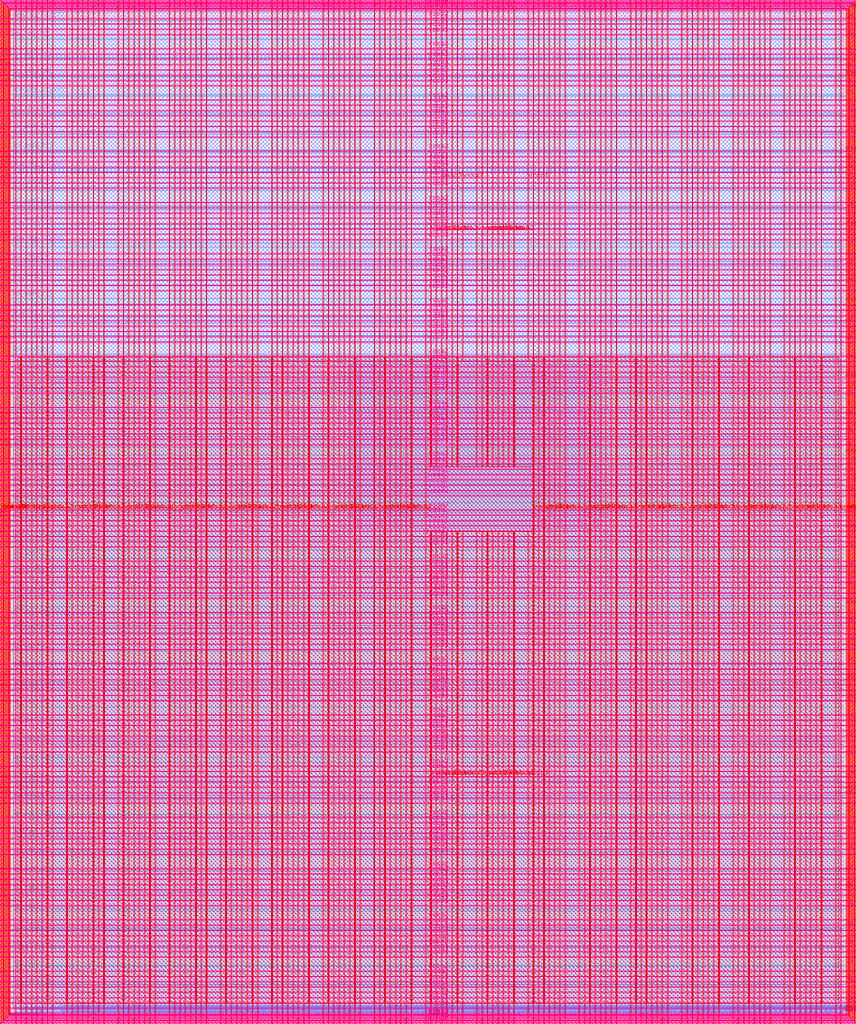
<source format=lef>
VERSION 5.7 ;
  NOWIREEXTENSIONATPIN ON ;
  DIVIDERCHAR "/" ;
  BUSBITCHARS "[]" ;
MACRO user_project_wrapper
  CLASS BLOCK ;
  FOREIGN user_project_wrapper ;
  ORIGIN 0.000 0.000 ;
  SIZE 2920.000 BY 3520.000 ;
  PIN analog_io[0]
    DIRECTION INOUT ;
    USE SIGNAL ;
    PORT
      LAYER met3 ;
        RECT 2917.600 1426.380 2924.800 1427.580 ;
    END
  END analog_io[0]
  PIN analog_io[10]
    DIRECTION INOUT ;
    USE SIGNAL ;
    PORT
      LAYER met2 ;
        RECT 2230.490 3517.600 2231.050 3524.800 ;
    END
  END analog_io[10]
  PIN analog_io[11]
    DIRECTION INOUT ;
    USE SIGNAL ;
    PORT
      LAYER met2 ;
        RECT 1905.730 3517.600 1906.290 3524.800 ;
    END
  END analog_io[11]
  PIN analog_io[12]
    DIRECTION INOUT ;
    USE SIGNAL ;
    PORT
      LAYER met2 ;
        RECT 1581.430 3517.600 1581.990 3524.800 ;
    END
  END analog_io[12]
  PIN analog_io[13]
    DIRECTION INOUT ;
    USE SIGNAL ;
    PORT
      LAYER met2 ;
        RECT 1257.130 3517.600 1257.690 3524.800 ;
    END
  END analog_io[13]
  PIN analog_io[14]
    DIRECTION INOUT ;
    USE SIGNAL ;
    PORT
      LAYER met2 ;
        RECT 932.370 3517.600 932.930 3524.800 ;
    END
  END analog_io[14]
  PIN analog_io[15]
    DIRECTION INOUT ;
    USE SIGNAL ;
    PORT
      LAYER met2 ;
        RECT 608.070 3517.600 608.630 3524.800 ;
    END
  END analog_io[15]
  PIN analog_io[16]
    DIRECTION INOUT ;
    USE SIGNAL ;
    PORT
      LAYER met2 ;
        RECT 283.770 3517.600 284.330 3524.800 ;
    END
  END analog_io[16]
  PIN analog_io[17]
    DIRECTION INOUT ;
    USE SIGNAL ;
    PORT
      LAYER met3 ;
        RECT -4.800 3486.100 2.400 3487.300 ;
    END
  END analog_io[17]
  PIN analog_io[18]
    DIRECTION INOUT ;
    USE SIGNAL ;
    PORT
      LAYER met3 ;
        RECT -4.800 3224.980 2.400 3226.180 ;
    END
  END analog_io[18]
  PIN analog_io[19]
    DIRECTION INOUT ;
    USE SIGNAL ;
    PORT
      LAYER met3 ;
        RECT -4.800 2964.540 2.400 2965.740 ;
    END
  END analog_io[19]
  PIN analog_io[1]
    DIRECTION INOUT ;
    USE SIGNAL ;
    PORT
      LAYER met3 ;
        RECT 2917.600 1692.260 2924.800 1693.460 ;
    END
  END analog_io[1]
  PIN analog_io[20]
    DIRECTION INOUT ;
    USE SIGNAL ;
    PORT
      LAYER met3 ;
        RECT -4.800 2703.420 2.400 2704.620 ;
    END
  END analog_io[20]
  PIN analog_io[21]
    DIRECTION INOUT ;
    USE SIGNAL ;
    PORT
      LAYER met3 ;
        RECT -4.800 2442.980 2.400 2444.180 ;
    END
  END analog_io[21]
  PIN analog_io[22]
    DIRECTION INOUT ;
    USE SIGNAL ;
    PORT
      LAYER met3 ;
        RECT -4.800 2182.540 2.400 2183.740 ;
    END
  END analog_io[22]
  PIN analog_io[23]
    DIRECTION INOUT ;
    USE SIGNAL ;
    PORT
      LAYER met3 ;
        RECT -4.800 1921.420 2.400 1922.620 ;
    END
  END analog_io[23]
  PIN analog_io[24]
    DIRECTION INOUT ;
    USE SIGNAL ;
    PORT
      LAYER met3 ;
        RECT -4.800 1660.980 2.400 1662.180 ;
    END
  END analog_io[24]
  PIN analog_io[25]
    DIRECTION INOUT ;
    USE SIGNAL ;
    PORT
      LAYER met3 ;
        RECT -4.800 1399.860 2.400 1401.060 ;
    END
  END analog_io[25]
  PIN analog_io[26]
    DIRECTION INOUT ;
    USE SIGNAL ;
    PORT
      LAYER met3 ;
        RECT -4.800 1139.420 2.400 1140.620 ;
    END
  END analog_io[26]
  PIN analog_io[27]
    DIRECTION INOUT ;
    USE SIGNAL ;
    PORT
      LAYER met3 ;
        RECT -4.800 878.980 2.400 880.180 ;
    END
  END analog_io[27]
  PIN analog_io[28]
    DIRECTION INOUT ;
    USE SIGNAL ;
    PORT
      LAYER met3 ;
        RECT -4.800 617.860 2.400 619.060 ;
    END
  END analog_io[28]
  PIN analog_io[2]
    DIRECTION INOUT ;
    USE SIGNAL ;
    PORT
      LAYER met3 ;
        RECT 2917.600 1958.140 2924.800 1959.340 ;
    END
  END analog_io[2]
  PIN analog_io[3]
    DIRECTION INOUT ;
    USE SIGNAL ;
    PORT
      LAYER met3 ;
        RECT 2917.600 2223.340 2924.800 2224.540 ;
    END
  END analog_io[3]
  PIN analog_io[4]
    DIRECTION INOUT ;
    USE SIGNAL ;
    PORT
      LAYER met3 ;
        RECT 2917.600 2489.220 2924.800 2490.420 ;
    END
  END analog_io[4]
  PIN analog_io[5]
    DIRECTION INOUT ;
    USE SIGNAL ;
    PORT
      LAYER met3 ;
        RECT 2917.600 2755.100 2924.800 2756.300 ;
    END
  END analog_io[5]
  PIN analog_io[6]
    DIRECTION INOUT ;
    USE SIGNAL ;
    PORT
      LAYER met3 ;
        RECT 2917.600 3020.300 2924.800 3021.500 ;
    END
  END analog_io[6]
  PIN analog_io[7]
    DIRECTION INOUT ;
    USE SIGNAL ;
    PORT
      LAYER met3 ;
        RECT 2917.600 3286.180 2924.800 3287.380 ;
    END
  END analog_io[7]
  PIN analog_io[8]
    DIRECTION INOUT ;
    USE SIGNAL ;
    PORT
      LAYER met2 ;
        RECT 2879.090 3517.600 2879.650 3524.800 ;
    END
  END analog_io[8]
  PIN analog_io[9]
    DIRECTION INOUT ;
    USE SIGNAL ;
    PORT
      LAYER met2 ;
        RECT 2554.790 3517.600 2555.350 3524.800 ;
    END
  END analog_io[9]
  PIN io_in[0]
    DIRECTION INPUT ;
    USE SIGNAL ;
    PORT
      LAYER met3 ;
        RECT 2917.600 32.380 2924.800 33.580 ;
    END
  END io_in[0]
  PIN io_in[10]
    DIRECTION INPUT ;
    USE SIGNAL ;
    PORT
      LAYER met3 ;
        RECT 2917.600 2289.980 2924.800 2291.180 ;
    END
  END io_in[10]
  PIN io_in[11]
    DIRECTION INPUT ;
    USE SIGNAL ;
    PORT
      LAYER met3 ;
        RECT 2917.600 2555.860 2924.800 2557.060 ;
    END
  END io_in[11]
  PIN io_in[12]
    DIRECTION INPUT ;
    USE SIGNAL ;
    PORT
      LAYER met3 ;
        RECT 2917.600 2821.060 2924.800 2822.260 ;
    END
  END io_in[12]
  PIN io_in[13]
    DIRECTION INPUT ;
    USE SIGNAL ;
    PORT
      LAYER met3 ;
        RECT 2917.600 3086.940 2924.800 3088.140 ;
    END
  END io_in[13]
  PIN io_in[14]
    DIRECTION INPUT ;
    USE SIGNAL ;
    PORT
      LAYER met3 ;
        RECT 2917.600 3352.820 2924.800 3354.020 ;
    END
  END io_in[14]
  PIN io_in[15]
    DIRECTION INPUT ;
    USE SIGNAL ;
    PORT
      LAYER met2 ;
        RECT 2798.130 3517.600 2798.690 3524.800 ;
    END
  END io_in[15]
  PIN io_in[16]
    DIRECTION INPUT ;
    USE SIGNAL ;
    PORT
      LAYER met2 ;
        RECT 2473.830 3517.600 2474.390 3524.800 ;
    END
  END io_in[16]
  PIN io_in[17]
    DIRECTION INPUT ;
    USE SIGNAL ;
    PORT
      LAYER met2 ;
        RECT 2149.070 3517.600 2149.630 3524.800 ;
    END
  END io_in[17]
  PIN io_in[18]
    DIRECTION INPUT ;
    USE SIGNAL ;
    PORT
      LAYER met2 ;
        RECT 1824.770 3517.600 1825.330 3524.800 ;
    END
  END io_in[18]
  PIN io_in[19]
    DIRECTION INPUT ;
    USE SIGNAL ;
    PORT
      LAYER met2 ;
        RECT 1500.470 3517.600 1501.030 3524.800 ;
    END
  END io_in[19]
  PIN io_in[1]
    DIRECTION INPUT ;
    USE SIGNAL ;
    PORT
      LAYER met3 ;
        RECT 2917.600 230.940 2924.800 232.140 ;
    END
  END io_in[1]
  PIN io_in[20]
    DIRECTION INPUT ;
    USE SIGNAL ;
    PORT
      LAYER met2 ;
        RECT 1175.710 3517.600 1176.270 3524.800 ;
    END
  END io_in[20]
  PIN io_in[21]
    DIRECTION INPUT ;
    USE SIGNAL ;
    PORT
      LAYER met2 ;
        RECT 851.410 3517.600 851.970 3524.800 ;
    END
  END io_in[21]
  PIN io_in[22]
    DIRECTION INPUT ;
    USE SIGNAL ;
    PORT
      LAYER met2 ;
        RECT 527.110 3517.600 527.670 3524.800 ;
    END
  END io_in[22]
  PIN io_in[23]
    DIRECTION INPUT ;
    USE SIGNAL ;
    PORT
      LAYER met2 ;
        RECT 202.350 3517.600 202.910 3524.800 ;
    END
  END io_in[23]
  PIN io_in[24]
    DIRECTION INPUT ;
    USE SIGNAL ;
    PORT
      LAYER met3 ;
        RECT -4.800 3420.820 2.400 3422.020 ;
    END
  END io_in[24]
  PIN io_in[25]
    DIRECTION INPUT ;
    USE SIGNAL ;
    PORT
      LAYER met3 ;
        RECT -4.800 3159.700 2.400 3160.900 ;
    END
  END io_in[25]
  PIN io_in[26]
    DIRECTION INPUT ;
    USE SIGNAL ;
    PORT
      LAYER met3 ;
        RECT -4.800 2899.260 2.400 2900.460 ;
    END
  END io_in[26]
  PIN io_in[27]
    DIRECTION INPUT ;
    USE SIGNAL ;
    PORT
      LAYER met3 ;
        RECT -4.800 2638.820 2.400 2640.020 ;
    END
  END io_in[27]
  PIN io_in[28]
    DIRECTION INPUT ;
    USE SIGNAL ;
    PORT
      LAYER met3 ;
        RECT -4.800 2377.700 2.400 2378.900 ;
    END
  END io_in[28]
  PIN io_in[29]
    DIRECTION INPUT ;
    USE SIGNAL ;
    PORT
      LAYER met3 ;
        RECT -4.800 2117.260 2.400 2118.460 ;
    END
  END io_in[29]
  PIN io_in[2]
    DIRECTION INPUT ;
    USE SIGNAL ;
    PORT
      LAYER met3 ;
        RECT 2917.600 430.180 2924.800 431.380 ;
    END
  END io_in[2]
  PIN io_in[30]
    DIRECTION INPUT ;
    USE SIGNAL ;
    PORT
      LAYER met3 ;
        RECT -4.800 1856.140 2.400 1857.340 ;
    END
  END io_in[30]
  PIN io_in[31]
    DIRECTION INPUT ;
    USE SIGNAL ;
    PORT
      LAYER met3 ;
        RECT -4.800 1595.700 2.400 1596.900 ;
    END
  END io_in[31]
  PIN io_in[32]
    DIRECTION INPUT ;
    USE SIGNAL ;
    PORT
      LAYER met3 ;
        RECT -4.800 1335.260 2.400 1336.460 ;
    END
  END io_in[32]
  PIN io_in[33]
    DIRECTION INPUT ;
    USE SIGNAL ;
    PORT
      LAYER met3 ;
        RECT -4.800 1074.140 2.400 1075.340 ;
    END
  END io_in[33]
  PIN io_in[34]
    DIRECTION INPUT ;
    USE SIGNAL ;
    PORT
      LAYER met3 ;
        RECT -4.800 813.700 2.400 814.900 ;
    END
  END io_in[34]
  PIN io_in[35]
    DIRECTION INPUT ;
    USE SIGNAL ;
    PORT
      LAYER met3 ;
        RECT -4.800 552.580 2.400 553.780 ;
    END
  END io_in[35]
  PIN io_in[36]
    DIRECTION INPUT ;
    USE SIGNAL ;
    PORT
      LAYER met3 ;
        RECT -4.800 357.420 2.400 358.620 ;
    END
  END io_in[36]
  PIN io_in[37]
    DIRECTION INPUT ;
    USE SIGNAL ;
    PORT
      LAYER met3 ;
        RECT -4.800 161.580 2.400 162.780 ;
    END
  END io_in[37]
  PIN io_in[3]
    DIRECTION INPUT ;
    USE SIGNAL ;
    PORT
      LAYER met3 ;
        RECT 2917.600 629.420 2924.800 630.620 ;
    END
  END io_in[3]
  PIN io_in[4]
    DIRECTION INPUT ;
    USE SIGNAL ;
    PORT
      LAYER met3 ;
        RECT 2917.600 828.660 2924.800 829.860 ;
    END
  END io_in[4]
  PIN io_in[5]
    DIRECTION INPUT ;
    USE SIGNAL ;
    PORT
      LAYER met3 ;
        RECT 2917.600 1027.900 2924.800 1029.100 ;
    END
  END io_in[5]
  PIN io_in[6]
    DIRECTION INPUT ;
    USE SIGNAL ;
    PORT
      LAYER met3 ;
        RECT 2917.600 1227.140 2924.800 1228.340 ;
    END
  END io_in[6]
  PIN io_in[7]
    DIRECTION INPUT ;
    USE SIGNAL ;
    PORT
      LAYER met3 ;
        RECT 2917.600 1493.020 2924.800 1494.220 ;
    END
  END io_in[7]
  PIN io_in[8]
    DIRECTION INPUT ;
    USE SIGNAL ;
    PORT
      LAYER met3 ;
        RECT 2917.600 1758.900 2924.800 1760.100 ;
    END
  END io_in[8]
  PIN io_in[9]
    DIRECTION INPUT ;
    USE SIGNAL ;
    PORT
      LAYER met3 ;
        RECT 2917.600 2024.100 2924.800 2025.300 ;
    END
  END io_in[9]
  PIN io_oeb[0]
    DIRECTION OUTPUT TRISTATE ;
    USE SIGNAL ;
    PORT
      LAYER met3 ;
        RECT 2917.600 164.980 2924.800 166.180 ;
    END
  END io_oeb[0]
  PIN io_oeb[10]
    DIRECTION OUTPUT TRISTATE ;
    USE SIGNAL ;
    PORT
      LAYER met3 ;
        RECT 2917.600 2422.580 2924.800 2423.780 ;
    END
  END io_oeb[10]
  PIN io_oeb[11]
    DIRECTION OUTPUT TRISTATE ;
    USE SIGNAL ;
    PORT
      LAYER met3 ;
        RECT 2917.600 2688.460 2924.800 2689.660 ;
    END
  END io_oeb[11]
  PIN io_oeb[12]
    DIRECTION OUTPUT TRISTATE ;
    USE SIGNAL ;
    PORT
      LAYER met3 ;
        RECT 2917.600 2954.340 2924.800 2955.540 ;
    END
  END io_oeb[12]
  PIN io_oeb[13]
    DIRECTION OUTPUT TRISTATE ;
    USE SIGNAL ;
    PORT
      LAYER met3 ;
        RECT 2917.600 3219.540 2924.800 3220.740 ;
    END
  END io_oeb[13]
  PIN io_oeb[14]
    DIRECTION OUTPUT TRISTATE ;
    USE SIGNAL ;
    PORT
      LAYER met3 ;
        RECT 2917.600 3485.420 2924.800 3486.620 ;
    END
  END io_oeb[14]
  PIN io_oeb[15]
    DIRECTION OUTPUT TRISTATE ;
    USE SIGNAL ;
    PORT
      LAYER met2 ;
        RECT 2635.750 3517.600 2636.310 3524.800 ;
    END
  END io_oeb[15]
  PIN io_oeb[16]
    DIRECTION OUTPUT TRISTATE ;
    USE SIGNAL ;
    PORT
      LAYER met2 ;
        RECT 2311.450 3517.600 2312.010 3524.800 ;
    END
  END io_oeb[16]
  PIN io_oeb[17]
    DIRECTION OUTPUT TRISTATE ;
    USE SIGNAL ;
    PORT
      LAYER met2 ;
        RECT 1987.150 3517.600 1987.710 3524.800 ;
    END
  END io_oeb[17]
  PIN io_oeb[18]
    DIRECTION OUTPUT TRISTATE ;
    USE SIGNAL ;
    PORT
      LAYER met2 ;
        RECT 1662.390 3517.600 1662.950 3524.800 ;
    END
  END io_oeb[18]
  PIN io_oeb[19]
    DIRECTION OUTPUT TRISTATE ;
    USE SIGNAL ;
    PORT
      LAYER met2 ;
        RECT 1338.090 3517.600 1338.650 3524.800 ;
    END
  END io_oeb[19]
  PIN io_oeb[1]
    DIRECTION OUTPUT TRISTATE ;
    USE SIGNAL ;
    PORT
      LAYER met3 ;
        RECT 2917.600 364.220 2924.800 365.420 ;
    END
  END io_oeb[1]
  PIN io_oeb[20]
    DIRECTION OUTPUT TRISTATE ;
    USE SIGNAL ;
    PORT
      LAYER met2 ;
        RECT 1013.790 3517.600 1014.350 3524.800 ;
    END
  END io_oeb[20]
  PIN io_oeb[21]
    DIRECTION OUTPUT TRISTATE ;
    USE SIGNAL ;
    PORT
      LAYER met2 ;
        RECT 689.030 3517.600 689.590 3524.800 ;
    END
  END io_oeb[21]
  PIN io_oeb[22]
    DIRECTION OUTPUT TRISTATE ;
    USE SIGNAL ;
    PORT
      LAYER met2 ;
        RECT 364.730 3517.600 365.290 3524.800 ;
    END
  END io_oeb[22]
  PIN io_oeb[23]
    DIRECTION OUTPUT TRISTATE ;
    USE SIGNAL ;
    PORT
      LAYER met2 ;
        RECT 40.430 3517.600 40.990 3524.800 ;
    END
  END io_oeb[23]
  PIN io_oeb[24]
    DIRECTION OUTPUT TRISTATE ;
    USE SIGNAL ;
    PORT
      LAYER met3 ;
        RECT -4.800 3290.260 2.400 3291.460 ;
    END
  END io_oeb[24]
  PIN io_oeb[25]
    DIRECTION OUTPUT TRISTATE ;
    USE SIGNAL ;
    PORT
      LAYER met3 ;
        RECT -4.800 3029.820 2.400 3031.020 ;
    END
  END io_oeb[25]
  PIN io_oeb[26]
    DIRECTION OUTPUT TRISTATE ;
    USE SIGNAL ;
    PORT
      LAYER met3 ;
        RECT -4.800 2768.700 2.400 2769.900 ;
    END
  END io_oeb[26]
  PIN io_oeb[27]
    DIRECTION OUTPUT TRISTATE ;
    USE SIGNAL ;
    PORT
      LAYER met3 ;
        RECT -4.800 2508.260 2.400 2509.460 ;
    END
  END io_oeb[27]
  PIN io_oeb[28]
    DIRECTION OUTPUT TRISTATE ;
    USE SIGNAL ;
    PORT
      LAYER met3 ;
        RECT -4.800 2247.140 2.400 2248.340 ;
    END
  END io_oeb[28]
  PIN io_oeb[29]
    DIRECTION OUTPUT TRISTATE ;
    USE SIGNAL ;
    PORT
      LAYER met3 ;
        RECT -4.800 1986.700 2.400 1987.900 ;
    END
  END io_oeb[29]
  PIN io_oeb[2]
    DIRECTION OUTPUT TRISTATE ;
    USE SIGNAL ;
    PORT
      LAYER met3 ;
        RECT 2917.600 563.460 2924.800 564.660 ;
    END
  END io_oeb[2]
  PIN io_oeb[30]
    DIRECTION OUTPUT TRISTATE ;
    USE SIGNAL ;
    PORT
      LAYER met3 ;
        RECT -4.800 1726.260 2.400 1727.460 ;
    END
  END io_oeb[30]
  PIN io_oeb[31]
    DIRECTION OUTPUT TRISTATE ;
    USE SIGNAL ;
    PORT
      LAYER met3 ;
        RECT -4.800 1465.140 2.400 1466.340 ;
    END
  END io_oeb[31]
  PIN io_oeb[32]
    DIRECTION OUTPUT TRISTATE ;
    USE SIGNAL ;
    PORT
      LAYER met3 ;
        RECT -4.800 1204.700 2.400 1205.900 ;
    END
  END io_oeb[32]
  PIN io_oeb[33]
    DIRECTION OUTPUT TRISTATE ;
    USE SIGNAL ;
    PORT
      LAYER met3 ;
        RECT -4.800 943.580 2.400 944.780 ;
    END
  END io_oeb[33]
  PIN io_oeb[34]
    DIRECTION OUTPUT TRISTATE ;
    USE SIGNAL ;
    PORT
      LAYER met3 ;
        RECT -4.800 683.140 2.400 684.340 ;
    END
  END io_oeb[34]
  PIN io_oeb[35]
    DIRECTION OUTPUT TRISTATE ;
    USE SIGNAL ;
    PORT
      LAYER met3 ;
        RECT -4.800 422.700 2.400 423.900 ;
    END
  END io_oeb[35]
  PIN io_oeb[36]
    DIRECTION OUTPUT TRISTATE ;
    USE SIGNAL ;
    PORT
      LAYER met3 ;
        RECT -4.800 226.860 2.400 228.060 ;
    END
  END io_oeb[36]
  PIN io_oeb[37]
    DIRECTION OUTPUT TRISTATE ;
    USE SIGNAL ;
    PORT
      LAYER met3 ;
        RECT -4.800 31.700 2.400 32.900 ;
    END
  END io_oeb[37]
  PIN io_oeb[3]
    DIRECTION OUTPUT TRISTATE ;
    USE SIGNAL ;
    PORT
      LAYER met3 ;
        RECT 2917.600 762.700 2924.800 763.900 ;
    END
  END io_oeb[3]
  PIN io_oeb[4]
    DIRECTION OUTPUT TRISTATE ;
    USE SIGNAL ;
    PORT
      LAYER met3 ;
        RECT 2917.600 961.940 2924.800 963.140 ;
    END
  END io_oeb[4]
  PIN io_oeb[5]
    DIRECTION OUTPUT TRISTATE ;
    USE SIGNAL ;
    PORT
      LAYER met3 ;
        RECT 2917.600 1161.180 2924.800 1162.380 ;
    END
  END io_oeb[5]
  PIN io_oeb[6]
    DIRECTION OUTPUT TRISTATE ;
    USE SIGNAL ;
    PORT
      LAYER met3 ;
        RECT 2917.600 1360.420 2924.800 1361.620 ;
    END
  END io_oeb[6]
  PIN io_oeb[7]
    DIRECTION OUTPUT TRISTATE ;
    USE SIGNAL ;
    PORT
      LAYER met3 ;
        RECT 2917.600 1625.620 2924.800 1626.820 ;
    END
  END io_oeb[7]
  PIN io_oeb[8]
    DIRECTION OUTPUT TRISTATE ;
    USE SIGNAL ;
    PORT
      LAYER met3 ;
        RECT 2917.600 1891.500 2924.800 1892.700 ;
    END
  END io_oeb[8]
  PIN io_oeb[9]
    DIRECTION OUTPUT TRISTATE ;
    USE SIGNAL ;
    PORT
      LAYER met3 ;
        RECT 2917.600 2157.380 2924.800 2158.580 ;
    END
  END io_oeb[9]
  PIN io_out[0]
    DIRECTION OUTPUT TRISTATE ;
    USE SIGNAL ;
    PORT
      LAYER met3 ;
        RECT 2917.600 98.340 2924.800 99.540 ;
    END
  END io_out[0]
  PIN io_out[10]
    DIRECTION OUTPUT TRISTATE ;
    USE SIGNAL ;
    PORT
      LAYER met3 ;
        RECT 2917.600 2356.620 2924.800 2357.820 ;
    END
  END io_out[10]
  PIN io_out[11]
    DIRECTION OUTPUT TRISTATE ;
    USE SIGNAL ;
    PORT
      LAYER met3 ;
        RECT 2917.600 2621.820 2924.800 2623.020 ;
    END
  END io_out[11]
  PIN io_out[12]
    DIRECTION OUTPUT TRISTATE ;
    USE SIGNAL ;
    PORT
      LAYER met3 ;
        RECT 2917.600 2887.700 2924.800 2888.900 ;
    END
  END io_out[12]
  PIN io_out[13]
    DIRECTION OUTPUT TRISTATE ;
    USE SIGNAL ;
    PORT
      LAYER met3 ;
        RECT 2917.600 3153.580 2924.800 3154.780 ;
    END
  END io_out[13]
  PIN io_out[14]
    DIRECTION OUTPUT TRISTATE ;
    USE SIGNAL ;
    PORT
      LAYER met3 ;
        RECT 2917.600 3418.780 2924.800 3419.980 ;
    END
  END io_out[14]
  PIN io_out[15]
    DIRECTION OUTPUT TRISTATE ;
    USE SIGNAL ;
    PORT
      LAYER met2 ;
        RECT 2717.170 3517.600 2717.730 3524.800 ;
    END
  END io_out[15]
  PIN io_out[16]
    DIRECTION OUTPUT TRISTATE ;
    USE SIGNAL ;
    PORT
      LAYER met2 ;
        RECT 2392.410 3517.600 2392.970 3524.800 ;
    END
  END io_out[16]
  PIN io_out[17]
    DIRECTION OUTPUT TRISTATE ;
    USE SIGNAL ;
    PORT
      LAYER met2 ;
        RECT 2068.110 3517.600 2068.670 3524.800 ;
    END
  END io_out[17]
  PIN io_out[18]
    DIRECTION OUTPUT TRISTATE ;
    USE SIGNAL ;
    PORT
      LAYER met2 ;
        RECT 1743.810 3517.600 1744.370 3524.800 ;
    END
  END io_out[18]
  PIN io_out[19]
    DIRECTION OUTPUT TRISTATE ;
    USE SIGNAL ;
    PORT
      LAYER met2 ;
        RECT 1419.050 3517.600 1419.610 3524.800 ;
    END
  END io_out[19]
  PIN io_out[1]
    DIRECTION OUTPUT TRISTATE ;
    USE SIGNAL ;
    PORT
      LAYER met3 ;
        RECT 2917.600 297.580 2924.800 298.780 ;
    END
  END io_out[1]
  PIN io_out[20]
    DIRECTION OUTPUT TRISTATE ;
    USE SIGNAL ;
    PORT
      LAYER met2 ;
        RECT 1094.750 3517.600 1095.310 3524.800 ;
    END
  END io_out[20]
  PIN io_out[21]
    DIRECTION OUTPUT TRISTATE ;
    USE SIGNAL ;
    PORT
      LAYER met2 ;
        RECT 770.450 3517.600 771.010 3524.800 ;
    END
  END io_out[21]
  PIN io_out[22]
    DIRECTION OUTPUT TRISTATE ;
    USE SIGNAL ;
    PORT
      LAYER met2 ;
        RECT 445.690 3517.600 446.250 3524.800 ;
    END
  END io_out[22]
  PIN io_out[23]
    DIRECTION OUTPUT TRISTATE ;
    USE SIGNAL ;
    PORT
      LAYER met2 ;
        RECT 121.390 3517.600 121.950 3524.800 ;
    END
  END io_out[23]
  PIN io_out[24]
    DIRECTION OUTPUT TRISTATE ;
    USE SIGNAL ;
    PORT
      LAYER met3 ;
        RECT -4.800 3355.540 2.400 3356.740 ;
    END
  END io_out[24]
  PIN io_out[25]
    DIRECTION OUTPUT TRISTATE ;
    USE SIGNAL ;
    PORT
      LAYER met3 ;
        RECT -4.800 3095.100 2.400 3096.300 ;
    END
  END io_out[25]
  PIN io_out[26]
    DIRECTION OUTPUT TRISTATE ;
    USE SIGNAL ;
    PORT
      LAYER met3 ;
        RECT -4.800 2833.980 2.400 2835.180 ;
    END
  END io_out[26]
  PIN io_out[27]
    DIRECTION OUTPUT TRISTATE ;
    USE SIGNAL ;
    PORT
      LAYER met3 ;
        RECT -4.800 2573.540 2.400 2574.740 ;
    END
  END io_out[27]
  PIN io_out[28]
    DIRECTION OUTPUT TRISTATE ;
    USE SIGNAL ;
    PORT
      LAYER met3 ;
        RECT -4.800 2312.420 2.400 2313.620 ;
    END
  END io_out[28]
  PIN io_out[29]
    DIRECTION OUTPUT TRISTATE ;
    USE SIGNAL ;
    PORT
      LAYER met3 ;
        RECT -4.800 2051.980 2.400 2053.180 ;
    END
  END io_out[29]
  PIN io_out[2]
    DIRECTION OUTPUT TRISTATE ;
    USE SIGNAL ;
    PORT
      LAYER met3 ;
        RECT 2917.600 496.820 2924.800 498.020 ;
    END
  END io_out[2]
  PIN io_out[30]
    DIRECTION OUTPUT TRISTATE ;
    USE SIGNAL ;
    PORT
      LAYER met3 ;
        RECT -4.800 1791.540 2.400 1792.740 ;
    END
  END io_out[30]
  PIN io_out[31]
    DIRECTION OUTPUT TRISTATE ;
    USE SIGNAL ;
    PORT
      LAYER met3 ;
        RECT -4.800 1530.420 2.400 1531.620 ;
    END
  END io_out[31]
  PIN io_out[32]
    DIRECTION OUTPUT TRISTATE ;
    USE SIGNAL ;
    PORT
      LAYER met3 ;
        RECT -4.800 1269.980 2.400 1271.180 ;
    END
  END io_out[32]
  PIN io_out[33]
    DIRECTION OUTPUT TRISTATE ;
    USE SIGNAL ;
    PORT
      LAYER met3 ;
        RECT -4.800 1008.860 2.400 1010.060 ;
    END
  END io_out[33]
  PIN io_out[34]
    DIRECTION OUTPUT TRISTATE ;
    USE SIGNAL ;
    PORT
      LAYER met3 ;
        RECT -4.800 748.420 2.400 749.620 ;
    END
  END io_out[34]
  PIN io_out[35]
    DIRECTION OUTPUT TRISTATE ;
    USE SIGNAL ;
    PORT
      LAYER met3 ;
        RECT -4.800 487.300 2.400 488.500 ;
    END
  END io_out[35]
  PIN io_out[36]
    DIRECTION OUTPUT TRISTATE ;
    USE SIGNAL ;
    PORT
      LAYER met3 ;
        RECT -4.800 292.140 2.400 293.340 ;
    END
  END io_out[36]
  PIN io_out[37]
    DIRECTION OUTPUT TRISTATE ;
    USE SIGNAL ;
    PORT
      LAYER met3 ;
        RECT -4.800 96.300 2.400 97.500 ;
    END
  END io_out[37]
  PIN io_out[3]
    DIRECTION OUTPUT TRISTATE ;
    USE SIGNAL ;
    PORT
      LAYER met3 ;
        RECT 2917.600 696.060 2924.800 697.260 ;
    END
  END io_out[3]
  PIN io_out[4]
    DIRECTION OUTPUT TRISTATE ;
    USE SIGNAL ;
    PORT
      LAYER met3 ;
        RECT 2917.600 895.300 2924.800 896.500 ;
    END
  END io_out[4]
  PIN io_out[5]
    DIRECTION OUTPUT TRISTATE ;
    USE SIGNAL ;
    PORT
      LAYER met3 ;
        RECT 2917.600 1094.540 2924.800 1095.740 ;
    END
  END io_out[5]
  PIN io_out[6]
    DIRECTION OUTPUT TRISTATE ;
    USE SIGNAL ;
    PORT
      LAYER met3 ;
        RECT 2917.600 1293.780 2924.800 1294.980 ;
    END
  END io_out[6]
  PIN io_out[7]
    DIRECTION OUTPUT TRISTATE ;
    USE SIGNAL ;
    PORT
      LAYER met3 ;
        RECT 2917.600 1559.660 2924.800 1560.860 ;
    END
  END io_out[7]
  PIN io_out[8]
    DIRECTION OUTPUT TRISTATE ;
    USE SIGNAL ;
    PORT
      LAYER met3 ;
        RECT 2917.600 1824.860 2924.800 1826.060 ;
    END
  END io_out[8]
  PIN io_out[9]
    DIRECTION OUTPUT TRISTATE ;
    USE SIGNAL ;
    PORT
      LAYER met3 ;
        RECT 2917.600 2090.740 2924.800 2091.940 ;
    END
  END io_out[9]
  PIN la_data_in[0]
    DIRECTION INPUT ;
    USE SIGNAL ;
    PORT
      LAYER met2 ;
        RECT 629.230 -4.800 629.790 2.400 ;
    END
  END la_data_in[0]
  PIN la_data_in[100]
    DIRECTION INPUT ;
    USE SIGNAL ;
    PORT
      LAYER met2 ;
        RECT 2402.530 -4.800 2403.090 2.400 ;
    END
  END la_data_in[100]
  PIN la_data_in[101]
    DIRECTION INPUT ;
    USE SIGNAL ;
    PORT
      LAYER met2 ;
        RECT 2420.010 -4.800 2420.570 2.400 ;
    END
  END la_data_in[101]
  PIN la_data_in[102]
    DIRECTION INPUT ;
    USE SIGNAL ;
    PORT
      LAYER met2 ;
        RECT 2437.950 -4.800 2438.510 2.400 ;
    END
  END la_data_in[102]
  PIN la_data_in[103]
    DIRECTION INPUT ;
    USE SIGNAL ;
    PORT
      LAYER met2 ;
        RECT 2455.430 -4.800 2455.990 2.400 ;
    END
  END la_data_in[103]
  PIN la_data_in[104]
    DIRECTION INPUT ;
    USE SIGNAL ;
    PORT
      LAYER met2 ;
        RECT 2473.370 -4.800 2473.930 2.400 ;
    END
  END la_data_in[104]
  PIN la_data_in[105]
    DIRECTION INPUT ;
    USE SIGNAL ;
    PORT
      LAYER met2 ;
        RECT 2490.850 -4.800 2491.410 2.400 ;
    END
  END la_data_in[105]
  PIN la_data_in[106]
    DIRECTION INPUT ;
    USE SIGNAL ;
    PORT
      LAYER met2 ;
        RECT 2508.790 -4.800 2509.350 2.400 ;
    END
  END la_data_in[106]
  PIN la_data_in[107]
    DIRECTION INPUT ;
    USE SIGNAL ;
    PORT
      LAYER met2 ;
        RECT 2526.730 -4.800 2527.290 2.400 ;
    END
  END la_data_in[107]
  PIN la_data_in[108]
    DIRECTION INPUT ;
    USE SIGNAL ;
    PORT
      LAYER met2 ;
        RECT 2544.210 -4.800 2544.770 2.400 ;
    END
  END la_data_in[108]
  PIN la_data_in[109]
    DIRECTION INPUT ;
    USE SIGNAL ;
    PORT
      LAYER met2 ;
        RECT 2562.150 -4.800 2562.710 2.400 ;
    END
  END la_data_in[109]
  PIN la_data_in[10]
    DIRECTION INPUT ;
    USE SIGNAL ;
    PORT
      LAYER met2 ;
        RECT 806.330 -4.800 806.890 2.400 ;
    END
  END la_data_in[10]
  PIN la_data_in[110]
    DIRECTION INPUT ;
    USE SIGNAL ;
    PORT
      LAYER met2 ;
        RECT 2579.630 -4.800 2580.190 2.400 ;
    END
  END la_data_in[110]
  PIN la_data_in[111]
    DIRECTION INPUT ;
    USE SIGNAL ;
    PORT
      LAYER met2 ;
        RECT 2597.570 -4.800 2598.130 2.400 ;
    END
  END la_data_in[111]
  PIN la_data_in[112]
    DIRECTION INPUT ;
    USE SIGNAL ;
    PORT
      LAYER met2 ;
        RECT 2615.050 -4.800 2615.610 2.400 ;
    END
  END la_data_in[112]
  PIN la_data_in[113]
    DIRECTION INPUT ;
    USE SIGNAL ;
    PORT
      LAYER met2 ;
        RECT 2632.990 -4.800 2633.550 2.400 ;
    END
  END la_data_in[113]
  PIN la_data_in[114]
    DIRECTION INPUT ;
    USE SIGNAL ;
    PORT
      LAYER met2 ;
        RECT 2650.470 -4.800 2651.030 2.400 ;
    END
  END la_data_in[114]
  PIN la_data_in[115]
    DIRECTION INPUT ;
    USE SIGNAL ;
    PORT
      LAYER met2 ;
        RECT 2668.410 -4.800 2668.970 2.400 ;
    END
  END la_data_in[115]
  PIN la_data_in[116]
    DIRECTION INPUT ;
    USE SIGNAL ;
    PORT
      LAYER met2 ;
        RECT 2685.890 -4.800 2686.450 2.400 ;
    END
  END la_data_in[116]
  PIN la_data_in[117]
    DIRECTION INPUT ;
    USE SIGNAL ;
    PORT
      LAYER met2 ;
        RECT 2703.830 -4.800 2704.390 2.400 ;
    END
  END la_data_in[117]
  PIN la_data_in[118]
    DIRECTION INPUT ;
    USE SIGNAL ;
    PORT
      LAYER met2 ;
        RECT 2721.770 -4.800 2722.330 2.400 ;
    END
  END la_data_in[118]
  PIN la_data_in[119]
    DIRECTION INPUT ;
    USE SIGNAL ;
    PORT
      LAYER met2 ;
        RECT 2739.250 -4.800 2739.810 2.400 ;
    END
  END la_data_in[119]
  PIN la_data_in[11]
    DIRECTION INPUT ;
    USE SIGNAL ;
    PORT
      LAYER met2 ;
        RECT 824.270 -4.800 824.830 2.400 ;
    END
  END la_data_in[11]
  PIN la_data_in[120]
    DIRECTION INPUT ;
    USE SIGNAL ;
    PORT
      LAYER met2 ;
        RECT 2757.190 -4.800 2757.750 2.400 ;
    END
  END la_data_in[120]
  PIN la_data_in[121]
    DIRECTION INPUT ;
    USE SIGNAL ;
    PORT
      LAYER met2 ;
        RECT 2774.670 -4.800 2775.230 2.400 ;
    END
  END la_data_in[121]
  PIN la_data_in[122]
    DIRECTION INPUT ;
    USE SIGNAL ;
    PORT
      LAYER met2 ;
        RECT 2792.610 -4.800 2793.170 2.400 ;
    END
  END la_data_in[122]
  PIN la_data_in[123]
    DIRECTION INPUT ;
    USE SIGNAL ;
    PORT
      LAYER met2 ;
        RECT 2810.090 -4.800 2810.650 2.400 ;
    END
  END la_data_in[123]
  PIN la_data_in[124]
    DIRECTION INPUT ;
    USE SIGNAL ;
    PORT
      LAYER met2 ;
        RECT 2828.030 -4.800 2828.590 2.400 ;
    END
  END la_data_in[124]
  PIN la_data_in[125]
    DIRECTION INPUT ;
    USE SIGNAL ;
    PORT
      LAYER met2 ;
        RECT 2845.510 -4.800 2846.070 2.400 ;
    END
  END la_data_in[125]
  PIN la_data_in[126]
    DIRECTION INPUT ;
    USE SIGNAL ;
    PORT
      LAYER met2 ;
        RECT 2863.450 -4.800 2864.010 2.400 ;
    END
  END la_data_in[126]
  PIN la_data_in[127]
    DIRECTION INPUT ;
    USE SIGNAL ;
    PORT
      LAYER met2 ;
        RECT 2881.390 -4.800 2881.950 2.400 ;
    END
  END la_data_in[127]
  PIN la_data_in[12]
    DIRECTION INPUT ;
    USE SIGNAL ;
    PORT
      LAYER met2 ;
        RECT 841.750 -4.800 842.310 2.400 ;
    END
  END la_data_in[12]
  PIN la_data_in[13]
    DIRECTION INPUT ;
    USE SIGNAL ;
    PORT
      LAYER met2 ;
        RECT 859.690 -4.800 860.250 2.400 ;
    END
  END la_data_in[13]
  PIN la_data_in[14]
    DIRECTION INPUT ;
    USE SIGNAL ;
    PORT
      LAYER met2 ;
        RECT 877.170 -4.800 877.730 2.400 ;
    END
  END la_data_in[14]
  PIN la_data_in[15]
    DIRECTION INPUT ;
    USE SIGNAL ;
    PORT
      LAYER met2 ;
        RECT 895.110 -4.800 895.670 2.400 ;
    END
  END la_data_in[15]
  PIN la_data_in[16]
    DIRECTION INPUT ;
    USE SIGNAL ;
    PORT
      LAYER met2 ;
        RECT 912.590 -4.800 913.150 2.400 ;
    END
  END la_data_in[16]
  PIN la_data_in[17]
    DIRECTION INPUT ;
    USE SIGNAL ;
    PORT
      LAYER met2 ;
        RECT 930.530 -4.800 931.090 2.400 ;
    END
  END la_data_in[17]
  PIN la_data_in[18]
    DIRECTION INPUT ;
    USE SIGNAL ;
    PORT
      LAYER met2 ;
        RECT 948.470 -4.800 949.030 2.400 ;
    END
  END la_data_in[18]
  PIN la_data_in[19]
    DIRECTION INPUT ;
    USE SIGNAL ;
    PORT
      LAYER met2 ;
        RECT 965.950 -4.800 966.510 2.400 ;
    END
  END la_data_in[19]
  PIN la_data_in[1]
    DIRECTION INPUT ;
    USE SIGNAL ;
    PORT
      LAYER met2 ;
        RECT 646.710 -4.800 647.270 2.400 ;
    END
  END la_data_in[1]
  PIN la_data_in[20]
    DIRECTION INPUT ;
    USE SIGNAL ;
    PORT
      LAYER met2 ;
        RECT 983.890 -4.800 984.450 2.400 ;
    END
  END la_data_in[20]
  PIN la_data_in[21]
    DIRECTION INPUT ;
    USE SIGNAL ;
    PORT
      LAYER met2 ;
        RECT 1001.370 -4.800 1001.930 2.400 ;
    END
  END la_data_in[21]
  PIN la_data_in[22]
    DIRECTION INPUT ;
    USE SIGNAL ;
    PORT
      LAYER met2 ;
        RECT 1019.310 -4.800 1019.870 2.400 ;
    END
  END la_data_in[22]
  PIN la_data_in[23]
    DIRECTION INPUT ;
    USE SIGNAL ;
    PORT
      LAYER met2 ;
        RECT 1036.790 -4.800 1037.350 2.400 ;
    END
  END la_data_in[23]
  PIN la_data_in[24]
    DIRECTION INPUT ;
    USE SIGNAL ;
    PORT
      LAYER met2 ;
        RECT 1054.730 -4.800 1055.290 2.400 ;
    END
  END la_data_in[24]
  PIN la_data_in[25]
    DIRECTION INPUT ;
    USE SIGNAL ;
    PORT
      LAYER met2 ;
        RECT 1072.210 -4.800 1072.770 2.400 ;
    END
  END la_data_in[25]
  PIN la_data_in[26]
    DIRECTION INPUT ;
    USE SIGNAL ;
    PORT
      LAYER met2 ;
        RECT 1090.150 -4.800 1090.710 2.400 ;
    END
  END la_data_in[26]
  PIN la_data_in[27]
    DIRECTION INPUT ;
    USE SIGNAL ;
    PORT
      LAYER met2 ;
        RECT 1107.630 -4.800 1108.190 2.400 ;
    END
  END la_data_in[27]
  PIN la_data_in[28]
    DIRECTION INPUT ;
    USE SIGNAL ;
    PORT
      LAYER met2 ;
        RECT 1125.570 -4.800 1126.130 2.400 ;
    END
  END la_data_in[28]
  PIN la_data_in[29]
    DIRECTION INPUT ;
    USE SIGNAL ;
    PORT
      LAYER met2 ;
        RECT 1143.510 -4.800 1144.070 2.400 ;
    END
  END la_data_in[29]
  PIN la_data_in[2]
    DIRECTION INPUT ;
    USE SIGNAL ;
    PORT
      LAYER met2 ;
        RECT 664.650 -4.800 665.210 2.400 ;
    END
  END la_data_in[2]
  PIN la_data_in[30]
    DIRECTION INPUT ;
    USE SIGNAL ;
    PORT
      LAYER met2 ;
        RECT 1160.990 -4.800 1161.550 2.400 ;
    END
  END la_data_in[30]
  PIN la_data_in[31]
    DIRECTION INPUT ;
    USE SIGNAL ;
    PORT
      LAYER met2 ;
        RECT 1178.930 -4.800 1179.490 2.400 ;
    END
  END la_data_in[31]
  PIN la_data_in[32]
    DIRECTION INPUT ;
    USE SIGNAL ;
    PORT
      LAYER met2 ;
        RECT 1196.410 -4.800 1196.970 2.400 ;
    END
  END la_data_in[32]
  PIN la_data_in[33]
    DIRECTION INPUT ;
    USE SIGNAL ;
    PORT
      LAYER met2 ;
        RECT 1214.350 -4.800 1214.910 2.400 ;
    END
  END la_data_in[33]
  PIN la_data_in[34]
    DIRECTION INPUT ;
    USE SIGNAL ;
    PORT
      LAYER met2 ;
        RECT 1231.830 -4.800 1232.390 2.400 ;
    END
  END la_data_in[34]
  PIN la_data_in[35]
    DIRECTION INPUT ;
    USE SIGNAL ;
    PORT
      LAYER met2 ;
        RECT 1249.770 -4.800 1250.330 2.400 ;
    END
  END la_data_in[35]
  PIN la_data_in[36]
    DIRECTION INPUT ;
    USE SIGNAL ;
    PORT
      LAYER met2 ;
        RECT 1267.250 -4.800 1267.810 2.400 ;
    END
  END la_data_in[36]
  PIN la_data_in[37]
    DIRECTION INPUT ;
    USE SIGNAL ;
    PORT
      LAYER met2 ;
        RECT 1285.190 -4.800 1285.750 2.400 ;
    END
  END la_data_in[37]
  PIN la_data_in[38]
    DIRECTION INPUT ;
    USE SIGNAL ;
    PORT
      LAYER met2 ;
        RECT 1303.130 -4.800 1303.690 2.400 ;
    END
  END la_data_in[38]
  PIN la_data_in[39]
    DIRECTION INPUT ;
    USE SIGNAL ;
    PORT
      LAYER met2 ;
        RECT 1320.610 -4.800 1321.170 2.400 ;
    END
  END la_data_in[39]
  PIN la_data_in[3]
    DIRECTION INPUT ;
    USE SIGNAL ;
    PORT
      LAYER met2 ;
        RECT 682.130 -4.800 682.690 2.400 ;
    END
  END la_data_in[3]
  PIN la_data_in[40]
    DIRECTION INPUT ;
    USE SIGNAL ;
    PORT
      LAYER met2 ;
        RECT 1338.550 -4.800 1339.110 2.400 ;
    END
  END la_data_in[40]
  PIN la_data_in[41]
    DIRECTION INPUT ;
    USE SIGNAL ;
    PORT
      LAYER met2 ;
        RECT 1356.030 -4.800 1356.590 2.400 ;
    END
  END la_data_in[41]
  PIN la_data_in[42]
    DIRECTION INPUT ;
    USE SIGNAL ;
    PORT
      LAYER met2 ;
        RECT 1373.970 -4.800 1374.530 2.400 ;
    END
  END la_data_in[42]
  PIN la_data_in[43]
    DIRECTION INPUT ;
    USE SIGNAL ;
    PORT
      LAYER met2 ;
        RECT 1391.450 -4.800 1392.010 2.400 ;
    END
  END la_data_in[43]
  PIN la_data_in[44]
    DIRECTION INPUT ;
    USE SIGNAL ;
    PORT
      LAYER met2 ;
        RECT 1409.390 -4.800 1409.950 2.400 ;
    END
  END la_data_in[44]
  PIN la_data_in[45]
    DIRECTION INPUT ;
    USE SIGNAL ;
    PORT
      LAYER met2 ;
        RECT 1426.870 -4.800 1427.430 2.400 ;
    END
  END la_data_in[45]
  PIN la_data_in[46]
    DIRECTION INPUT ;
    USE SIGNAL ;
    PORT
      LAYER met2 ;
        RECT 1444.810 -4.800 1445.370 2.400 ;
    END
  END la_data_in[46]
  PIN la_data_in[47]
    DIRECTION INPUT ;
    USE SIGNAL ;
    PORT
      LAYER met2 ;
        RECT 1462.750 -4.800 1463.310 2.400 ;
    END
  END la_data_in[47]
  PIN la_data_in[48]
    DIRECTION INPUT ;
    USE SIGNAL ;
    PORT
      LAYER met2 ;
        RECT 1480.230 -4.800 1480.790 2.400 ;
    END
  END la_data_in[48]
  PIN la_data_in[49]
    DIRECTION INPUT ;
    USE SIGNAL ;
    PORT
      LAYER met2 ;
        RECT 1498.170 -4.800 1498.730 2.400 ;
    END
  END la_data_in[49]
  PIN la_data_in[4]
    DIRECTION INPUT ;
    USE SIGNAL ;
    PORT
      LAYER met2 ;
        RECT 700.070 -4.800 700.630 2.400 ;
    END
  END la_data_in[4]
  PIN la_data_in[50]
    DIRECTION INPUT ;
    USE SIGNAL ;
    PORT
      LAYER met2 ;
        RECT 1515.650 -4.800 1516.210 2.400 ;
    END
  END la_data_in[50]
  PIN la_data_in[51]
    DIRECTION INPUT ;
    USE SIGNAL ;
    PORT
      LAYER met2 ;
        RECT 1533.590 -4.800 1534.150 2.400 ;
    END
  END la_data_in[51]
  PIN la_data_in[52]
    DIRECTION INPUT ;
    USE SIGNAL ;
    PORT
      LAYER met2 ;
        RECT 1551.070 -4.800 1551.630 2.400 ;
    END
  END la_data_in[52]
  PIN la_data_in[53]
    DIRECTION INPUT ;
    USE SIGNAL ;
    PORT
      LAYER met2 ;
        RECT 1569.010 -4.800 1569.570 2.400 ;
    END
  END la_data_in[53]
  PIN la_data_in[54]
    DIRECTION INPUT ;
    USE SIGNAL ;
    PORT
      LAYER met2 ;
        RECT 1586.490 -4.800 1587.050 2.400 ;
    END
  END la_data_in[54]
  PIN la_data_in[55]
    DIRECTION INPUT ;
    USE SIGNAL ;
    PORT
      LAYER met2 ;
        RECT 1604.430 -4.800 1604.990 2.400 ;
    END
  END la_data_in[55]
  PIN la_data_in[56]
    DIRECTION INPUT ;
    USE SIGNAL ;
    PORT
      LAYER met2 ;
        RECT 1621.910 -4.800 1622.470 2.400 ;
    END
  END la_data_in[56]
  PIN la_data_in[57]
    DIRECTION INPUT ;
    USE SIGNAL ;
    PORT
      LAYER met2 ;
        RECT 1639.850 -4.800 1640.410 2.400 ;
    END
  END la_data_in[57]
  PIN la_data_in[58]
    DIRECTION INPUT ;
    USE SIGNAL ;
    PORT
      LAYER met2 ;
        RECT 1657.790 -4.800 1658.350 2.400 ;
    END
  END la_data_in[58]
  PIN la_data_in[59]
    DIRECTION INPUT ;
    USE SIGNAL ;
    PORT
      LAYER met2 ;
        RECT 1675.270 -4.800 1675.830 2.400 ;
    END
  END la_data_in[59]
  PIN la_data_in[5]
    DIRECTION INPUT ;
    USE SIGNAL ;
    PORT
      LAYER met2 ;
        RECT 717.550 -4.800 718.110 2.400 ;
    END
  END la_data_in[5]
  PIN la_data_in[60]
    DIRECTION INPUT ;
    USE SIGNAL ;
    PORT
      LAYER met2 ;
        RECT 1693.210 -4.800 1693.770 2.400 ;
    END
  END la_data_in[60]
  PIN la_data_in[61]
    DIRECTION INPUT ;
    USE SIGNAL ;
    PORT
      LAYER met2 ;
        RECT 1710.690 -4.800 1711.250 2.400 ;
    END
  END la_data_in[61]
  PIN la_data_in[62]
    DIRECTION INPUT ;
    USE SIGNAL ;
    PORT
      LAYER met2 ;
        RECT 1728.630 -4.800 1729.190 2.400 ;
    END
  END la_data_in[62]
  PIN la_data_in[63]
    DIRECTION INPUT ;
    USE SIGNAL ;
    PORT
      LAYER met2 ;
        RECT 1746.110 -4.800 1746.670 2.400 ;
    END
  END la_data_in[63]
  PIN la_data_in[64]
    DIRECTION INPUT ;
    USE SIGNAL ;
    PORT
      LAYER met2 ;
        RECT 1764.050 -4.800 1764.610 2.400 ;
    END
  END la_data_in[64]
  PIN la_data_in[65]
    DIRECTION INPUT ;
    USE SIGNAL ;
    PORT
      LAYER met2 ;
        RECT 1781.530 -4.800 1782.090 2.400 ;
    END
  END la_data_in[65]
  PIN la_data_in[66]
    DIRECTION INPUT ;
    USE SIGNAL ;
    PORT
      LAYER met2 ;
        RECT 1799.470 -4.800 1800.030 2.400 ;
    END
  END la_data_in[66]
  PIN la_data_in[67]
    DIRECTION INPUT ;
    USE SIGNAL ;
    PORT
      LAYER met2 ;
        RECT 1817.410 -4.800 1817.970 2.400 ;
    END
  END la_data_in[67]
  PIN la_data_in[68]
    DIRECTION INPUT ;
    USE SIGNAL ;
    PORT
      LAYER met2 ;
        RECT 1834.890 -4.800 1835.450 2.400 ;
    END
  END la_data_in[68]
  PIN la_data_in[69]
    DIRECTION INPUT ;
    USE SIGNAL ;
    PORT
      LAYER met2 ;
        RECT 1852.830 -4.800 1853.390 2.400 ;
    END
  END la_data_in[69]
  PIN la_data_in[6]
    DIRECTION INPUT ;
    USE SIGNAL ;
    PORT
      LAYER met2 ;
        RECT 735.490 -4.800 736.050 2.400 ;
    END
  END la_data_in[6]
  PIN la_data_in[70]
    DIRECTION INPUT ;
    USE SIGNAL ;
    PORT
      LAYER met2 ;
        RECT 1870.310 -4.800 1870.870 2.400 ;
    END
  END la_data_in[70]
  PIN la_data_in[71]
    DIRECTION INPUT ;
    USE SIGNAL ;
    PORT
      LAYER met2 ;
        RECT 1888.250 -4.800 1888.810 2.400 ;
    END
  END la_data_in[71]
  PIN la_data_in[72]
    DIRECTION INPUT ;
    USE SIGNAL ;
    PORT
      LAYER met2 ;
        RECT 1905.730 -4.800 1906.290 2.400 ;
    END
  END la_data_in[72]
  PIN la_data_in[73]
    DIRECTION INPUT ;
    USE SIGNAL ;
    PORT
      LAYER met2 ;
        RECT 1923.670 -4.800 1924.230 2.400 ;
    END
  END la_data_in[73]
  PIN la_data_in[74]
    DIRECTION INPUT ;
    USE SIGNAL ;
    PORT
      LAYER met2 ;
        RECT 1941.150 -4.800 1941.710 2.400 ;
    END
  END la_data_in[74]
  PIN la_data_in[75]
    DIRECTION INPUT ;
    USE SIGNAL ;
    PORT
      LAYER met2 ;
        RECT 1959.090 -4.800 1959.650 2.400 ;
    END
  END la_data_in[75]
  PIN la_data_in[76]
    DIRECTION INPUT ;
    USE SIGNAL ;
    PORT
      LAYER met2 ;
        RECT 1976.570 -4.800 1977.130 2.400 ;
    END
  END la_data_in[76]
  PIN la_data_in[77]
    DIRECTION INPUT ;
    USE SIGNAL ;
    PORT
      LAYER met2 ;
        RECT 1994.510 -4.800 1995.070 2.400 ;
    END
  END la_data_in[77]
  PIN la_data_in[78]
    DIRECTION INPUT ;
    USE SIGNAL ;
    PORT
      LAYER met2 ;
        RECT 2012.450 -4.800 2013.010 2.400 ;
    END
  END la_data_in[78]
  PIN la_data_in[79]
    DIRECTION INPUT ;
    USE SIGNAL ;
    PORT
      LAYER met2 ;
        RECT 2029.930 -4.800 2030.490 2.400 ;
    END
  END la_data_in[79]
  PIN la_data_in[7]
    DIRECTION INPUT ;
    USE SIGNAL ;
    PORT
      LAYER met2 ;
        RECT 752.970 -4.800 753.530 2.400 ;
    END
  END la_data_in[7]
  PIN la_data_in[80]
    DIRECTION INPUT ;
    USE SIGNAL ;
    PORT
      LAYER met2 ;
        RECT 2047.870 -4.800 2048.430 2.400 ;
    END
  END la_data_in[80]
  PIN la_data_in[81]
    DIRECTION INPUT ;
    USE SIGNAL ;
    PORT
      LAYER met2 ;
        RECT 2065.350 -4.800 2065.910 2.400 ;
    END
  END la_data_in[81]
  PIN la_data_in[82]
    DIRECTION INPUT ;
    USE SIGNAL ;
    PORT
      LAYER met2 ;
        RECT 2083.290 -4.800 2083.850 2.400 ;
    END
  END la_data_in[82]
  PIN la_data_in[83]
    DIRECTION INPUT ;
    USE SIGNAL ;
    PORT
      LAYER met2 ;
        RECT 2100.770 -4.800 2101.330 2.400 ;
    END
  END la_data_in[83]
  PIN la_data_in[84]
    DIRECTION INPUT ;
    USE SIGNAL ;
    PORT
      LAYER met2 ;
        RECT 2118.710 -4.800 2119.270 2.400 ;
    END
  END la_data_in[84]
  PIN la_data_in[85]
    DIRECTION INPUT ;
    USE SIGNAL ;
    PORT
      LAYER met2 ;
        RECT 2136.190 -4.800 2136.750 2.400 ;
    END
  END la_data_in[85]
  PIN la_data_in[86]
    DIRECTION INPUT ;
    USE SIGNAL ;
    PORT
      LAYER met2 ;
        RECT 2154.130 -4.800 2154.690 2.400 ;
    END
  END la_data_in[86]
  PIN la_data_in[87]
    DIRECTION INPUT ;
    USE SIGNAL ;
    PORT
      LAYER met2 ;
        RECT 2172.070 -4.800 2172.630 2.400 ;
    END
  END la_data_in[87]
  PIN la_data_in[88]
    DIRECTION INPUT ;
    USE SIGNAL ;
    PORT
      LAYER met2 ;
        RECT 2189.550 -4.800 2190.110 2.400 ;
    END
  END la_data_in[88]
  PIN la_data_in[89]
    DIRECTION INPUT ;
    USE SIGNAL ;
    PORT
      LAYER met2 ;
        RECT 2207.490 -4.800 2208.050 2.400 ;
    END
  END la_data_in[89]
  PIN la_data_in[8]
    DIRECTION INPUT ;
    USE SIGNAL ;
    PORT
      LAYER met2 ;
        RECT 770.910 -4.800 771.470 2.400 ;
    END
  END la_data_in[8]
  PIN la_data_in[90]
    DIRECTION INPUT ;
    USE SIGNAL ;
    PORT
      LAYER met2 ;
        RECT 2224.970 -4.800 2225.530 2.400 ;
    END
  END la_data_in[90]
  PIN la_data_in[91]
    DIRECTION INPUT ;
    USE SIGNAL ;
    PORT
      LAYER met2 ;
        RECT 2242.910 -4.800 2243.470 2.400 ;
    END
  END la_data_in[91]
  PIN la_data_in[92]
    DIRECTION INPUT ;
    USE SIGNAL ;
    PORT
      LAYER met2 ;
        RECT 2260.390 -4.800 2260.950 2.400 ;
    END
  END la_data_in[92]
  PIN la_data_in[93]
    DIRECTION INPUT ;
    USE SIGNAL ;
    PORT
      LAYER met2 ;
        RECT 2278.330 -4.800 2278.890 2.400 ;
    END
  END la_data_in[93]
  PIN la_data_in[94]
    DIRECTION INPUT ;
    USE SIGNAL ;
    PORT
      LAYER met2 ;
        RECT 2295.810 -4.800 2296.370 2.400 ;
    END
  END la_data_in[94]
  PIN la_data_in[95]
    DIRECTION INPUT ;
    USE SIGNAL ;
    PORT
      LAYER met2 ;
        RECT 2313.750 -4.800 2314.310 2.400 ;
    END
  END la_data_in[95]
  PIN la_data_in[96]
    DIRECTION INPUT ;
    USE SIGNAL ;
    PORT
      LAYER met2 ;
        RECT 2331.230 -4.800 2331.790 2.400 ;
    END
  END la_data_in[96]
  PIN la_data_in[97]
    DIRECTION INPUT ;
    USE SIGNAL ;
    PORT
      LAYER met2 ;
        RECT 2349.170 -4.800 2349.730 2.400 ;
    END
  END la_data_in[97]
  PIN la_data_in[98]
    DIRECTION INPUT ;
    USE SIGNAL ;
    PORT
      LAYER met2 ;
        RECT 2367.110 -4.800 2367.670 2.400 ;
    END
  END la_data_in[98]
  PIN la_data_in[99]
    DIRECTION INPUT ;
    USE SIGNAL ;
    PORT
      LAYER met2 ;
        RECT 2384.590 -4.800 2385.150 2.400 ;
    END
  END la_data_in[99]
  PIN la_data_in[9]
    DIRECTION INPUT ;
    USE SIGNAL ;
    PORT
      LAYER met2 ;
        RECT 788.850 -4.800 789.410 2.400 ;
    END
  END la_data_in[9]
  PIN la_data_out[0]
    DIRECTION OUTPUT TRISTATE ;
    USE SIGNAL ;
    PORT
      LAYER met2 ;
        RECT 634.750 -4.800 635.310 2.400 ;
    END
  END la_data_out[0]
  PIN la_data_out[100]
    DIRECTION OUTPUT TRISTATE ;
    USE SIGNAL ;
    PORT
      LAYER met2 ;
        RECT 2408.510 -4.800 2409.070 2.400 ;
    END
  END la_data_out[100]
  PIN la_data_out[101]
    DIRECTION OUTPUT TRISTATE ;
    USE SIGNAL ;
    PORT
      LAYER met2 ;
        RECT 2425.990 -4.800 2426.550 2.400 ;
    END
  END la_data_out[101]
  PIN la_data_out[102]
    DIRECTION OUTPUT TRISTATE ;
    USE SIGNAL ;
    PORT
      LAYER met2 ;
        RECT 2443.930 -4.800 2444.490 2.400 ;
    END
  END la_data_out[102]
  PIN la_data_out[103]
    DIRECTION OUTPUT TRISTATE ;
    USE SIGNAL ;
    PORT
      LAYER met2 ;
        RECT 2461.410 -4.800 2461.970 2.400 ;
    END
  END la_data_out[103]
  PIN la_data_out[104]
    DIRECTION OUTPUT TRISTATE ;
    USE SIGNAL ;
    PORT
      LAYER met2 ;
        RECT 2479.350 -4.800 2479.910 2.400 ;
    END
  END la_data_out[104]
  PIN la_data_out[105]
    DIRECTION OUTPUT TRISTATE ;
    USE SIGNAL ;
    PORT
      LAYER met2 ;
        RECT 2496.830 -4.800 2497.390 2.400 ;
    END
  END la_data_out[105]
  PIN la_data_out[106]
    DIRECTION OUTPUT TRISTATE ;
    USE SIGNAL ;
    PORT
      LAYER met2 ;
        RECT 2514.770 -4.800 2515.330 2.400 ;
    END
  END la_data_out[106]
  PIN la_data_out[107]
    DIRECTION OUTPUT TRISTATE ;
    USE SIGNAL ;
    PORT
      LAYER met2 ;
        RECT 2532.250 -4.800 2532.810 2.400 ;
    END
  END la_data_out[107]
  PIN la_data_out[108]
    DIRECTION OUTPUT TRISTATE ;
    USE SIGNAL ;
    PORT
      LAYER met2 ;
        RECT 2550.190 -4.800 2550.750 2.400 ;
    END
  END la_data_out[108]
  PIN la_data_out[109]
    DIRECTION OUTPUT TRISTATE ;
    USE SIGNAL ;
    PORT
      LAYER met2 ;
        RECT 2567.670 -4.800 2568.230 2.400 ;
    END
  END la_data_out[109]
  PIN la_data_out[10]
    DIRECTION OUTPUT TRISTATE ;
    USE SIGNAL ;
    PORT
      LAYER met2 ;
        RECT 812.310 -4.800 812.870 2.400 ;
    END
  END la_data_out[10]
  PIN la_data_out[110]
    DIRECTION OUTPUT TRISTATE ;
    USE SIGNAL ;
    PORT
      LAYER met2 ;
        RECT 2585.610 -4.800 2586.170 2.400 ;
    END
  END la_data_out[110]
  PIN la_data_out[111]
    DIRECTION OUTPUT TRISTATE ;
    USE SIGNAL ;
    PORT
      LAYER met2 ;
        RECT 2603.550 -4.800 2604.110 2.400 ;
    END
  END la_data_out[111]
  PIN la_data_out[112]
    DIRECTION OUTPUT TRISTATE ;
    USE SIGNAL ;
    PORT
      LAYER met2 ;
        RECT 2621.030 -4.800 2621.590 2.400 ;
    END
  END la_data_out[112]
  PIN la_data_out[113]
    DIRECTION OUTPUT TRISTATE ;
    USE SIGNAL ;
    PORT
      LAYER met2 ;
        RECT 2638.970 -4.800 2639.530 2.400 ;
    END
  END la_data_out[113]
  PIN la_data_out[114]
    DIRECTION OUTPUT TRISTATE ;
    USE SIGNAL ;
    PORT
      LAYER met2 ;
        RECT 2656.450 -4.800 2657.010 2.400 ;
    END
  END la_data_out[114]
  PIN la_data_out[115]
    DIRECTION OUTPUT TRISTATE ;
    USE SIGNAL ;
    PORT
      LAYER met2 ;
        RECT 2674.390 -4.800 2674.950 2.400 ;
    END
  END la_data_out[115]
  PIN la_data_out[116]
    DIRECTION OUTPUT TRISTATE ;
    USE SIGNAL ;
    PORT
      LAYER met2 ;
        RECT 2691.870 -4.800 2692.430 2.400 ;
    END
  END la_data_out[116]
  PIN la_data_out[117]
    DIRECTION OUTPUT TRISTATE ;
    USE SIGNAL ;
    PORT
      LAYER met2 ;
        RECT 2709.810 -4.800 2710.370 2.400 ;
    END
  END la_data_out[117]
  PIN la_data_out[118]
    DIRECTION OUTPUT TRISTATE ;
    USE SIGNAL ;
    PORT
      LAYER met2 ;
        RECT 2727.290 -4.800 2727.850 2.400 ;
    END
  END la_data_out[118]
  PIN la_data_out[119]
    DIRECTION OUTPUT TRISTATE ;
    USE SIGNAL ;
    PORT
      LAYER met2 ;
        RECT 2745.230 -4.800 2745.790 2.400 ;
    END
  END la_data_out[119]
  PIN la_data_out[11]
    DIRECTION OUTPUT TRISTATE ;
    USE SIGNAL ;
    PORT
      LAYER met2 ;
        RECT 830.250 -4.800 830.810 2.400 ;
    END
  END la_data_out[11]
  PIN la_data_out[120]
    DIRECTION OUTPUT TRISTATE ;
    USE SIGNAL ;
    PORT
      LAYER met2 ;
        RECT 2763.170 -4.800 2763.730 2.400 ;
    END
  END la_data_out[120]
  PIN la_data_out[121]
    DIRECTION OUTPUT TRISTATE ;
    USE SIGNAL ;
    PORT
      LAYER met2 ;
        RECT 2780.650 -4.800 2781.210 2.400 ;
    END
  END la_data_out[121]
  PIN la_data_out[122]
    DIRECTION OUTPUT TRISTATE ;
    USE SIGNAL ;
    PORT
      LAYER met2 ;
        RECT 2798.590 -4.800 2799.150 2.400 ;
    END
  END la_data_out[122]
  PIN la_data_out[123]
    DIRECTION OUTPUT TRISTATE ;
    USE SIGNAL ;
    PORT
      LAYER met2 ;
        RECT 2816.070 -4.800 2816.630 2.400 ;
    END
  END la_data_out[123]
  PIN la_data_out[124]
    DIRECTION OUTPUT TRISTATE ;
    USE SIGNAL ;
    PORT
      LAYER met2 ;
        RECT 2834.010 -4.800 2834.570 2.400 ;
    END
  END la_data_out[124]
  PIN la_data_out[125]
    DIRECTION OUTPUT TRISTATE ;
    USE SIGNAL ;
    PORT
      LAYER met2 ;
        RECT 2851.490 -4.800 2852.050 2.400 ;
    END
  END la_data_out[125]
  PIN la_data_out[126]
    DIRECTION OUTPUT TRISTATE ;
    USE SIGNAL ;
    PORT
      LAYER met2 ;
        RECT 2869.430 -4.800 2869.990 2.400 ;
    END
  END la_data_out[126]
  PIN la_data_out[127]
    DIRECTION OUTPUT TRISTATE ;
    USE SIGNAL ;
    PORT
      LAYER met2 ;
        RECT 2886.910 -4.800 2887.470 2.400 ;
    END
  END la_data_out[127]
  PIN la_data_out[12]
    DIRECTION OUTPUT TRISTATE ;
    USE SIGNAL ;
    PORT
      LAYER met2 ;
        RECT 847.730 -4.800 848.290 2.400 ;
    END
  END la_data_out[12]
  PIN la_data_out[13]
    DIRECTION OUTPUT TRISTATE ;
    USE SIGNAL ;
    PORT
      LAYER met2 ;
        RECT 865.670 -4.800 866.230 2.400 ;
    END
  END la_data_out[13]
  PIN la_data_out[14]
    DIRECTION OUTPUT TRISTATE ;
    USE SIGNAL ;
    PORT
      LAYER met2 ;
        RECT 883.150 -4.800 883.710 2.400 ;
    END
  END la_data_out[14]
  PIN la_data_out[15]
    DIRECTION OUTPUT TRISTATE ;
    USE SIGNAL ;
    PORT
      LAYER met2 ;
        RECT 901.090 -4.800 901.650 2.400 ;
    END
  END la_data_out[15]
  PIN la_data_out[16]
    DIRECTION OUTPUT TRISTATE ;
    USE SIGNAL ;
    PORT
      LAYER met2 ;
        RECT 918.570 -4.800 919.130 2.400 ;
    END
  END la_data_out[16]
  PIN la_data_out[17]
    DIRECTION OUTPUT TRISTATE ;
    USE SIGNAL ;
    PORT
      LAYER met2 ;
        RECT 936.510 -4.800 937.070 2.400 ;
    END
  END la_data_out[17]
  PIN la_data_out[18]
    DIRECTION OUTPUT TRISTATE ;
    USE SIGNAL ;
    PORT
      LAYER met2 ;
        RECT 953.990 -4.800 954.550 2.400 ;
    END
  END la_data_out[18]
  PIN la_data_out[19]
    DIRECTION OUTPUT TRISTATE ;
    USE SIGNAL ;
    PORT
      LAYER met2 ;
        RECT 971.930 -4.800 972.490 2.400 ;
    END
  END la_data_out[19]
  PIN la_data_out[1]
    DIRECTION OUTPUT TRISTATE ;
    USE SIGNAL ;
    PORT
      LAYER met2 ;
        RECT 652.690 -4.800 653.250 2.400 ;
    END
  END la_data_out[1]
  PIN la_data_out[20]
    DIRECTION OUTPUT TRISTATE ;
    USE SIGNAL ;
    PORT
      LAYER met2 ;
        RECT 989.410 -4.800 989.970 2.400 ;
    END
  END la_data_out[20]
  PIN la_data_out[21]
    DIRECTION OUTPUT TRISTATE ;
    USE SIGNAL ;
    PORT
      LAYER met2 ;
        RECT 1007.350 -4.800 1007.910 2.400 ;
    END
  END la_data_out[21]
  PIN la_data_out[22]
    DIRECTION OUTPUT TRISTATE ;
    USE SIGNAL ;
    PORT
      LAYER met2 ;
        RECT 1025.290 -4.800 1025.850 2.400 ;
    END
  END la_data_out[22]
  PIN la_data_out[23]
    DIRECTION OUTPUT TRISTATE ;
    USE SIGNAL ;
    PORT
      LAYER met2 ;
        RECT 1042.770 -4.800 1043.330 2.400 ;
    END
  END la_data_out[23]
  PIN la_data_out[24]
    DIRECTION OUTPUT TRISTATE ;
    USE SIGNAL ;
    PORT
      LAYER met2 ;
        RECT 1060.710 -4.800 1061.270 2.400 ;
    END
  END la_data_out[24]
  PIN la_data_out[25]
    DIRECTION OUTPUT TRISTATE ;
    USE SIGNAL ;
    PORT
      LAYER met2 ;
        RECT 1078.190 -4.800 1078.750 2.400 ;
    END
  END la_data_out[25]
  PIN la_data_out[26]
    DIRECTION OUTPUT TRISTATE ;
    USE SIGNAL ;
    PORT
      LAYER met2 ;
        RECT 1096.130 -4.800 1096.690 2.400 ;
    END
  END la_data_out[26]
  PIN la_data_out[27]
    DIRECTION OUTPUT TRISTATE ;
    USE SIGNAL ;
    PORT
      LAYER met2 ;
        RECT 1113.610 -4.800 1114.170 2.400 ;
    END
  END la_data_out[27]
  PIN la_data_out[28]
    DIRECTION OUTPUT TRISTATE ;
    USE SIGNAL ;
    PORT
      LAYER met2 ;
        RECT 1131.550 -4.800 1132.110 2.400 ;
    END
  END la_data_out[28]
  PIN la_data_out[29]
    DIRECTION OUTPUT TRISTATE ;
    USE SIGNAL ;
    PORT
      LAYER met2 ;
        RECT 1149.030 -4.800 1149.590 2.400 ;
    END
  END la_data_out[29]
  PIN la_data_out[2]
    DIRECTION OUTPUT TRISTATE ;
    USE SIGNAL ;
    PORT
      LAYER met2 ;
        RECT 670.630 -4.800 671.190 2.400 ;
    END
  END la_data_out[2]
  PIN la_data_out[30]
    DIRECTION OUTPUT TRISTATE ;
    USE SIGNAL ;
    PORT
      LAYER met2 ;
        RECT 1166.970 -4.800 1167.530 2.400 ;
    END
  END la_data_out[30]
  PIN la_data_out[31]
    DIRECTION OUTPUT TRISTATE ;
    USE SIGNAL ;
    PORT
      LAYER met2 ;
        RECT 1184.910 -4.800 1185.470 2.400 ;
    END
  END la_data_out[31]
  PIN la_data_out[32]
    DIRECTION OUTPUT TRISTATE ;
    USE SIGNAL ;
    PORT
      LAYER met2 ;
        RECT 1202.390 -4.800 1202.950 2.400 ;
    END
  END la_data_out[32]
  PIN la_data_out[33]
    DIRECTION OUTPUT TRISTATE ;
    USE SIGNAL ;
    PORT
      LAYER met2 ;
        RECT 1220.330 -4.800 1220.890 2.400 ;
    END
  END la_data_out[33]
  PIN la_data_out[34]
    DIRECTION OUTPUT TRISTATE ;
    USE SIGNAL ;
    PORT
      LAYER met2 ;
        RECT 1237.810 -4.800 1238.370 2.400 ;
    END
  END la_data_out[34]
  PIN la_data_out[35]
    DIRECTION OUTPUT TRISTATE ;
    USE SIGNAL ;
    PORT
      LAYER met2 ;
        RECT 1255.750 -4.800 1256.310 2.400 ;
    END
  END la_data_out[35]
  PIN la_data_out[36]
    DIRECTION OUTPUT TRISTATE ;
    USE SIGNAL ;
    PORT
      LAYER met2 ;
        RECT 1273.230 -4.800 1273.790 2.400 ;
    END
  END la_data_out[36]
  PIN la_data_out[37]
    DIRECTION OUTPUT TRISTATE ;
    USE SIGNAL ;
    PORT
      LAYER met2 ;
        RECT 1291.170 -4.800 1291.730 2.400 ;
    END
  END la_data_out[37]
  PIN la_data_out[38]
    DIRECTION OUTPUT TRISTATE ;
    USE SIGNAL ;
    PORT
      LAYER met2 ;
        RECT 1308.650 -4.800 1309.210 2.400 ;
    END
  END la_data_out[38]
  PIN la_data_out[39]
    DIRECTION OUTPUT TRISTATE ;
    USE SIGNAL ;
    PORT
      LAYER met2 ;
        RECT 1326.590 -4.800 1327.150 2.400 ;
    END
  END la_data_out[39]
  PIN la_data_out[3]
    DIRECTION OUTPUT TRISTATE ;
    USE SIGNAL ;
    PORT
      LAYER met2 ;
        RECT 688.110 -4.800 688.670 2.400 ;
    END
  END la_data_out[3]
  PIN la_data_out[40]
    DIRECTION OUTPUT TRISTATE ;
    USE SIGNAL ;
    PORT
      LAYER met2 ;
        RECT 1344.070 -4.800 1344.630 2.400 ;
    END
  END la_data_out[40]
  PIN la_data_out[41]
    DIRECTION OUTPUT TRISTATE ;
    USE SIGNAL ;
    PORT
      LAYER met2 ;
        RECT 1362.010 -4.800 1362.570 2.400 ;
    END
  END la_data_out[41]
  PIN la_data_out[42]
    DIRECTION OUTPUT TRISTATE ;
    USE SIGNAL ;
    PORT
      LAYER met2 ;
        RECT 1379.950 -4.800 1380.510 2.400 ;
    END
  END la_data_out[42]
  PIN la_data_out[43]
    DIRECTION OUTPUT TRISTATE ;
    USE SIGNAL ;
    PORT
      LAYER met2 ;
        RECT 1397.430 -4.800 1397.990 2.400 ;
    END
  END la_data_out[43]
  PIN la_data_out[44]
    DIRECTION OUTPUT TRISTATE ;
    USE SIGNAL ;
    PORT
      LAYER met2 ;
        RECT 1415.370 -4.800 1415.930 2.400 ;
    END
  END la_data_out[44]
  PIN la_data_out[45]
    DIRECTION OUTPUT TRISTATE ;
    USE SIGNAL ;
    PORT
      LAYER met2 ;
        RECT 1432.850 -4.800 1433.410 2.400 ;
    END
  END la_data_out[45]
  PIN la_data_out[46]
    DIRECTION OUTPUT TRISTATE ;
    USE SIGNAL ;
    PORT
      LAYER met2 ;
        RECT 1450.790 -4.800 1451.350 2.400 ;
    END
  END la_data_out[46]
  PIN la_data_out[47]
    DIRECTION OUTPUT TRISTATE ;
    USE SIGNAL ;
    PORT
      LAYER met2 ;
        RECT 1468.270 -4.800 1468.830 2.400 ;
    END
  END la_data_out[47]
  PIN la_data_out[48]
    DIRECTION OUTPUT TRISTATE ;
    USE SIGNAL ;
    PORT
      LAYER met2 ;
        RECT 1486.210 -4.800 1486.770 2.400 ;
    END
  END la_data_out[48]
  PIN la_data_out[49]
    DIRECTION OUTPUT TRISTATE ;
    USE SIGNAL ;
    PORT
      LAYER met2 ;
        RECT 1503.690 -4.800 1504.250 2.400 ;
    END
  END la_data_out[49]
  PIN la_data_out[4]
    DIRECTION OUTPUT TRISTATE ;
    USE SIGNAL ;
    PORT
      LAYER met2 ;
        RECT 706.050 -4.800 706.610 2.400 ;
    END
  END la_data_out[4]
  PIN la_data_out[50]
    DIRECTION OUTPUT TRISTATE ;
    USE SIGNAL ;
    PORT
      LAYER met2 ;
        RECT 1521.630 -4.800 1522.190 2.400 ;
    END
  END la_data_out[50]
  PIN la_data_out[51]
    DIRECTION OUTPUT TRISTATE ;
    USE SIGNAL ;
    PORT
      LAYER met2 ;
        RECT 1539.570 -4.800 1540.130 2.400 ;
    END
  END la_data_out[51]
  PIN la_data_out[52]
    DIRECTION OUTPUT TRISTATE ;
    USE SIGNAL ;
    PORT
      LAYER met2 ;
        RECT 1557.050 -4.800 1557.610 2.400 ;
    END
  END la_data_out[52]
  PIN la_data_out[53]
    DIRECTION OUTPUT TRISTATE ;
    USE SIGNAL ;
    PORT
      LAYER met2 ;
        RECT 1574.990 -4.800 1575.550 2.400 ;
    END
  END la_data_out[53]
  PIN la_data_out[54]
    DIRECTION OUTPUT TRISTATE ;
    USE SIGNAL ;
    PORT
      LAYER met2 ;
        RECT 1592.470 -4.800 1593.030 2.400 ;
    END
  END la_data_out[54]
  PIN la_data_out[55]
    DIRECTION OUTPUT TRISTATE ;
    USE SIGNAL ;
    PORT
      LAYER met2 ;
        RECT 1610.410 -4.800 1610.970 2.400 ;
    END
  END la_data_out[55]
  PIN la_data_out[56]
    DIRECTION OUTPUT TRISTATE ;
    USE SIGNAL ;
    PORT
      LAYER met2 ;
        RECT 1627.890 -4.800 1628.450 2.400 ;
    END
  END la_data_out[56]
  PIN la_data_out[57]
    DIRECTION OUTPUT TRISTATE ;
    USE SIGNAL ;
    PORT
      LAYER met2 ;
        RECT 1645.830 -4.800 1646.390 2.400 ;
    END
  END la_data_out[57]
  PIN la_data_out[58]
    DIRECTION OUTPUT TRISTATE ;
    USE SIGNAL ;
    PORT
      LAYER met2 ;
        RECT 1663.310 -4.800 1663.870 2.400 ;
    END
  END la_data_out[58]
  PIN la_data_out[59]
    DIRECTION OUTPUT TRISTATE ;
    USE SIGNAL ;
    PORT
      LAYER met2 ;
        RECT 1681.250 -4.800 1681.810 2.400 ;
    END
  END la_data_out[59]
  PIN la_data_out[5]
    DIRECTION OUTPUT TRISTATE ;
    USE SIGNAL ;
    PORT
      LAYER met2 ;
        RECT 723.530 -4.800 724.090 2.400 ;
    END
  END la_data_out[5]
  PIN la_data_out[60]
    DIRECTION OUTPUT TRISTATE ;
    USE SIGNAL ;
    PORT
      LAYER met2 ;
        RECT 1699.190 -4.800 1699.750 2.400 ;
    END
  END la_data_out[60]
  PIN la_data_out[61]
    DIRECTION OUTPUT TRISTATE ;
    USE SIGNAL ;
    PORT
      LAYER met2 ;
        RECT 1716.670 -4.800 1717.230 2.400 ;
    END
  END la_data_out[61]
  PIN la_data_out[62]
    DIRECTION OUTPUT TRISTATE ;
    USE SIGNAL ;
    PORT
      LAYER met2 ;
        RECT 1734.610 -4.800 1735.170 2.400 ;
    END
  END la_data_out[62]
  PIN la_data_out[63]
    DIRECTION OUTPUT TRISTATE ;
    USE SIGNAL ;
    PORT
      LAYER met2 ;
        RECT 1752.090 -4.800 1752.650 2.400 ;
    END
  END la_data_out[63]
  PIN la_data_out[64]
    DIRECTION OUTPUT TRISTATE ;
    USE SIGNAL ;
    PORT
      LAYER met2 ;
        RECT 1770.030 -4.800 1770.590 2.400 ;
    END
  END la_data_out[64]
  PIN la_data_out[65]
    DIRECTION OUTPUT TRISTATE ;
    USE SIGNAL ;
    PORT
      LAYER met2 ;
        RECT 1787.510 -4.800 1788.070 2.400 ;
    END
  END la_data_out[65]
  PIN la_data_out[66]
    DIRECTION OUTPUT TRISTATE ;
    USE SIGNAL ;
    PORT
      LAYER met2 ;
        RECT 1805.450 -4.800 1806.010 2.400 ;
    END
  END la_data_out[66]
  PIN la_data_out[67]
    DIRECTION OUTPUT TRISTATE ;
    USE SIGNAL ;
    PORT
      LAYER met2 ;
        RECT 1822.930 -4.800 1823.490 2.400 ;
    END
  END la_data_out[67]
  PIN la_data_out[68]
    DIRECTION OUTPUT TRISTATE ;
    USE SIGNAL ;
    PORT
      LAYER met2 ;
        RECT 1840.870 -4.800 1841.430 2.400 ;
    END
  END la_data_out[68]
  PIN la_data_out[69]
    DIRECTION OUTPUT TRISTATE ;
    USE SIGNAL ;
    PORT
      LAYER met2 ;
        RECT 1858.350 -4.800 1858.910 2.400 ;
    END
  END la_data_out[69]
  PIN la_data_out[6]
    DIRECTION OUTPUT TRISTATE ;
    USE SIGNAL ;
    PORT
      LAYER met2 ;
        RECT 741.470 -4.800 742.030 2.400 ;
    END
  END la_data_out[6]
  PIN la_data_out[70]
    DIRECTION OUTPUT TRISTATE ;
    USE SIGNAL ;
    PORT
      LAYER met2 ;
        RECT 1876.290 -4.800 1876.850 2.400 ;
    END
  END la_data_out[70]
  PIN la_data_out[71]
    DIRECTION OUTPUT TRISTATE ;
    USE SIGNAL ;
    PORT
      LAYER met2 ;
        RECT 1894.230 -4.800 1894.790 2.400 ;
    END
  END la_data_out[71]
  PIN la_data_out[72]
    DIRECTION OUTPUT TRISTATE ;
    USE SIGNAL ;
    PORT
      LAYER met2 ;
        RECT 1911.710 -4.800 1912.270 2.400 ;
    END
  END la_data_out[72]
  PIN la_data_out[73]
    DIRECTION OUTPUT TRISTATE ;
    USE SIGNAL ;
    PORT
      LAYER met2 ;
        RECT 1929.650 -4.800 1930.210 2.400 ;
    END
  END la_data_out[73]
  PIN la_data_out[74]
    DIRECTION OUTPUT TRISTATE ;
    USE SIGNAL ;
    PORT
      LAYER met2 ;
        RECT 1947.130 -4.800 1947.690 2.400 ;
    END
  END la_data_out[74]
  PIN la_data_out[75]
    DIRECTION OUTPUT TRISTATE ;
    USE SIGNAL ;
    PORT
      LAYER met2 ;
        RECT 1965.070 -4.800 1965.630 2.400 ;
    END
  END la_data_out[75]
  PIN la_data_out[76]
    DIRECTION OUTPUT TRISTATE ;
    USE SIGNAL ;
    PORT
      LAYER met2 ;
        RECT 1982.550 -4.800 1983.110 2.400 ;
    END
  END la_data_out[76]
  PIN la_data_out[77]
    DIRECTION OUTPUT TRISTATE ;
    USE SIGNAL ;
    PORT
      LAYER met2 ;
        RECT 2000.490 -4.800 2001.050 2.400 ;
    END
  END la_data_out[77]
  PIN la_data_out[78]
    DIRECTION OUTPUT TRISTATE ;
    USE SIGNAL ;
    PORT
      LAYER met2 ;
        RECT 2017.970 -4.800 2018.530 2.400 ;
    END
  END la_data_out[78]
  PIN la_data_out[79]
    DIRECTION OUTPUT TRISTATE ;
    USE SIGNAL ;
    PORT
      LAYER met2 ;
        RECT 2035.910 -4.800 2036.470 2.400 ;
    END
  END la_data_out[79]
  PIN la_data_out[7]
    DIRECTION OUTPUT TRISTATE ;
    USE SIGNAL ;
    PORT
      LAYER met2 ;
        RECT 758.950 -4.800 759.510 2.400 ;
    END
  END la_data_out[7]
  PIN la_data_out[80]
    DIRECTION OUTPUT TRISTATE ;
    USE SIGNAL ;
    PORT
      LAYER met2 ;
        RECT 2053.850 -4.800 2054.410 2.400 ;
    END
  END la_data_out[80]
  PIN la_data_out[81]
    DIRECTION OUTPUT TRISTATE ;
    USE SIGNAL ;
    PORT
      LAYER met2 ;
        RECT 2071.330 -4.800 2071.890 2.400 ;
    END
  END la_data_out[81]
  PIN la_data_out[82]
    DIRECTION OUTPUT TRISTATE ;
    USE SIGNAL ;
    PORT
      LAYER met2 ;
        RECT 2089.270 -4.800 2089.830 2.400 ;
    END
  END la_data_out[82]
  PIN la_data_out[83]
    DIRECTION OUTPUT TRISTATE ;
    USE SIGNAL ;
    PORT
      LAYER met2 ;
        RECT 2106.750 -4.800 2107.310 2.400 ;
    END
  END la_data_out[83]
  PIN la_data_out[84]
    DIRECTION OUTPUT TRISTATE ;
    USE SIGNAL ;
    PORT
      LAYER met2 ;
        RECT 2124.690 -4.800 2125.250 2.400 ;
    END
  END la_data_out[84]
  PIN la_data_out[85]
    DIRECTION OUTPUT TRISTATE ;
    USE SIGNAL ;
    PORT
      LAYER met2 ;
        RECT 2142.170 -4.800 2142.730 2.400 ;
    END
  END la_data_out[85]
  PIN la_data_out[86]
    DIRECTION OUTPUT TRISTATE ;
    USE SIGNAL ;
    PORT
      LAYER met2 ;
        RECT 2160.110 -4.800 2160.670 2.400 ;
    END
  END la_data_out[86]
  PIN la_data_out[87]
    DIRECTION OUTPUT TRISTATE ;
    USE SIGNAL ;
    PORT
      LAYER met2 ;
        RECT 2177.590 -4.800 2178.150 2.400 ;
    END
  END la_data_out[87]
  PIN la_data_out[88]
    DIRECTION OUTPUT TRISTATE ;
    USE SIGNAL ;
    PORT
      LAYER met2 ;
        RECT 2195.530 -4.800 2196.090 2.400 ;
    END
  END la_data_out[88]
  PIN la_data_out[89]
    DIRECTION OUTPUT TRISTATE ;
    USE SIGNAL ;
    PORT
      LAYER met2 ;
        RECT 2213.010 -4.800 2213.570 2.400 ;
    END
  END la_data_out[89]
  PIN la_data_out[8]
    DIRECTION OUTPUT TRISTATE ;
    USE SIGNAL ;
    PORT
      LAYER met2 ;
        RECT 776.890 -4.800 777.450 2.400 ;
    END
  END la_data_out[8]
  PIN la_data_out[90]
    DIRECTION OUTPUT TRISTATE ;
    USE SIGNAL ;
    PORT
      LAYER met2 ;
        RECT 2230.950 -4.800 2231.510 2.400 ;
    END
  END la_data_out[90]
  PIN la_data_out[91]
    DIRECTION OUTPUT TRISTATE ;
    USE SIGNAL ;
    PORT
      LAYER met2 ;
        RECT 2248.890 -4.800 2249.450 2.400 ;
    END
  END la_data_out[91]
  PIN la_data_out[92]
    DIRECTION OUTPUT TRISTATE ;
    USE SIGNAL ;
    PORT
      LAYER met2 ;
        RECT 2266.370 -4.800 2266.930 2.400 ;
    END
  END la_data_out[92]
  PIN la_data_out[93]
    DIRECTION OUTPUT TRISTATE ;
    USE SIGNAL ;
    PORT
      LAYER met2 ;
        RECT 2284.310 -4.800 2284.870 2.400 ;
    END
  END la_data_out[93]
  PIN la_data_out[94]
    DIRECTION OUTPUT TRISTATE ;
    USE SIGNAL ;
    PORT
      LAYER met2 ;
        RECT 2301.790 -4.800 2302.350 2.400 ;
    END
  END la_data_out[94]
  PIN la_data_out[95]
    DIRECTION OUTPUT TRISTATE ;
    USE SIGNAL ;
    PORT
      LAYER met2 ;
        RECT 2319.730 -4.800 2320.290 2.400 ;
    END
  END la_data_out[95]
  PIN la_data_out[96]
    DIRECTION OUTPUT TRISTATE ;
    USE SIGNAL ;
    PORT
      LAYER met2 ;
        RECT 2337.210 -4.800 2337.770 2.400 ;
    END
  END la_data_out[96]
  PIN la_data_out[97]
    DIRECTION OUTPUT TRISTATE ;
    USE SIGNAL ;
    PORT
      LAYER met2 ;
        RECT 2355.150 -4.800 2355.710 2.400 ;
    END
  END la_data_out[97]
  PIN la_data_out[98]
    DIRECTION OUTPUT TRISTATE ;
    USE SIGNAL ;
    PORT
      LAYER met2 ;
        RECT 2372.630 -4.800 2373.190 2.400 ;
    END
  END la_data_out[98]
  PIN la_data_out[99]
    DIRECTION OUTPUT TRISTATE ;
    USE SIGNAL ;
    PORT
      LAYER met2 ;
        RECT 2390.570 -4.800 2391.130 2.400 ;
    END
  END la_data_out[99]
  PIN la_data_out[9]
    DIRECTION OUTPUT TRISTATE ;
    USE SIGNAL ;
    PORT
      LAYER met2 ;
        RECT 794.370 -4.800 794.930 2.400 ;
    END
  END la_data_out[9]
  PIN la_oenb[0]
    DIRECTION INPUT ;
    USE SIGNAL ;
    PORT
      LAYER met2 ;
        RECT 640.730 -4.800 641.290 2.400 ;
    END
  END la_oenb[0]
  PIN la_oenb[100]
    DIRECTION INPUT ;
    USE SIGNAL ;
    PORT
      LAYER met2 ;
        RECT 2414.030 -4.800 2414.590 2.400 ;
    END
  END la_oenb[100]
  PIN la_oenb[101]
    DIRECTION INPUT ;
    USE SIGNAL ;
    PORT
      LAYER met2 ;
        RECT 2431.970 -4.800 2432.530 2.400 ;
    END
  END la_oenb[101]
  PIN la_oenb[102]
    DIRECTION INPUT ;
    USE SIGNAL ;
    PORT
      LAYER met2 ;
        RECT 2449.450 -4.800 2450.010 2.400 ;
    END
  END la_oenb[102]
  PIN la_oenb[103]
    DIRECTION INPUT ;
    USE SIGNAL ;
    PORT
      LAYER met2 ;
        RECT 2467.390 -4.800 2467.950 2.400 ;
    END
  END la_oenb[103]
  PIN la_oenb[104]
    DIRECTION INPUT ;
    USE SIGNAL ;
    PORT
      LAYER met2 ;
        RECT 2485.330 -4.800 2485.890 2.400 ;
    END
  END la_oenb[104]
  PIN la_oenb[105]
    DIRECTION INPUT ;
    USE SIGNAL ;
    PORT
      LAYER met2 ;
        RECT 2502.810 -4.800 2503.370 2.400 ;
    END
  END la_oenb[105]
  PIN la_oenb[106]
    DIRECTION INPUT ;
    USE SIGNAL ;
    PORT
      LAYER met2 ;
        RECT 2520.750 -4.800 2521.310 2.400 ;
    END
  END la_oenb[106]
  PIN la_oenb[107]
    DIRECTION INPUT ;
    USE SIGNAL ;
    PORT
      LAYER met2 ;
        RECT 2538.230 -4.800 2538.790 2.400 ;
    END
  END la_oenb[107]
  PIN la_oenb[108]
    DIRECTION INPUT ;
    USE SIGNAL ;
    PORT
      LAYER met2 ;
        RECT 2556.170 -4.800 2556.730 2.400 ;
    END
  END la_oenb[108]
  PIN la_oenb[109]
    DIRECTION INPUT ;
    USE SIGNAL ;
    PORT
      LAYER met2 ;
        RECT 2573.650 -4.800 2574.210 2.400 ;
    END
  END la_oenb[109]
  PIN la_oenb[10]
    DIRECTION INPUT ;
    USE SIGNAL ;
    PORT
      LAYER met2 ;
        RECT 818.290 -4.800 818.850 2.400 ;
    END
  END la_oenb[10]
  PIN la_oenb[110]
    DIRECTION INPUT ;
    USE SIGNAL ;
    PORT
      LAYER met2 ;
        RECT 2591.590 -4.800 2592.150 2.400 ;
    END
  END la_oenb[110]
  PIN la_oenb[111]
    DIRECTION INPUT ;
    USE SIGNAL ;
    PORT
      LAYER met2 ;
        RECT 2609.070 -4.800 2609.630 2.400 ;
    END
  END la_oenb[111]
  PIN la_oenb[112]
    DIRECTION INPUT ;
    USE SIGNAL ;
    PORT
      LAYER met2 ;
        RECT 2627.010 -4.800 2627.570 2.400 ;
    END
  END la_oenb[112]
  PIN la_oenb[113]
    DIRECTION INPUT ;
    USE SIGNAL ;
    PORT
      LAYER met2 ;
        RECT 2644.950 -4.800 2645.510 2.400 ;
    END
  END la_oenb[113]
  PIN la_oenb[114]
    DIRECTION INPUT ;
    USE SIGNAL ;
    PORT
      LAYER met2 ;
        RECT 2662.430 -4.800 2662.990 2.400 ;
    END
  END la_oenb[114]
  PIN la_oenb[115]
    DIRECTION INPUT ;
    USE SIGNAL ;
    PORT
      LAYER met2 ;
        RECT 2680.370 -4.800 2680.930 2.400 ;
    END
  END la_oenb[115]
  PIN la_oenb[116]
    DIRECTION INPUT ;
    USE SIGNAL ;
    PORT
      LAYER met2 ;
        RECT 2697.850 -4.800 2698.410 2.400 ;
    END
  END la_oenb[116]
  PIN la_oenb[117]
    DIRECTION INPUT ;
    USE SIGNAL ;
    PORT
      LAYER met2 ;
        RECT 2715.790 -4.800 2716.350 2.400 ;
    END
  END la_oenb[117]
  PIN la_oenb[118]
    DIRECTION INPUT ;
    USE SIGNAL ;
    PORT
      LAYER met2 ;
        RECT 2733.270 -4.800 2733.830 2.400 ;
    END
  END la_oenb[118]
  PIN la_oenb[119]
    DIRECTION INPUT ;
    USE SIGNAL ;
    PORT
      LAYER met2 ;
        RECT 2751.210 -4.800 2751.770 2.400 ;
    END
  END la_oenb[119]
  PIN la_oenb[11]
    DIRECTION INPUT ;
    USE SIGNAL ;
    PORT
      LAYER met2 ;
        RECT 835.770 -4.800 836.330 2.400 ;
    END
  END la_oenb[11]
  PIN la_oenb[120]
    DIRECTION INPUT ;
    USE SIGNAL ;
    PORT
      LAYER met2 ;
        RECT 2768.690 -4.800 2769.250 2.400 ;
    END
  END la_oenb[120]
  PIN la_oenb[121]
    DIRECTION INPUT ;
    USE SIGNAL ;
    PORT
      LAYER met2 ;
        RECT 2786.630 -4.800 2787.190 2.400 ;
    END
  END la_oenb[121]
  PIN la_oenb[122]
    DIRECTION INPUT ;
    USE SIGNAL ;
    PORT
      LAYER met2 ;
        RECT 2804.110 -4.800 2804.670 2.400 ;
    END
  END la_oenb[122]
  PIN la_oenb[123]
    DIRECTION INPUT ;
    USE SIGNAL ;
    PORT
      LAYER met2 ;
        RECT 2822.050 -4.800 2822.610 2.400 ;
    END
  END la_oenb[123]
  PIN la_oenb[124]
    DIRECTION INPUT ;
    USE SIGNAL ;
    PORT
      LAYER met2 ;
        RECT 2839.990 -4.800 2840.550 2.400 ;
    END
  END la_oenb[124]
  PIN la_oenb[125]
    DIRECTION INPUT ;
    USE SIGNAL ;
    PORT
      LAYER met2 ;
        RECT 2857.470 -4.800 2858.030 2.400 ;
    END
  END la_oenb[125]
  PIN la_oenb[126]
    DIRECTION INPUT ;
    USE SIGNAL ;
    PORT
      LAYER met2 ;
        RECT 2875.410 -4.800 2875.970 2.400 ;
    END
  END la_oenb[126]
  PIN la_oenb[127]
    DIRECTION INPUT ;
    USE SIGNAL ;
    PORT
      LAYER met2 ;
        RECT 2892.890 -4.800 2893.450 2.400 ;
    END
  END la_oenb[127]
  PIN la_oenb[12]
    DIRECTION INPUT ;
    USE SIGNAL ;
    PORT
      LAYER met2 ;
        RECT 853.710 -4.800 854.270 2.400 ;
    END
  END la_oenb[12]
  PIN la_oenb[13]
    DIRECTION INPUT ;
    USE SIGNAL ;
    PORT
      LAYER met2 ;
        RECT 871.190 -4.800 871.750 2.400 ;
    END
  END la_oenb[13]
  PIN la_oenb[14]
    DIRECTION INPUT ;
    USE SIGNAL ;
    PORT
      LAYER met2 ;
        RECT 889.130 -4.800 889.690 2.400 ;
    END
  END la_oenb[14]
  PIN la_oenb[15]
    DIRECTION INPUT ;
    USE SIGNAL ;
    PORT
      LAYER met2 ;
        RECT 907.070 -4.800 907.630 2.400 ;
    END
  END la_oenb[15]
  PIN la_oenb[16]
    DIRECTION INPUT ;
    USE SIGNAL ;
    PORT
      LAYER met2 ;
        RECT 924.550 -4.800 925.110 2.400 ;
    END
  END la_oenb[16]
  PIN la_oenb[17]
    DIRECTION INPUT ;
    USE SIGNAL ;
    PORT
      LAYER met2 ;
        RECT 942.490 -4.800 943.050 2.400 ;
    END
  END la_oenb[17]
  PIN la_oenb[18]
    DIRECTION INPUT ;
    USE SIGNAL ;
    PORT
      LAYER met2 ;
        RECT 959.970 -4.800 960.530 2.400 ;
    END
  END la_oenb[18]
  PIN la_oenb[19]
    DIRECTION INPUT ;
    USE SIGNAL ;
    PORT
      LAYER met2 ;
        RECT 977.910 -4.800 978.470 2.400 ;
    END
  END la_oenb[19]
  PIN la_oenb[1]
    DIRECTION INPUT ;
    USE SIGNAL ;
    PORT
      LAYER met2 ;
        RECT 658.670 -4.800 659.230 2.400 ;
    END
  END la_oenb[1]
  PIN la_oenb[20]
    DIRECTION INPUT ;
    USE SIGNAL ;
    PORT
      LAYER met2 ;
        RECT 995.390 -4.800 995.950 2.400 ;
    END
  END la_oenb[20]
  PIN la_oenb[21]
    DIRECTION INPUT ;
    USE SIGNAL ;
    PORT
      LAYER met2 ;
        RECT 1013.330 -4.800 1013.890 2.400 ;
    END
  END la_oenb[21]
  PIN la_oenb[22]
    DIRECTION INPUT ;
    USE SIGNAL ;
    PORT
      LAYER met2 ;
        RECT 1030.810 -4.800 1031.370 2.400 ;
    END
  END la_oenb[22]
  PIN la_oenb[23]
    DIRECTION INPUT ;
    USE SIGNAL ;
    PORT
      LAYER met2 ;
        RECT 1048.750 -4.800 1049.310 2.400 ;
    END
  END la_oenb[23]
  PIN la_oenb[24]
    DIRECTION INPUT ;
    USE SIGNAL ;
    PORT
      LAYER met2 ;
        RECT 1066.690 -4.800 1067.250 2.400 ;
    END
  END la_oenb[24]
  PIN la_oenb[25]
    DIRECTION INPUT ;
    USE SIGNAL ;
    PORT
      LAYER met2 ;
        RECT 1084.170 -4.800 1084.730 2.400 ;
    END
  END la_oenb[25]
  PIN la_oenb[26]
    DIRECTION INPUT ;
    USE SIGNAL ;
    PORT
      LAYER met2 ;
        RECT 1102.110 -4.800 1102.670 2.400 ;
    END
  END la_oenb[26]
  PIN la_oenb[27]
    DIRECTION INPUT ;
    USE SIGNAL ;
    PORT
      LAYER met2 ;
        RECT 1119.590 -4.800 1120.150 2.400 ;
    END
  END la_oenb[27]
  PIN la_oenb[28]
    DIRECTION INPUT ;
    USE SIGNAL ;
    PORT
      LAYER met2 ;
        RECT 1137.530 -4.800 1138.090 2.400 ;
    END
  END la_oenb[28]
  PIN la_oenb[29]
    DIRECTION INPUT ;
    USE SIGNAL ;
    PORT
      LAYER met2 ;
        RECT 1155.010 -4.800 1155.570 2.400 ;
    END
  END la_oenb[29]
  PIN la_oenb[2]
    DIRECTION INPUT ;
    USE SIGNAL ;
    PORT
      LAYER met2 ;
        RECT 676.150 -4.800 676.710 2.400 ;
    END
  END la_oenb[2]
  PIN la_oenb[30]
    DIRECTION INPUT ;
    USE SIGNAL ;
    PORT
      LAYER met2 ;
        RECT 1172.950 -4.800 1173.510 2.400 ;
    END
  END la_oenb[30]
  PIN la_oenb[31]
    DIRECTION INPUT ;
    USE SIGNAL ;
    PORT
      LAYER met2 ;
        RECT 1190.430 -4.800 1190.990 2.400 ;
    END
  END la_oenb[31]
  PIN la_oenb[32]
    DIRECTION INPUT ;
    USE SIGNAL ;
    PORT
      LAYER met2 ;
        RECT 1208.370 -4.800 1208.930 2.400 ;
    END
  END la_oenb[32]
  PIN la_oenb[33]
    DIRECTION INPUT ;
    USE SIGNAL ;
    PORT
      LAYER met2 ;
        RECT 1225.850 -4.800 1226.410 2.400 ;
    END
  END la_oenb[33]
  PIN la_oenb[34]
    DIRECTION INPUT ;
    USE SIGNAL ;
    PORT
      LAYER met2 ;
        RECT 1243.790 -4.800 1244.350 2.400 ;
    END
  END la_oenb[34]
  PIN la_oenb[35]
    DIRECTION INPUT ;
    USE SIGNAL ;
    PORT
      LAYER met2 ;
        RECT 1261.730 -4.800 1262.290 2.400 ;
    END
  END la_oenb[35]
  PIN la_oenb[36]
    DIRECTION INPUT ;
    USE SIGNAL ;
    PORT
      LAYER met2 ;
        RECT 1279.210 -4.800 1279.770 2.400 ;
    END
  END la_oenb[36]
  PIN la_oenb[37]
    DIRECTION INPUT ;
    USE SIGNAL ;
    PORT
      LAYER met2 ;
        RECT 1297.150 -4.800 1297.710 2.400 ;
    END
  END la_oenb[37]
  PIN la_oenb[38]
    DIRECTION INPUT ;
    USE SIGNAL ;
    PORT
      LAYER met2 ;
        RECT 1314.630 -4.800 1315.190 2.400 ;
    END
  END la_oenb[38]
  PIN la_oenb[39]
    DIRECTION INPUT ;
    USE SIGNAL ;
    PORT
      LAYER met2 ;
        RECT 1332.570 -4.800 1333.130 2.400 ;
    END
  END la_oenb[39]
  PIN la_oenb[3]
    DIRECTION INPUT ;
    USE SIGNAL ;
    PORT
      LAYER met2 ;
        RECT 694.090 -4.800 694.650 2.400 ;
    END
  END la_oenb[3]
  PIN la_oenb[40]
    DIRECTION INPUT ;
    USE SIGNAL ;
    PORT
      LAYER met2 ;
        RECT 1350.050 -4.800 1350.610 2.400 ;
    END
  END la_oenb[40]
  PIN la_oenb[41]
    DIRECTION INPUT ;
    USE SIGNAL ;
    PORT
      LAYER met2 ;
        RECT 1367.990 -4.800 1368.550 2.400 ;
    END
  END la_oenb[41]
  PIN la_oenb[42]
    DIRECTION INPUT ;
    USE SIGNAL ;
    PORT
      LAYER met2 ;
        RECT 1385.470 -4.800 1386.030 2.400 ;
    END
  END la_oenb[42]
  PIN la_oenb[43]
    DIRECTION INPUT ;
    USE SIGNAL ;
    PORT
      LAYER met2 ;
        RECT 1403.410 -4.800 1403.970 2.400 ;
    END
  END la_oenb[43]
  PIN la_oenb[44]
    DIRECTION INPUT ;
    USE SIGNAL ;
    PORT
      LAYER met2 ;
        RECT 1421.350 -4.800 1421.910 2.400 ;
    END
  END la_oenb[44]
  PIN la_oenb[45]
    DIRECTION INPUT ;
    USE SIGNAL ;
    PORT
      LAYER met2 ;
        RECT 1438.830 -4.800 1439.390 2.400 ;
    END
  END la_oenb[45]
  PIN la_oenb[46]
    DIRECTION INPUT ;
    USE SIGNAL ;
    PORT
      LAYER met2 ;
        RECT 1456.770 -4.800 1457.330 2.400 ;
    END
  END la_oenb[46]
  PIN la_oenb[47]
    DIRECTION INPUT ;
    USE SIGNAL ;
    PORT
      LAYER met2 ;
        RECT 1474.250 -4.800 1474.810 2.400 ;
    END
  END la_oenb[47]
  PIN la_oenb[48]
    DIRECTION INPUT ;
    USE SIGNAL ;
    PORT
      LAYER met2 ;
        RECT 1492.190 -4.800 1492.750 2.400 ;
    END
  END la_oenb[48]
  PIN la_oenb[49]
    DIRECTION INPUT ;
    USE SIGNAL ;
    PORT
      LAYER met2 ;
        RECT 1509.670 -4.800 1510.230 2.400 ;
    END
  END la_oenb[49]
  PIN la_oenb[4]
    DIRECTION INPUT ;
    USE SIGNAL ;
    PORT
      LAYER met2 ;
        RECT 712.030 -4.800 712.590 2.400 ;
    END
  END la_oenb[4]
  PIN la_oenb[50]
    DIRECTION INPUT ;
    USE SIGNAL ;
    PORT
      LAYER met2 ;
        RECT 1527.610 -4.800 1528.170 2.400 ;
    END
  END la_oenb[50]
  PIN la_oenb[51]
    DIRECTION INPUT ;
    USE SIGNAL ;
    PORT
      LAYER met2 ;
        RECT 1545.090 -4.800 1545.650 2.400 ;
    END
  END la_oenb[51]
  PIN la_oenb[52]
    DIRECTION INPUT ;
    USE SIGNAL ;
    PORT
      LAYER met2 ;
        RECT 1563.030 -4.800 1563.590 2.400 ;
    END
  END la_oenb[52]
  PIN la_oenb[53]
    DIRECTION INPUT ;
    USE SIGNAL ;
    PORT
      LAYER met2 ;
        RECT 1580.970 -4.800 1581.530 2.400 ;
    END
  END la_oenb[53]
  PIN la_oenb[54]
    DIRECTION INPUT ;
    USE SIGNAL ;
    PORT
      LAYER met2 ;
        RECT 1598.450 -4.800 1599.010 2.400 ;
    END
  END la_oenb[54]
  PIN la_oenb[55]
    DIRECTION INPUT ;
    USE SIGNAL ;
    PORT
      LAYER met2 ;
        RECT 1616.390 -4.800 1616.950 2.400 ;
    END
  END la_oenb[55]
  PIN la_oenb[56]
    DIRECTION INPUT ;
    USE SIGNAL ;
    PORT
      LAYER met2 ;
        RECT 1633.870 -4.800 1634.430 2.400 ;
    END
  END la_oenb[56]
  PIN la_oenb[57]
    DIRECTION INPUT ;
    USE SIGNAL ;
    PORT
      LAYER met2 ;
        RECT 1651.810 -4.800 1652.370 2.400 ;
    END
  END la_oenb[57]
  PIN la_oenb[58]
    DIRECTION INPUT ;
    USE SIGNAL ;
    PORT
      LAYER met2 ;
        RECT 1669.290 -4.800 1669.850 2.400 ;
    END
  END la_oenb[58]
  PIN la_oenb[59]
    DIRECTION INPUT ;
    USE SIGNAL ;
    PORT
      LAYER met2 ;
        RECT 1687.230 -4.800 1687.790 2.400 ;
    END
  END la_oenb[59]
  PIN la_oenb[5]
    DIRECTION INPUT ;
    USE SIGNAL ;
    PORT
      LAYER met2 ;
        RECT 729.510 -4.800 730.070 2.400 ;
    END
  END la_oenb[5]
  PIN la_oenb[60]
    DIRECTION INPUT ;
    USE SIGNAL ;
    PORT
      LAYER met2 ;
        RECT 1704.710 -4.800 1705.270 2.400 ;
    END
  END la_oenb[60]
  PIN la_oenb[61]
    DIRECTION INPUT ;
    USE SIGNAL ;
    PORT
      LAYER met2 ;
        RECT 1722.650 -4.800 1723.210 2.400 ;
    END
  END la_oenb[61]
  PIN la_oenb[62]
    DIRECTION INPUT ;
    USE SIGNAL ;
    PORT
      LAYER met2 ;
        RECT 1740.130 -4.800 1740.690 2.400 ;
    END
  END la_oenb[62]
  PIN la_oenb[63]
    DIRECTION INPUT ;
    USE SIGNAL ;
    PORT
      LAYER met2 ;
        RECT 1758.070 -4.800 1758.630 2.400 ;
    END
  END la_oenb[63]
  PIN la_oenb[64]
    DIRECTION INPUT ;
    USE SIGNAL ;
    PORT
      LAYER met2 ;
        RECT 1776.010 -4.800 1776.570 2.400 ;
    END
  END la_oenb[64]
  PIN la_oenb[65]
    DIRECTION INPUT ;
    USE SIGNAL ;
    PORT
      LAYER met2 ;
        RECT 1793.490 -4.800 1794.050 2.400 ;
    END
  END la_oenb[65]
  PIN la_oenb[66]
    DIRECTION INPUT ;
    USE SIGNAL ;
    PORT
      LAYER met2 ;
        RECT 1811.430 -4.800 1811.990 2.400 ;
    END
  END la_oenb[66]
  PIN la_oenb[67]
    DIRECTION INPUT ;
    USE SIGNAL ;
    PORT
      LAYER met2 ;
        RECT 1828.910 -4.800 1829.470 2.400 ;
    END
  END la_oenb[67]
  PIN la_oenb[68]
    DIRECTION INPUT ;
    USE SIGNAL ;
    PORT
      LAYER met2 ;
        RECT 1846.850 -4.800 1847.410 2.400 ;
    END
  END la_oenb[68]
  PIN la_oenb[69]
    DIRECTION INPUT ;
    USE SIGNAL ;
    PORT
      LAYER met2 ;
        RECT 1864.330 -4.800 1864.890 2.400 ;
    END
  END la_oenb[69]
  PIN la_oenb[6]
    DIRECTION INPUT ;
    USE SIGNAL ;
    PORT
      LAYER met2 ;
        RECT 747.450 -4.800 748.010 2.400 ;
    END
  END la_oenb[6]
  PIN la_oenb[70]
    DIRECTION INPUT ;
    USE SIGNAL ;
    PORT
      LAYER met2 ;
        RECT 1882.270 -4.800 1882.830 2.400 ;
    END
  END la_oenb[70]
  PIN la_oenb[71]
    DIRECTION INPUT ;
    USE SIGNAL ;
    PORT
      LAYER met2 ;
        RECT 1899.750 -4.800 1900.310 2.400 ;
    END
  END la_oenb[71]
  PIN la_oenb[72]
    DIRECTION INPUT ;
    USE SIGNAL ;
    PORT
      LAYER met2 ;
        RECT 1917.690 -4.800 1918.250 2.400 ;
    END
  END la_oenb[72]
  PIN la_oenb[73]
    DIRECTION INPUT ;
    USE SIGNAL ;
    PORT
      LAYER met2 ;
        RECT 1935.630 -4.800 1936.190 2.400 ;
    END
  END la_oenb[73]
  PIN la_oenb[74]
    DIRECTION INPUT ;
    USE SIGNAL ;
    PORT
      LAYER met2 ;
        RECT 1953.110 -4.800 1953.670 2.400 ;
    END
  END la_oenb[74]
  PIN la_oenb[75]
    DIRECTION INPUT ;
    USE SIGNAL ;
    PORT
      LAYER met2 ;
        RECT 1971.050 -4.800 1971.610 2.400 ;
    END
  END la_oenb[75]
  PIN la_oenb[76]
    DIRECTION INPUT ;
    USE SIGNAL ;
    PORT
      LAYER met2 ;
        RECT 1988.530 -4.800 1989.090 2.400 ;
    END
  END la_oenb[76]
  PIN la_oenb[77]
    DIRECTION INPUT ;
    USE SIGNAL ;
    PORT
      LAYER met2 ;
        RECT 2006.470 -4.800 2007.030 2.400 ;
    END
  END la_oenb[77]
  PIN la_oenb[78]
    DIRECTION INPUT ;
    USE SIGNAL ;
    PORT
      LAYER met2 ;
        RECT 2023.950 -4.800 2024.510 2.400 ;
    END
  END la_oenb[78]
  PIN la_oenb[79]
    DIRECTION INPUT ;
    USE SIGNAL ;
    PORT
      LAYER met2 ;
        RECT 2041.890 -4.800 2042.450 2.400 ;
    END
  END la_oenb[79]
  PIN la_oenb[7]
    DIRECTION INPUT ;
    USE SIGNAL ;
    PORT
      LAYER met2 ;
        RECT 764.930 -4.800 765.490 2.400 ;
    END
  END la_oenb[7]
  PIN la_oenb[80]
    DIRECTION INPUT ;
    USE SIGNAL ;
    PORT
      LAYER met2 ;
        RECT 2059.370 -4.800 2059.930 2.400 ;
    END
  END la_oenb[80]
  PIN la_oenb[81]
    DIRECTION INPUT ;
    USE SIGNAL ;
    PORT
      LAYER met2 ;
        RECT 2077.310 -4.800 2077.870 2.400 ;
    END
  END la_oenb[81]
  PIN la_oenb[82]
    DIRECTION INPUT ;
    USE SIGNAL ;
    PORT
      LAYER met2 ;
        RECT 2094.790 -4.800 2095.350 2.400 ;
    END
  END la_oenb[82]
  PIN la_oenb[83]
    DIRECTION INPUT ;
    USE SIGNAL ;
    PORT
      LAYER met2 ;
        RECT 2112.730 -4.800 2113.290 2.400 ;
    END
  END la_oenb[83]
  PIN la_oenb[84]
    DIRECTION INPUT ;
    USE SIGNAL ;
    PORT
      LAYER met2 ;
        RECT 2130.670 -4.800 2131.230 2.400 ;
    END
  END la_oenb[84]
  PIN la_oenb[85]
    DIRECTION INPUT ;
    USE SIGNAL ;
    PORT
      LAYER met2 ;
        RECT 2148.150 -4.800 2148.710 2.400 ;
    END
  END la_oenb[85]
  PIN la_oenb[86]
    DIRECTION INPUT ;
    USE SIGNAL ;
    PORT
      LAYER met2 ;
        RECT 2166.090 -4.800 2166.650 2.400 ;
    END
  END la_oenb[86]
  PIN la_oenb[87]
    DIRECTION INPUT ;
    USE SIGNAL ;
    PORT
      LAYER met2 ;
        RECT 2183.570 -4.800 2184.130 2.400 ;
    END
  END la_oenb[87]
  PIN la_oenb[88]
    DIRECTION INPUT ;
    USE SIGNAL ;
    PORT
      LAYER met2 ;
        RECT 2201.510 -4.800 2202.070 2.400 ;
    END
  END la_oenb[88]
  PIN la_oenb[89]
    DIRECTION INPUT ;
    USE SIGNAL ;
    PORT
      LAYER met2 ;
        RECT 2218.990 -4.800 2219.550 2.400 ;
    END
  END la_oenb[89]
  PIN la_oenb[8]
    DIRECTION INPUT ;
    USE SIGNAL ;
    PORT
      LAYER met2 ;
        RECT 782.870 -4.800 783.430 2.400 ;
    END
  END la_oenb[8]
  PIN la_oenb[90]
    DIRECTION INPUT ;
    USE SIGNAL ;
    PORT
      LAYER met2 ;
        RECT 2236.930 -4.800 2237.490 2.400 ;
    END
  END la_oenb[90]
  PIN la_oenb[91]
    DIRECTION INPUT ;
    USE SIGNAL ;
    PORT
      LAYER met2 ;
        RECT 2254.410 -4.800 2254.970 2.400 ;
    END
  END la_oenb[91]
  PIN la_oenb[92]
    DIRECTION INPUT ;
    USE SIGNAL ;
    PORT
      LAYER met2 ;
        RECT 2272.350 -4.800 2272.910 2.400 ;
    END
  END la_oenb[92]
  PIN la_oenb[93]
    DIRECTION INPUT ;
    USE SIGNAL ;
    PORT
      LAYER met2 ;
        RECT 2290.290 -4.800 2290.850 2.400 ;
    END
  END la_oenb[93]
  PIN la_oenb[94]
    DIRECTION INPUT ;
    USE SIGNAL ;
    PORT
      LAYER met2 ;
        RECT 2307.770 -4.800 2308.330 2.400 ;
    END
  END la_oenb[94]
  PIN la_oenb[95]
    DIRECTION INPUT ;
    USE SIGNAL ;
    PORT
      LAYER met2 ;
        RECT 2325.710 -4.800 2326.270 2.400 ;
    END
  END la_oenb[95]
  PIN la_oenb[96]
    DIRECTION INPUT ;
    USE SIGNAL ;
    PORT
      LAYER met2 ;
        RECT 2343.190 -4.800 2343.750 2.400 ;
    END
  END la_oenb[96]
  PIN la_oenb[97]
    DIRECTION INPUT ;
    USE SIGNAL ;
    PORT
      LAYER met2 ;
        RECT 2361.130 -4.800 2361.690 2.400 ;
    END
  END la_oenb[97]
  PIN la_oenb[98]
    DIRECTION INPUT ;
    USE SIGNAL ;
    PORT
      LAYER met2 ;
        RECT 2378.610 -4.800 2379.170 2.400 ;
    END
  END la_oenb[98]
  PIN la_oenb[99]
    DIRECTION INPUT ;
    USE SIGNAL ;
    PORT
      LAYER met2 ;
        RECT 2396.550 -4.800 2397.110 2.400 ;
    END
  END la_oenb[99]
  PIN la_oenb[9]
    DIRECTION INPUT ;
    USE SIGNAL ;
    PORT
      LAYER met2 ;
        RECT 800.350 -4.800 800.910 2.400 ;
    END
  END la_oenb[9]
  PIN user_clock2
    DIRECTION INPUT ;
    USE SIGNAL ;
    PORT
      LAYER met2 ;
        RECT 2898.870 -4.800 2899.430 2.400 ;
    END
  END user_clock2
  PIN user_irq[0]
    DIRECTION OUTPUT TRISTATE ;
    USE SIGNAL ;
    PORT
      LAYER met2 ;
        RECT 2904.850 -4.800 2905.410 2.400 ;
    END
  END user_irq[0]
  PIN user_irq[1]
    DIRECTION OUTPUT TRISTATE ;
    USE SIGNAL ;
    PORT
      LAYER met2 ;
        RECT 2910.830 -4.800 2911.390 2.400 ;
    END
  END user_irq[1]
  PIN user_irq[2]
    DIRECTION OUTPUT TRISTATE ;
    USE SIGNAL ;
    PORT
      LAYER met2 ;
        RECT 2916.810 -4.800 2917.370 2.400 ;
    END
  END user_irq[2]
  PIN vccd1
    DIRECTION INOUT ;
    USE POWER ;
    PORT
      LAYER met4 ;
        RECT -10.030 -4.670 -6.930 3524.350 ;
    END
    PORT
      LAYER met5 ;
        RECT -10.030 -4.670 2929.650 -1.570 ;
    END
    PORT
      LAYER met5 ;
        RECT -10.030 3521.250 2929.650 3524.350 ;
    END
    PORT
      LAYER met4 ;
        RECT 2926.550 -4.670 2929.650 3524.350 ;
    END
    PORT
      LAYER met4 ;
        RECT 8.970 -38.270 12.070 3557.950 ;
    END
    PORT
      LAYER met4 ;
        RECT 188.970 -38.270 192.070 3557.950 ;
    END
    PORT
      LAYER met4 ;
        RECT 368.970 -38.270 372.070 3557.950 ;
    END
    PORT
      LAYER met4 ;
        RECT 548.970 -38.270 552.070 3557.950 ;
    END
    PORT
      LAYER met4 ;
        RECT 728.970 -38.270 732.070 3557.950 ;
    END
    PORT
      LAYER met4 ;
        RECT 908.970 -38.270 912.070 3557.950 ;
    END
    PORT
      LAYER met4 ;
        RECT 1088.970 -38.270 1092.070 3557.950 ;
    END
    PORT
      LAYER met4 ;
        RECT 1268.970 -38.270 1272.070 3557.950 ;
    END
    PORT
      LAYER met4 ;
        RECT 1448.970 -38.270 1452.070 3557.950 ;
    END
    PORT
      LAYER met4 ;
        RECT 1628.970 -38.270 1632.070 1690.075 ;
    END
    PORT
      LAYER met4 ;
        RECT 1628.970 1919.085 1632.070 3557.950 ;
    END
    PORT
      LAYER met4 ;
        RECT 1808.970 -38.270 1812.070 1690.340 ;
    END
    PORT
      LAYER met4 ;
        RECT 1808.970 2288.060 1812.070 3557.950 ;
    END
    PORT
      LAYER met4 ;
        RECT 1988.970 -38.270 1992.070 3557.950 ;
    END
    PORT
      LAYER met4 ;
        RECT 2168.970 -38.270 2172.070 3557.950 ;
    END
    PORT
      LAYER met4 ;
        RECT 2348.970 -38.270 2352.070 3557.950 ;
    END
    PORT
      LAYER met4 ;
        RECT 2528.970 -38.270 2532.070 3557.950 ;
    END
    PORT
      LAYER met4 ;
        RECT 2708.970 -38.270 2712.070 3557.950 ;
    END
    PORT
      LAYER met4 ;
        RECT 2888.970 -38.270 2892.070 3557.950 ;
    END
    PORT
      LAYER met5 ;
        RECT -43.630 14.330 2963.250 17.430 ;
    END
    PORT
      LAYER met5 ;
        RECT -43.630 194.330 2963.250 197.430 ;
    END
    PORT
      LAYER met5 ;
        RECT -43.630 374.330 2963.250 377.430 ;
    END
    PORT
      LAYER met5 ;
        RECT -43.630 554.330 2963.250 557.430 ;
    END
    PORT
      LAYER met5 ;
        RECT -43.630 734.330 2963.250 737.430 ;
    END
    PORT
      LAYER met5 ;
        RECT -43.630 914.330 2963.250 917.430 ;
    END
    PORT
      LAYER met5 ;
        RECT -43.630 1094.330 2963.250 1097.430 ;
    END
    PORT
      LAYER met5 ;
        RECT -43.630 1274.330 2963.250 1277.430 ;
    END
    PORT
      LAYER met5 ;
        RECT -43.630 1454.330 2963.250 1457.430 ;
    END
    PORT
      LAYER met5 ;
        RECT -43.630 1634.330 2963.250 1637.430 ;
    END
    PORT
      LAYER met5 ;
        RECT -43.630 1814.330 2963.250 1817.430 ;
    END
    PORT
      LAYER met5 ;
        RECT -43.630 1994.330 2963.250 1997.430 ;
    END
    PORT
      LAYER met5 ;
        RECT -43.630 2174.330 2963.250 2177.430 ;
    END
    PORT
      LAYER met5 ;
        RECT -43.630 2354.330 2963.250 2357.430 ;
    END
    PORT
      LAYER met5 ;
        RECT -43.630 2534.330 2963.250 2537.430 ;
    END
    PORT
      LAYER met5 ;
        RECT -43.630 2714.330 2963.250 2717.430 ;
    END
    PORT
      LAYER met5 ;
        RECT -43.630 2894.330 2963.250 2897.430 ;
    END
    PORT
      LAYER met5 ;
        RECT -43.630 3074.330 2963.250 3077.430 ;
    END
    PORT
      LAYER met5 ;
        RECT -43.630 3254.330 2963.250 3257.430 ;
    END
    PORT
      LAYER met5 ;
        RECT -43.630 3434.330 2963.250 3437.430 ;
    END
  END vccd1
  PIN vccd2
    DIRECTION INOUT ;
    USE POWER ;
    PORT
      LAYER met4 ;
        RECT -19.630 -14.270 -16.530 3533.950 ;
    END
    PORT
      LAYER met5 ;
        RECT -19.630 -14.270 2939.250 -11.170 ;
    END
    PORT
      LAYER met5 ;
        RECT -19.630 3530.850 2939.250 3533.950 ;
    END
    PORT
      LAYER met4 ;
        RECT 2936.150 -14.270 2939.250 3533.950 ;
    END
    PORT
      LAYER met4 ;
        RECT 46.170 -38.270 49.270 3557.950 ;
    END
    PORT
      LAYER met4 ;
        RECT 226.170 -38.270 229.270 3557.950 ;
    END
    PORT
      LAYER met4 ;
        RECT 406.170 -38.270 409.270 3557.950 ;
    END
    PORT
      LAYER met4 ;
        RECT 586.170 -38.270 589.270 3557.950 ;
    END
    PORT
      LAYER met4 ;
        RECT 766.170 -38.270 769.270 3557.950 ;
    END
    PORT
      LAYER met4 ;
        RECT 946.170 -38.270 949.270 3557.950 ;
    END
    PORT
      LAYER met4 ;
        RECT 1126.170 -38.270 1129.270 3557.950 ;
    END
    PORT
      LAYER met4 ;
        RECT 1306.170 -38.270 1309.270 3557.950 ;
    END
    PORT
      LAYER met4 ;
        RECT 1486.170 -38.270 1489.270 1690.075 ;
    END
    PORT
      LAYER met4 ;
        RECT 1486.170 1919.085 1489.270 3557.950 ;
    END
    PORT
      LAYER met4 ;
        RECT 1666.170 -38.270 1669.270 1690.075 ;
    END
    PORT
      LAYER met4 ;
        RECT 1666.170 1919.085 1669.270 3557.950 ;
    END
    PORT
      LAYER met4 ;
        RECT 1846.170 -38.270 1849.270 3557.950 ;
    END
    PORT
      LAYER met4 ;
        RECT 2026.170 -38.270 2029.270 3557.950 ;
    END
    PORT
      LAYER met4 ;
        RECT 2206.170 -38.270 2209.270 3557.950 ;
    END
    PORT
      LAYER met4 ;
        RECT 2386.170 -38.270 2389.270 3557.950 ;
    END
    PORT
      LAYER met4 ;
        RECT 2566.170 -38.270 2569.270 3557.950 ;
    END
    PORT
      LAYER met4 ;
        RECT 2746.170 -38.270 2749.270 3557.950 ;
    END
    PORT
      LAYER met5 ;
        RECT -43.630 51.530 2963.250 54.630 ;
    END
    PORT
      LAYER met5 ;
        RECT -43.630 231.530 2963.250 234.630 ;
    END
    PORT
      LAYER met5 ;
        RECT -43.630 411.530 2963.250 414.630 ;
    END
    PORT
      LAYER met5 ;
        RECT -43.630 591.530 2963.250 594.630 ;
    END
    PORT
      LAYER met5 ;
        RECT -43.630 771.530 2963.250 774.630 ;
    END
    PORT
      LAYER met5 ;
        RECT -43.630 951.530 2963.250 954.630 ;
    END
    PORT
      LAYER met5 ;
        RECT -43.630 1131.530 2963.250 1134.630 ;
    END
    PORT
      LAYER met5 ;
        RECT -43.630 1311.530 2963.250 1314.630 ;
    END
    PORT
      LAYER met5 ;
        RECT -43.630 1491.530 2963.250 1494.630 ;
    END
    PORT
      LAYER met5 ;
        RECT -43.630 1671.530 2963.250 1674.630 ;
    END
    PORT
      LAYER met5 ;
        RECT -43.630 1851.530 2963.250 1854.630 ;
    END
    PORT
      LAYER met5 ;
        RECT -43.630 2031.530 2963.250 2034.630 ;
    END
    PORT
      LAYER met5 ;
        RECT -43.630 2211.530 2963.250 2214.630 ;
    END
    PORT
      LAYER met5 ;
        RECT -43.630 2391.530 2963.250 2394.630 ;
    END
    PORT
      LAYER met5 ;
        RECT -43.630 2571.530 2963.250 2574.630 ;
    END
    PORT
      LAYER met5 ;
        RECT -43.630 2751.530 2963.250 2754.630 ;
    END
    PORT
      LAYER met5 ;
        RECT -43.630 2931.530 2963.250 2934.630 ;
    END
    PORT
      LAYER met5 ;
        RECT -43.630 3111.530 2963.250 3114.630 ;
    END
    PORT
      LAYER met5 ;
        RECT -43.630 3291.530 2963.250 3294.630 ;
    END
    PORT
      LAYER met5 ;
        RECT -43.630 3471.530 2963.250 3474.630 ;
    END
  END vccd2
  PIN vdda1
    DIRECTION INOUT ;
    USE POWER ;
    PORT
      LAYER met4 ;
        RECT -29.230 -23.870 -26.130 3543.550 ;
    END
    PORT
      LAYER met5 ;
        RECT -29.230 -23.870 2948.850 -20.770 ;
    END
    PORT
      LAYER met5 ;
        RECT -29.230 3540.450 2948.850 3543.550 ;
    END
    PORT
      LAYER met4 ;
        RECT 2945.750 -23.870 2948.850 3543.550 ;
    END
    PORT
      LAYER met4 ;
        RECT 83.370 -38.270 86.470 3557.950 ;
    END
    PORT
      LAYER met4 ;
        RECT 263.370 -38.270 266.470 3557.950 ;
    END
    PORT
      LAYER met4 ;
        RECT 443.370 -38.270 446.470 3557.950 ;
    END
    PORT
      LAYER met4 ;
        RECT 623.370 -38.270 626.470 3557.950 ;
    END
    PORT
      LAYER met4 ;
        RECT 803.370 -38.270 806.470 3557.950 ;
    END
    PORT
      LAYER met4 ;
        RECT 983.370 -38.270 986.470 3557.950 ;
    END
    PORT
      LAYER met4 ;
        RECT 1163.370 -38.270 1166.470 3557.950 ;
    END
    PORT
      LAYER met4 ;
        RECT 1343.370 -38.270 1346.470 3557.950 ;
    END
    PORT
      LAYER met4 ;
        RECT 1523.370 -38.270 1526.470 1690.075 ;
    END
    PORT
      LAYER met4 ;
        RECT 1523.370 1919.085 1526.470 3557.950 ;
    END
    PORT
      LAYER met4 ;
        RECT 1703.370 -38.270 1706.470 1690.075 ;
    END
    PORT
      LAYER met4 ;
        RECT 1703.370 1919.085 1706.470 3557.950 ;
    END
    PORT
      LAYER met4 ;
        RECT 1883.370 -38.270 1886.470 3557.950 ;
    END
    PORT
      LAYER met4 ;
        RECT 2063.370 -38.270 2066.470 3557.950 ;
    END
    PORT
      LAYER met4 ;
        RECT 2243.370 -38.270 2246.470 3557.950 ;
    END
    PORT
      LAYER met4 ;
        RECT 2423.370 -38.270 2426.470 3557.950 ;
    END
    PORT
      LAYER met4 ;
        RECT 2603.370 -38.270 2606.470 3557.950 ;
    END
    PORT
      LAYER met4 ;
        RECT 2783.370 -38.270 2786.470 3557.950 ;
    END
    PORT
      LAYER met5 ;
        RECT -43.630 88.730 2963.250 91.830 ;
    END
    PORT
      LAYER met5 ;
        RECT -43.630 268.730 2963.250 271.830 ;
    END
    PORT
      LAYER met5 ;
        RECT -43.630 448.730 2963.250 451.830 ;
    END
    PORT
      LAYER met5 ;
        RECT -43.630 628.730 2963.250 631.830 ;
    END
    PORT
      LAYER met5 ;
        RECT -43.630 808.730 2963.250 811.830 ;
    END
    PORT
      LAYER met5 ;
        RECT -43.630 988.730 2963.250 991.830 ;
    END
    PORT
      LAYER met5 ;
        RECT -43.630 1168.730 2963.250 1171.830 ;
    END
    PORT
      LAYER met5 ;
        RECT -43.630 1348.730 2963.250 1351.830 ;
    END
    PORT
      LAYER met5 ;
        RECT -43.630 1528.730 2963.250 1531.830 ;
    END
    PORT
      LAYER met5 ;
        RECT -43.630 1708.730 2963.250 1711.830 ;
    END
    PORT
      LAYER met5 ;
        RECT -43.630 1888.730 2963.250 1891.830 ;
    END
    PORT
      LAYER met5 ;
        RECT -43.630 2068.730 2963.250 2071.830 ;
    END
    PORT
      LAYER met5 ;
        RECT -43.630 2248.730 2963.250 2251.830 ;
    END
    PORT
      LAYER met5 ;
        RECT -43.630 2428.730 2963.250 2431.830 ;
    END
    PORT
      LAYER met5 ;
        RECT -43.630 2608.730 2963.250 2611.830 ;
    END
    PORT
      LAYER met5 ;
        RECT -43.630 2788.730 2963.250 2791.830 ;
    END
    PORT
      LAYER met5 ;
        RECT -43.630 2968.730 2963.250 2971.830 ;
    END
    PORT
      LAYER met5 ;
        RECT -43.630 3148.730 2963.250 3151.830 ;
    END
    PORT
      LAYER met5 ;
        RECT -43.630 3328.730 2963.250 3331.830 ;
    END
  END vdda1
  PIN vdda2
    DIRECTION INOUT ;
    USE POWER ;
    PORT
      LAYER met4 ;
        RECT -38.830 -33.470 -35.730 3553.150 ;
    END
    PORT
      LAYER met5 ;
        RECT -38.830 -33.470 2958.450 -30.370 ;
    END
    PORT
      LAYER met5 ;
        RECT -38.830 3550.050 2958.450 3553.150 ;
    END
    PORT
      LAYER met4 ;
        RECT 2955.350 -33.470 2958.450 3553.150 ;
    END
    PORT
      LAYER met4 ;
        RECT 120.570 -38.270 123.670 3557.950 ;
    END
    PORT
      LAYER met4 ;
        RECT 300.570 -38.270 303.670 3557.950 ;
    END
    PORT
      LAYER met4 ;
        RECT 480.570 -38.270 483.670 3557.950 ;
    END
    PORT
      LAYER met4 ;
        RECT 660.570 -38.270 663.670 3557.950 ;
    END
    PORT
      LAYER met4 ;
        RECT 840.570 -38.270 843.670 3557.950 ;
    END
    PORT
      LAYER met4 ;
        RECT 1020.570 -38.270 1023.670 3557.950 ;
    END
    PORT
      LAYER met4 ;
        RECT 1200.570 -38.270 1203.670 3557.950 ;
    END
    PORT
      LAYER met4 ;
        RECT 1380.570 -38.270 1383.670 3557.950 ;
    END
    PORT
      LAYER met4 ;
        RECT 1560.570 -38.270 1563.670 1690.075 ;
    END
    PORT
      LAYER met4 ;
        RECT 1560.570 1919.085 1563.670 3557.950 ;
    END
    PORT
      LAYER met4 ;
        RECT 1740.570 -38.270 1743.670 1690.075 ;
    END
    PORT
      LAYER met4 ;
        RECT 1740.570 1919.085 1743.670 3557.950 ;
    END
    PORT
      LAYER met4 ;
        RECT 1920.570 -38.270 1923.670 3557.950 ;
    END
    PORT
      LAYER met4 ;
        RECT 2100.570 -38.270 2103.670 3557.950 ;
    END
    PORT
      LAYER met4 ;
        RECT 2280.570 -38.270 2283.670 3557.950 ;
    END
    PORT
      LAYER met4 ;
        RECT 2460.570 -38.270 2463.670 3557.950 ;
    END
    PORT
      LAYER met4 ;
        RECT 2640.570 -38.270 2643.670 3557.950 ;
    END
    PORT
      LAYER met4 ;
        RECT 2820.570 -38.270 2823.670 3557.950 ;
    END
    PORT
      LAYER met5 ;
        RECT -43.630 125.930 2963.250 129.030 ;
    END
    PORT
      LAYER met5 ;
        RECT -43.630 305.930 2963.250 309.030 ;
    END
    PORT
      LAYER met5 ;
        RECT -43.630 485.930 2963.250 489.030 ;
    END
    PORT
      LAYER met5 ;
        RECT -43.630 665.930 2963.250 669.030 ;
    END
    PORT
      LAYER met5 ;
        RECT -43.630 845.930 2963.250 849.030 ;
    END
    PORT
      LAYER met5 ;
        RECT -43.630 1025.930 2963.250 1029.030 ;
    END
    PORT
      LAYER met5 ;
        RECT -43.630 1205.930 2963.250 1209.030 ;
    END
    PORT
      LAYER met5 ;
        RECT -43.630 1385.930 2963.250 1389.030 ;
    END
    PORT
      LAYER met5 ;
        RECT -43.630 1565.930 2963.250 1569.030 ;
    END
    PORT
      LAYER met5 ;
        RECT -43.630 1745.930 2963.250 1749.030 ;
    END
    PORT
      LAYER met5 ;
        RECT -43.630 1925.930 2963.250 1929.030 ;
    END
    PORT
      LAYER met5 ;
        RECT -43.630 2105.930 2963.250 2109.030 ;
    END
    PORT
      LAYER met5 ;
        RECT -43.630 2285.930 2963.250 2289.030 ;
    END
    PORT
      LAYER met5 ;
        RECT -43.630 2465.930 2963.250 2469.030 ;
    END
    PORT
      LAYER met5 ;
        RECT -43.630 2645.930 2963.250 2649.030 ;
    END
    PORT
      LAYER met5 ;
        RECT -43.630 2825.930 2963.250 2829.030 ;
    END
    PORT
      LAYER met5 ;
        RECT -43.630 3005.930 2963.250 3009.030 ;
    END
    PORT
      LAYER met5 ;
        RECT -43.630 3185.930 2963.250 3189.030 ;
    END
    PORT
      LAYER met5 ;
        RECT -43.630 3365.930 2963.250 3369.030 ;
    END
  END vdda2
  PIN vssa1
    DIRECTION INOUT ;
    USE GROUND ;
    PORT
      LAYER met4 ;
        RECT -34.030 -28.670 -30.930 3548.350 ;
    END
    PORT
      LAYER met5 ;
        RECT -34.030 -28.670 2953.650 -25.570 ;
    END
    PORT
      LAYER met5 ;
        RECT -34.030 3545.250 2953.650 3548.350 ;
    END
    PORT
      LAYER met4 ;
        RECT 2950.550 -28.670 2953.650 3548.350 ;
    END
    PORT
      LAYER met4 ;
        RECT 101.970 -38.270 105.070 3557.950 ;
    END
    PORT
      LAYER met4 ;
        RECT 281.970 -38.270 285.070 3557.950 ;
    END
    PORT
      LAYER met4 ;
        RECT 461.970 -38.270 465.070 3557.950 ;
    END
    PORT
      LAYER met4 ;
        RECT 641.970 -38.270 645.070 3557.950 ;
    END
    PORT
      LAYER met4 ;
        RECT 821.970 -38.270 825.070 3557.950 ;
    END
    PORT
      LAYER met4 ;
        RECT 1001.970 -38.270 1005.070 3557.950 ;
    END
    PORT
      LAYER met4 ;
        RECT 1181.970 -38.270 1185.070 3557.950 ;
    END
    PORT
      LAYER met4 ;
        RECT 1361.970 -38.270 1365.070 3557.950 ;
    END
    PORT
      LAYER met4 ;
        RECT 1541.970 -38.270 1545.070 1690.075 ;
    END
    PORT
      LAYER met4 ;
        RECT 1541.970 1919.085 1545.070 3557.950 ;
    END
    PORT
      LAYER met4 ;
        RECT 1721.970 -38.270 1725.070 1690.075 ;
    END
    PORT
      LAYER met4 ;
        RECT 1721.970 1919.085 1725.070 3557.950 ;
    END
    PORT
      LAYER met4 ;
        RECT 1901.970 -38.270 1905.070 3557.950 ;
    END
    PORT
      LAYER met4 ;
        RECT 2081.970 -38.270 2085.070 3557.950 ;
    END
    PORT
      LAYER met4 ;
        RECT 2261.970 -38.270 2265.070 3557.950 ;
    END
    PORT
      LAYER met4 ;
        RECT 2441.970 -38.270 2445.070 3557.950 ;
    END
    PORT
      LAYER met4 ;
        RECT 2621.970 -38.270 2625.070 3557.950 ;
    END
    PORT
      LAYER met4 ;
        RECT 2801.970 -38.270 2805.070 3557.950 ;
    END
    PORT
      LAYER met5 ;
        RECT -43.630 107.330 2963.250 110.430 ;
    END
    PORT
      LAYER met5 ;
        RECT -43.630 287.330 2963.250 290.430 ;
    END
    PORT
      LAYER met5 ;
        RECT -43.630 467.330 2963.250 470.430 ;
    END
    PORT
      LAYER met5 ;
        RECT -43.630 647.330 2963.250 650.430 ;
    END
    PORT
      LAYER met5 ;
        RECT -43.630 827.330 2963.250 830.430 ;
    END
    PORT
      LAYER met5 ;
        RECT -43.630 1007.330 2963.250 1010.430 ;
    END
    PORT
      LAYER met5 ;
        RECT -43.630 1187.330 2963.250 1190.430 ;
    END
    PORT
      LAYER met5 ;
        RECT -43.630 1367.330 2963.250 1370.430 ;
    END
    PORT
      LAYER met5 ;
        RECT -43.630 1547.330 2963.250 1550.430 ;
    END
    PORT
      LAYER met5 ;
        RECT -43.630 1727.330 2963.250 1730.430 ;
    END
    PORT
      LAYER met5 ;
        RECT -43.630 1907.330 2963.250 1910.430 ;
    END
    PORT
      LAYER met5 ;
        RECT -43.630 2087.330 2963.250 2090.430 ;
    END
    PORT
      LAYER met5 ;
        RECT -43.630 2267.330 2963.250 2270.430 ;
    END
    PORT
      LAYER met5 ;
        RECT -43.630 2447.330 2963.250 2450.430 ;
    END
    PORT
      LAYER met5 ;
        RECT -43.630 2627.330 2963.250 2630.430 ;
    END
    PORT
      LAYER met5 ;
        RECT -43.630 2807.330 2963.250 2810.430 ;
    END
    PORT
      LAYER met5 ;
        RECT -43.630 2987.330 2963.250 2990.430 ;
    END
    PORT
      LAYER met5 ;
        RECT -43.630 3167.330 2963.250 3170.430 ;
    END
    PORT
      LAYER met5 ;
        RECT -43.630 3347.330 2963.250 3350.430 ;
    END
  END vssa1
  PIN vssa2
    DIRECTION INOUT ;
    USE GROUND ;
    PORT
      LAYER met4 ;
        RECT -43.630 -38.270 -40.530 3557.950 ;
    END
    PORT
      LAYER met5 ;
        RECT -43.630 -38.270 2963.250 -35.170 ;
    END
    PORT
      LAYER met5 ;
        RECT -43.630 3554.850 2963.250 3557.950 ;
    END
    PORT
      LAYER met4 ;
        RECT 2960.150 -38.270 2963.250 3557.950 ;
    END
    PORT
      LAYER met4 ;
        RECT 139.170 -38.270 142.270 3557.950 ;
    END
    PORT
      LAYER met4 ;
        RECT 319.170 -38.270 322.270 3557.950 ;
    END
    PORT
      LAYER met4 ;
        RECT 499.170 -38.270 502.270 3557.950 ;
    END
    PORT
      LAYER met4 ;
        RECT 679.170 -38.270 682.270 3557.950 ;
    END
    PORT
      LAYER met4 ;
        RECT 859.170 -38.270 862.270 3557.950 ;
    END
    PORT
      LAYER met4 ;
        RECT 1039.170 -38.270 1042.270 3557.950 ;
    END
    PORT
      LAYER met4 ;
        RECT 1219.170 -38.270 1222.270 3557.950 ;
    END
    PORT
      LAYER met4 ;
        RECT 1399.170 -38.270 1402.270 3557.950 ;
    END
    PORT
      LAYER met4 ;
        RECT 1579.170 -38.270 1582.270 1690.075 ;
    END
    PORT
      LAYER met4 ;
        RECT 1579.170 2288.060 1582.270 3557.950 ;
    END
    PORT
      LAYER met4 ;
        RECT 1759.170 -38.270 1762.270 1690.075 ;
    END
    PORT
      LAYER met4 ;
        RECT 1759.170 1919.085 1762.270 3557.950 ;
    END
    PORT
      LAYER met4 ;
        RECT 1939.170 -38.270 1942.270 3557.950 ;
    END
    PORT
      LAYER met4 ;
        RECT 2119.170 -38.270 2122.270 3557.950 ;
    END
    PORT
      LAYER met4 ;
        RECT 2299.170 -38.270 2302.270 3557.950 ;
    END
    PORT
      LAYER met4 ;
        RECT 2479.170 -38.270 2482.270 3557.950 ;
    END
    PORT
      LAYER met4 ;
        RECT 2659.170 -38.270 2662.270 3557.950 ;
    END
    PORT
      LAYER met4 ;
        RECT 2839.170 -38.270 2842.270 3557.950 ;
    END
    PORT
      LAYER met5 ;
        RECT -43.630 144.530 2963.250 147.630 ;
    END
    PORT
      LAYER met5 ;
        RECT -43.630 324.530 2963.250 327.630 ;
    END
    PORT
      LAYER met5 ;
        RECT -43.630 504.530 2963.250 507.630 ;
    END
    PORT
      LAYER met5 ;
        RECT -43.630 684.530 2963.250 687.630 ;
    END
    PORT
      LAYER met5 ;
        RECT -43.630 864.530 2963.250 867.630 ;
    END
    PORT
      LAYER met5 ;
        RECT -43.630 1044.530 2963.250 1047.630 ;
    END
    PORT
      LAYER met5 ;
        RECT -43.630 1224.530 2963.250 1227.630 ;
    END
    PORT
      LAYER met5 ;
        RECT -43.630 1404.530 2963.250 1407.630 ;
    END
    PORT
      LAYER met5 ;
        RECT -43.630 1584.530 2963.250 1587.630 ;
    END
    PORT
      LAYER met5 ;
        RECT -43.630 1764.530 2963.250 1767.630 ;
    END
    PORT
      LAYER met5 ;
        RECT -43.630 1944.530 2963.250 1947.630 ;
    END
    PORT
      LAYER met5 ;
        RECT -43.630 2124.530 2963.250 2127.630 ;
    END
    PORT
      LAYER met5 ;
        RECT -43.630 2304.530 2963.250 2307.630 ;
    END
    PORT
      LAYER met5 ;
        RECT -43.630 2484.530 2963.250 2487.630 ;
    END
    PORT
      LAYER met5 ;
        RECT -43.630 2664.530 2963.250 2667.630 ;
    END
    PORT
      LAYER met5 ;
        RECT -43.630 2844.530 2963.250 2847.630 ;
    END
    PORT
      LAYER met5 ;
        RECT -43.630 3024.530 2963.250 3027.630 ;
    END
    PORT
      LAYER met5 ;
        RECT -43.630 3204.530 2963.250 3207.630 ;
    END
    PORT
      LAYER met5 ;
        RECT -43.630 3384.530 2963.250 3387.630 ;
    END
  END vssa2
  PIN vssd1
    DIRECTION INOUT ;
    USE GROUND ;
    PORT
      LAYER met4 ;
        RECT -14.830 -9.470 -11.730 3529.150 ;
    END
    PORT
      LAYER met5 ;
        RECT -14.830 -9.470 2934.450 -6.370 ;
    END
    PORT
      LAYER met5 ;
        RECT -14.830 3526.050 2934.450 3529.150 ;
    END
    PORT
      LAYER met4 ;
        RECT 2931.350 -9.470 2934.450 3529.150 ;
    END
    PORT
      LAYER met4 ;
        RECT 27.570 -38.270 30.670 3557.950 ;
    END
    PORT
      LAYER met4 ;
        RECT 207.570 -38.270 210.670 3557.950 ;
    END
    PORT
      LAYER met4 ;
        RECT 387.570 -38.270 390.670 3557.950 ;
    END
    PORT
      LAYER met4 ;
        RECT 567.570 -38.270 570.670 3557.950 ;
    END
    PORT
      LAYER met4 ;
        RECT 747.570 -38.270 750.670 3557.950 ;
    END
    PORT
      LAYER met4 ;
        RECT 927.570 -38.270 930.670 3557.950 ;
    END
    PORT
      LAYER met4 ;
        RECT 1107.570 -38.270 1110.670 3557.950 ;
    END
    PORT
      LAYER met4 ;
        RECT 1287.570 -38.270 1290.670 3557.950 ;
    END
    PORT
      LAYER met4 ;
        RECT 1467.570 -38.270 1470.670 1690.075 ;
    END
    PORT
      LAYER met4 ;
        RECT 1467.570 1919.085 1470.670 3557.950 ;
    END
    PORT
      LAYER met4 ;
        RECT 1647.570 -38.270 1650.670 1690.075 ;
    END
    PORT
      LAYER met4 ;
        RECT 1647.570 1919.085 1650.670 3557.950 ;
    END
    PORT
      LAYER met4 ;
        RECT 1827.570 -38.270 1830.670 3557.950 ;
    END
    PORT
      LAYER met4 ;
        RECT 2007.570 -38.270 2010.670 3557.950 ;
    END
    PORT
      LAYER met4 ;
        RECT 2187.570 -38.270 2190.670 3557.950 ;
    END
    PORT
      LAYER met4 ;
        RECT 2367.570 -38.270 2370.670 3557.950 ;
    END
    PORT
      LAYER met4 ;
        RECT 2547.570 -38.270 2550.670 3557.950 ;
    END
    PORT
      LAYER met4 ;
        RECT 2727.570 -38.270 2730.670 3557.950 ;
    END
    PORT
      LAYER met4 ;
        RECT 2907.570 -38.270 2910.670 3557.950 ;
    END
    PORT
      LAYER met5 ;
        RECT -43.630 32.930 2963.250 36.030 ;
    END
    PORT
      LAYER met5 ;
        RECT -43.630 212.930 2963.250 216.030 ;
    END
    PORT
      LAYER met5 ;
        RECT -43.630 392.930 2963.250 396.030 ;
    END
    PORT
      LAYER met5 ;
        RECT -43.630 572.930 2963.250 576.030 ;
    END
    PORT
      LAYER met5 ;
        RECT -43.630 752.930 2963.250 756.030 ;
    END
    PORT
      LAYER met5 ;
        RECT -43.630 932.930 2963.250 936.030 ;
    END
    PORT
      LAYER met5 ;
        RECT -43.630 1112.930 2963.250 1116.030 ;
    END
    PORT
      LAYER met5 ;
        RECT -43.630 1292.930 2963.250 1296.030 ;
    END
    PORT
      LAYER met5 ;
        RECT -43.630 1472.930 2963.250 1476.030 ;
    END
    PORT
      LAYER met5 ;
        RECT -43.630 1652.930 2963.250 1656.030 ;
    END
    PORT
      LAYER met5 ;
        RECT -43.630 1832.930 2963.250 1836.030 ;
    END
    PORT
      LAYER met5 ;
        RECT -43.630 2012.930 2963.250 2016.030 ;
    END
    PORT
      LAYER met5 ;
        RECT -43.630 2192.930 2963.250 2196.030 ;
    END
    PORT
      LAYER met5 ;
        RECT -43.630 2372.930 2963.250 2376.030 ;
    END
    PORT
      LAYER met5 ;
        RECT -43.630 2552.930 2963.250 2556.030 ;
    END
    PORT
      LAYER met5 ;
        RECT -43.630 2732.930 2963.250 2736.030 ;
    END
    PORT
      LAYER met5 ;
        RECT -43.630 2912.930 2963.250 2916.030 ;
    END
    PORT
      LAYER met5 ;
        RECT -43.630 3092.930 2963.250 3096.030 ;
    END
    PORT
      LAYER met5 ;
        RECT -43.630 3272.930 2963.250 3276.030 ;
    END
    PORT
      LAYER met5 ;
        RECT -43.630 3452.930 2963.250 3456.030 ;
    END
  END vssd1
  PIN vssd2
    DIRECTION INOUT ;
    USE GROUND ;
    PORT
      LAYER met4 ;
        RECT -24.430 -19.070 -21.330 3538.750 ;
    END
    PORT
      LAYER met5 ;
        RECT -24.430 -19.070 2944.050 -15.970 ;
    END
    PORT
      LAYER met5 ;
        RECT -24.430 3535.650 2944.050 3538.750 ;
    END
    PORT
      LAYER met4 ;
        RECT 2940.950 -19.070 2944.050 3538.750 ;
    END
    PORT
      LAYER met4 ;
        RECT 64.770 -38.270 67.870 3557.950 ;
    END
    PORT
      LAYER met4 ;
        RECT 244.770 -38.270 247.870 3557.950 ;
    END
    PORT
      LAYER met4 ;
        RECT 424.770 -38.270 427.870 3557.950 ;
    END
    PORT
      LAYER met4 ;
        RECT 604.770 -38.270 607.870 3557.950 ;
    END
    PORT
      LAYER met4 ;
        RECT 784.770 -38.270 787.870 3557.950 ;
    END
    PORT
      LAYER met4 ;
        RECT 964.770 -38.270 967.870 3557.950 ;
    END
    PORT
      LAYER met4 ;
        RECT 1144.770 -38.270 1147.870 3557.950 ;
    END
    PORT
      LAYER met4 ;
        RECT 1324.770 -38.270 1327.870 3557.950 ;
    END
    PORT
      LAYER met4 ;
        RECT 1504.770 -38.270 1507.870 1690.075 ;
    END
    PORT
      LAYER met4 ;
        RECT 1504.770 2288.060 1507.870 3557.950 ;
    END
    PORT
      LAYER met4 ;
        RECT 1684.770 -38.270 1687.870 1690.075 ;
    END
    PORT
      LAYER met4 ;
        RECT 1684.770 1919.085 1687.870 3557.950 ;
    END
    PORT
      LAYER met4 ;
        RECT 1864.770 -38.270 1867.870 3557.950 ;
    END
    PORT
      LAYER met4 ;
        RECT 2044.770 -38.270 2047.870 3557.950 ;
    END
    PORT
      LAYER met4 ;
        RECT 2224.770 -38.270 2227.870 3557.950 ;
    END
    PORT
      LAYER met4 ;
        RECT 2404.770 -38.270 2407.870 3557.950 ;
    END
    PORT
      LAYER met4 ;
        RECT 2584.770 -38.270 2587.870 3557.950 ;
    END
    PORT
      LAYER met4 ;
        RECT 2764.770 -38.270 2767.870 3557.950 ;
    END
    PORT
      LAYER met5 ;
        RECT -43.630 70.130 2963.250 73.230 ;
    END
    PORT
      LAYER met5 ;
        RECT -43.630 250.130 2963.250 253.230 ;
    END
    PORT
      LAYER met5 ;
        RECT -43.630 430.130 2963.250 433.230 ;
    END
    PORT
      LAYER met5 ;
        RECT -43.630 610.130 2963.250 613.230 ;
    END
    PORT
      LAYER met5 ;
        RECT -43.630 790.130 2963.250 793.230 ;
    END
    PORT
      LAYER met5 ;
        RECT -43.630 970.130 2963.250 973.230 ;
    END
    PORT
      LAYER met5 ;
        RECT -43.630 1150.130 2963.250 1153.230 ;
    END
    PORT
      LAYER met5 ;
        RECT -43.630 1330.130 2963.250 1333.230 ;
    END
    PORT
      LAYER met5 ;
        RECT -43.630 1510.130 2963.250 1513.230 ;
    END
    PORT
      LAYER met5 ;
        RECT -43.630 1690.130 2963.250 1693.230 ;
    END
    PORT
      LAYER met5 ;
        RECT -43.630 1870.130 2963.250 1873.230 ;
    END
    PORT
      LAYER met5 ;
        RECT -43.630 2050.130 2963.250 2053.230 ;
    END
    PORT
      LAYER met5 ;
        RECT -43.630 2230.130 2963.250 2233.230 ;
    END
    PORT
      LAYER met5 ;
        RECT -43.630 2410.130 2963.250 2413.230 ;
    END
    PORT
      LAYER met5 ;
        RECT -43.630 2590.130 2963.250 2593.230 ;
    END
    PORT
      LAYER met5 ;
        RECT -43.630 2770.130 2963.250 2773.230 ;
    END
    PORT
      LAYER met5 ;
        RECT -43.630 2950.130 2963.250 2953.230 ;
    END
    PORT
      LAYER met5 ;
        RECT -43.630 3130.130 2963.250 3133.230 ;
    END
    PORT
      LAYER met5 ;
        RECT -43.630 3310.130 2963.250 3313.230 ;
    END
    PORT
      LAYER met5 ;
        RECT -43.630 3490.130 2963.250 3493.230 ;
    END
  END vssd2
  PIN wb_clk_i
    DIRECTION INPUT ;
    USE SIGNAL ;
    PORT
      LAYER met2 ;
        RECT 2.710 -4.800 3.270 2.400 ;
    END
  END wb_clk_i
  PIN wb_rst_i
    DIRECTION INPUT ;
    USE SIGNAL ;
    PORT
      LAYER met2 ;
        RECT 8.230 -4.800 8.790 2.400 ;
    END
  END wb_rst_i
  PIN wbs_ack_o
    DIRECTION OUTPUT TRISTATE ;
    USE SIGNAL ;
    PORT
      LAYER met2 ;
        RECT 14.210 -4.800 14.770 2.400 ;
    END
  END wbs_ack_o
  PIN wbs_adr_i[0]
    DIRECTION INPUT ;
    USE SIGNAL ;
    PORT
      LAYER met2 ;
        RECT 38.130 -4.800 38.690 2.400 ;
    END
  END wbs_adr_i[0]
  PIN wbs_adr_i[10]
    DIRECTION INPUT ;
    USE SIGNAL ;
    PORT
      LAYER met2 ;
        RECT 239.150 -4.800 239.710 2.400 ;
    END
  END wbs_adr_i[10]
  PIN wbs_adr_i[11]
    DIRECTION INPUT ;
    USE SIGNAL ;
    PORT
      LAYER met2 ;
        RECT 256.630 -4.800 257.190 2.400 ;
    END
  END wbs_adr_i[11]
  PIN wbs_adr_i[12]
    DIRECTION INPUT ;
    USE SIGNAL ;
    PORT
      LAYER met2 ;
        RECT 274.570 -4.800 275.130 2.400 ;
    END
  END wbs_adr_i[12]
  PIN wbs_adr_i[13]
    DIRECTION INPUT ;
    USE SIGNAL ;
    PORT
      LAYER met2 ;
        RECT 292.050 -4.800 292.610 2.400 ;
    END
  END wbs_adr_i[13]
  PIN wbs_adr_i[14]
    DIRECTION INPUT ;
    USE SIGNAL ;
    PORT
      LAYER met2 ;
        RECT 309.990 -4.800 310.550 2.400 ;
    END
  END wbs_adr_i[14]
  PIN wbs_adr_i[15]
    DIRECTION INPUT ;
    USE SIGNAL ;
    PORT
      LAYER met2 ;
        RECT 327.470 -4.800 328.030 2.400 ;
    END
  END wbs_adr_i[15]
  PIN wbs_adr_i[16]
    DIRECTION INPUT ;
    USE SIGNAL ;
    PORT
      LAYER met2 ;
        RECT 345.410 -4.800 345.970 2.400 ;
    END
  END wbs_adr_i[16]
  PIN wbs_adr_i[17]
    DIRECTION INPUT ;
    USE SIGNAL ;
    PORT
      LAYER met2 ;
        RECT 362.890 -4.800 363.450 2.400 ;
    END
  END wbs_adr_i[17]
  PIN wbs_adr_i[18]
    DIRECTION INPUT ;
    USE SIGNAL ;
    PORT
      LAYER met2 ;
        RECT 380.830 -4.800 381.390 2.400 ;
    END
  END wbs_adr_i[18]
  PIN wbs_adr_i[19]
    DIRECTION INPUT ;
    USE SIGNAL ;
    PORT
      LAYER met2 ;
        RECT 398.310 -4.800 398.870 2.400 ;
    END
  END wbs_adr_i[19]
  PIN wbs_adr_i[1]
    DIRECTION INPUT ;
    USE SIGNAL ;
    PORT
      LAYER met2 ;
        RECT 61.590 -4.800 62.150 2.400 ;
    END
  END wbs_adr_i[1]
  PIN wbs_adr_i[20]
    DIRECTION INPUT ;
    USE SIGNAL ;
    PORT
      LAYER met2 ;
        RECT 416.250 -4.800 416.810 2.400 ;
    END
  END wbs_adr_i[20]
  PIN wbs_adr_i[21]
    DIRECTION INPUT ;
    USE SIGNAL ;
    PORT
      LAYER met2 ;
        RECT 434.190 -4.800 434.750 2.400 ;
    END
  END wbs_adr_i[21]
  PIN wbs_adr_i[22]
    DIRECTION INPUT ;
    USE SIGNAL ;
    PORT
      LAYER met2 ;
        RECT 451.670 -4.800 452.230 2.400 ;
    END
  END wbs_adr_i[22]
  PIN wbs_adr_i[23]
    DIRECTION INPUT ;
    USE SIGNAL ;
    PORT
      LAYER met2 ;
        RECT 469.610 -4.800 470.170 2.400 ;
    END
  END wbs_adr_i[23]
  PIN wbs_adr_i[24]
    DIRECTION INPUT ;
    USE SIGNAL ;
    PORT
      LAYER met2 ;
        RECT 487.090 -4.800 487.650 2.400 ;
    END
  END wbs_adr_i[24]
  PIN wbs_adr_i[25]
    DIRECTION INPUT ;
    USE SIGNAL ;
    PORT
      LAYER met2 ;
        RECT 505.030 -4.800 505.590 2.400 ;
    END
  END wbs_adr_i[25]
  PIN wbs_adr_i[26]
    DIRECTION INPUT ;
    USE SIGNAL ;
    PORT
      LAYER met2 ;
        RECT 522.510 -4.800 523.070 2.400 ;
    END
  END wbs_adr_i[26]
  PIN wbs_adr_i[27]
    DIRECTION INPUT ;
    USE SIGNAL ;
    PORT
      LAYER met2 ;
        RECT 540.450 -4.800 541.010 2.400 ;
    END
  END wbs_adr_i[27]
  PIN wbs_adr_i[28]
    DIRECTION INPUT ;
    USE SIGNAL ;
    PORT
      LAYER met2 ;
        RECT 557.930 -4.800 558.490 2.400 ;
    END
  END wbs_adr_i[28]
  PIN wbs_adr_i[29]
    DIRECTION INPUT ;
    USE SIGNAL ;
    PORT
      LAYER met2 ;
        RECT 575.870 -4.800 576.430 2.400 ;
    END
  END wbs_adr_i[29]
  PIN wbs_adr_i[2]
    DIRECTION INPUT ;
    USE SIGNAL ;
    PORT
      LAYER met2 ;
        RECT 85.050 -4.800 85.610 2.400 ;
    END
  END wbs_adr_i[2]
  PIN wbs_adr_i[30]
    DIRECTION INPUT ;
    USE SIGNAL ;
    PORT
      LAYER met2 ;
        RECT 593.810 -4.800 594.370 2.400 ;
    END
  END wbs_adr_i[30]
  PIN wbs_adr_i[31]
    DIRECTION INPUT ;
    USE SIGNAL ;
    PORT
      LAYER met2 ;
        RECT 611.290 -4.800 611.850 2.400 ;
    END
  END wbs_adr_i[31]
  PIN wbs_adr_i[3]
    DIRECTION INPUT ;
    USE SIGNAL ;
    PORT
      LAYER met2 ;
        RECT 108.970 -4.800 109.530 2.400 ;
    END
  END wbs_adr_i[3]
  PIN wbs_adr_i[4]
    DIRECTION INPUT ;
    USE SIGNAL ;
    PORT
      LAYER met2 ;
        RECT 132.430 -4.800 132.990 2.400 ;
    END
  END wbs_adr_i[4]
  PIN wbs_adr_i[5]
    DIRECTION INPUT ;
    USE SIGNAL ;
    PORT
      LAYER met2 ;
        RECT 150.370 -4.800 150.930 2.400 ;
    END
  END wbs_adr_i[5]
  PIN wbs_adr_i[6]
    DIRECTION INPUT ;
    USE SIGNAL ;
    PORT
      LAYER met2 ;
        RECT 167.850 -4.800 168.410 2.400 ;
    END
  END wbs_adr_i[6]
  PIN wbs_adr_i[7]
    DIRECTION INPUT ;
    USE SIGNAL ;
    PORT
      LAYER met2 ;
        RECT 185.790 -4.800 186.350 2.400 ;
    END
  END wbs_adr_i[7]
  PIN wbs_adr_i[8]
    DIRECTION INPUT ;
    USE SIGNAL ;
    PORT
      LAYER met2 ;
        RECT 203.270 -4.800 203.830 2.400 ;
    END
  END wbs_adr_i[8]
  PIN wbs_adr_i[9]
    DIRECTION INPUT ;
    USE SIGNAL ;
    PORT
      LAYER met2 ;
        RECT 221.210 -4.800 221.770 2.400 ;
    END
  END wbs_adr_i[9]
  PIN wbs_cyc_i
    DIRECTION INPUT ;
    USE SIGNAL ;
    PORT
      LAYER met2 ;
        RECT 20.190 -4.800 20.750 2.400 ;
    END
  END wbs_cyc_i
  PIN wbs_dat_i[0]
    DIRECTION INPUT ;
    USE SIGNAL ;
    PORT
      LAYER met2 ;
        RECT 43.650 -4.800 44.210 2.400 ;
    END
  END wbs_dat_i[0]
  PIN wbs_dat_i[10]
    DIRECTION INPUT ;
    USE SIGNAL ;
    PORT
      LAYER met2 ;
        RECT 244.670 -4.800 245.230 2.400 ;
    END
  END wbs_dat_i[10]
  PIN wbs_dat_i[11]
    DIRECTION INPUT ;
    USE SIGNAL ;
    PORT
      LAYER met2 ;
        RECT 262.610 -4.800 263.170 2.400 ;
    END
  END wbs_dat_i[11]
  PIN wbs_dat_i[12]
    DIRECTION INPUT ;
    USE SIGNAL ;
    PORT
      LAYER met2 ;
        RECT 280.090 -4.800 280.650 2.400 ;
    END
  END wbs_dat_i[12]
  PIN wbs_dat_i[13]
    DIRECTION INPUT ;
    USE SIGNAL ;
    PORT
      LAYER met2 ;
        RECT 298.030 -4.800 298.590 2.400 ;
    END
  END wbs_dat_i[13]
  PIN wbs_dat_i[14]
    DIRECTION INPUT ;
    USE SIGNAL ;
    PORT
      LAYER met2 ;
        RECT 315.970 -4.800 316.530 2.400 ;
    END
  END wbs_dat_i[14]
  PIN wbs_dat_i[15]
    DIRECTION INPUT ;
    USE SIGNAL ;
    PORT
      LAYER met2 ;
        RECT 333.450 -4.800 334.010 2.400 ;
    END
  END wbs_dat_i[15]
  PIN wbs_dat_i[16]
    DIRECTION INPUT ;
    USE SIGNAL ;
    PORT
      LAYER met2 ;
        RECT 351.390 -4.800 351.950 2.400 ;
    END
  END wbs_dat_i[16]
  PIN wbs_dat_i[17]
    DIRECTION INPUT ;
    USE SIGNAL ;
    PORT
      LAYER met2 ;
        RECT 368.870 -4.800 369.430 2.400 ;
    END
  END wbs_dat_i[17]
  PIN wbs_dat_i[18]
    DIRECTION INPUT ;
    USE SIGNAL ;
    PORT
      LAYER met2 ;
        RECT 386.810 -4.800 387.370 2.400 ;
    END
  END wbs_dat_i[18]
  PIN wbs_dat_i[19]
    DIRECTION INPUT ;
    USE SIGNAL ;
    PORT
      LAYER met2 ;
        RECT 404.290 -4.800 404.850 2.400 ;
    END
  END wbs_dat_i[19]
  PIN wbs_dat_i[1]
    DIRECTION INPUT ;
    USE SIGNAL ;
    PORT
      LAYER met2 ;
        RECT 67.570 -4.800 68.130 2.400 ;
    END
  END wbs_dat_i[1]
  PIN wbs_dat_i[20]
    DIRECTION INPUT ;
    USE SIGNAL ;
    PORT
      LAYER met2 ;
        RECT 422.230 -4.800 422.790 2.400 ;
    END
  END wbs_dat_i[20]
  PIN wbs_dat_i[21]
    DIRECTION INPUT ;
    USE SIGNAL ;
    PORT
      LAYER met2 ;
        RECT 439.710 -4.800 440.270 2.400 ;
    END
  END wbs_dat_i[21]
  PIN wbs_dat_i[22]
    DIRECTION INPUT ;
    USE SIGNAL ;
    PORT
      LAYER met2 ;
        RECT 457.650 -4.800 458.210 2.400 ;
    END
  END wbs_dat_i[22]
  PIN wbs_dat_i[23]
    DIRECTION INPUT ;
    USE SIGNAL ;
    PORT
      LAYER met2 ;
        RECT 475.590 -4.800 476.150 2.400 ;
    END
  END wbs_dat_i[23]
  PIN wbs_dat_i[24]
    DIRECTION INPUT ;
    USE SIGNAL ;
    PORT
      LAYER met2 ;
        RECT 493.070 -4.800 493.630 2.400 ;
    END
  END wbs_dat_i[24]
  PIN wbs_dat_i[25]
    DIRECTION INPUT ;
    USE SIGNAL ;
    PORT
      LAYER met2 ;
        RECT 511.010 -4.800 511.570 2.400 ;
    END
  END wbs_dat_i[25]
  PIN wbs_dat_i[26]
    DIRECTION INPUT ;
    USE SIGNAL ;
    PORT
      LAYER met2 ;
        RECT 528.490 -4.800 529.050 2.400 ;
    END
  END wbs_dat_i[26]
  PIN wbs_dat_i[27]
    DIRECTION INPUT ;
    USE SIGNAL ;
    PORT
      LAYER met2 ;
        RECT 546.430 -4.800 546.990 2.400 ;
    END
  END wbs_dat_i[27]
  PIN wbs_dat_i[28]
    DIRECTION INPUT ;
    USE SIGNAL ;
    PORT
      LAYER met2 ;
        RECT 563.910 -4.800 564.470 2.400 ;
    END
  END wbs_dat_i[28]
  PIN wbs_dat_i[29]
    DIRECTION INPUT ;
    USE SIGNAL ;
    PORT
      LAYER met2 ;
        RECT 581.850 -4.800 582.410 2.400 ;
    END
  END wbs_dat_i[29]
  PIN wbs_dat_i[2]
    DIRECTION INPUT ;
    USE SIGNAL ;
    PORT
      LAYER met2 ;
        RECT 91.030 -4.800 91.590 2.400 ;
    END
  END wbs_dat_i[2]
  PIN wbs_dat_i[30]
    DIRECTION INPUT ;
    USE SIGNAL ;
    PORT
      LAYER met2 ;
        RECT 599.330 -4.800 599.890 2.400 ;
    END
  END wbs_dat_i[30]
  PIN wbs_dat_i[31]
    DIRECTION INPUT ;
    USE SIGNAL ;
    PORT
      LAYER met2 ;
        RECT 617.270 -4.800 617.830 2.400 ;
    END
  END wbs_dat_i[31]
  PIN wbs_dat_i[3]
    DIRECTION INPUT ;
    USE SIGNAL ;
    PORT
      LAYER met2 ;
        RECT 114.950 -4.800 115.510 2.400 ;
    END
  END wbs_dat_i[3]
  PIN wbs_dat_i[4]
    DIRECTION INPUT ;
    USE SIGNAL ;
    PORT
      LAYER met2 ;
        RECT 138.410 -4.800 138.970 2.400 ;
    END
  END wbs_dat_i[4]
  PIN wbs_dat_i[5]
    DIRECTION INPUT ;
    USE SIGNAL ;
    PORT
      LAYER met2 ;
        RECT 156.350 -4.800 156.910 2.400 ;
    END
  END wbs_dat_i[5]
  PIN wbs_dat_i[6]
    DIRECTION INPUT ;
    USE SIGNAL ;
    PORT
      LAYER met2 ;
        RECT 173.830 -4.800 174.390 2.400 ;
    END
  END wbs_dat_i[6]
  PIN wbs_dat_i[7]
    DIRECTION INPUT ;
    USE SIGNAL ;
    PORT
      LAYER met2 ;
        RECT 191.770 -4.800 192.330 2.400 ;
    END
  END wbs_dat_i[7]
  PIN wbs_dat_i[8]
    DIRECTION INPUT ;
    USE SIGNAL ;
    PORT
      LAYER met2 ;
        RECT 209.250 -4.800 209.810 2.400 ;
    END
  END wbs_dat_i[8]
  PIN wbs_dat_i[9]
    DIRECTION INPUT ;
    USE SIGNAL ;
    PORT
      LAYER met2 ;
        RECT 227.190 -4.800 227.750 2.400 ;
    END
  END wbs_dat_i[9]
  PIN wbs_dat_o[0]
    DIRECTION OUTPUT TRISTATE ;
    USE SIGNAL ;
    PORT
      LAYER met2 ;
        RECT 49.630 -4.800 50.190 2.400 ;
    END
  END wbs_dat_o[0]
  PIN wbs_dat_o[10]
    DIRECTION OUTPUT TRISTATE ;
    USE SIGNAL ;
    PORT
      LAYER met2 ;
        RECT 250.650 -4.800 251.210 2.400 ;
    END
  END wbs_dat_o[10]
  PIN wbs_dat_o[11]
    DIRECTION OUTPUT TRISTATE ;
    USE SIGNAL ;
    PORT
      LAYER met2 ;
        RECT 268.590 -4.800 269.150 2.400 ;
    END
  END wbs_dat_o[11]
  PIN wbs_dat_o[12]
    DIRECTION OUTPUT TRISTATE ;
    USE SIGNAL ;
    PORT
      LAYER met2 ;
        RECT 286.070 -4.800 286.630 2.400 ;
    END
  END wbs_dat_o[12]
  PIN wbs_dat_o[13]
    DIRECTION OUTPUT TRISTATE ;
    USE SIGNAL ;
    PORT
      LAYER met2 ;
        RECT 304.010 -4.800 304.570 2.400 ;
    END
  END wbs_dat_o[13]
  PIN wbs_dat_o[14]
    DIRECTION OUTPUT TRISTATE ;
    USE SIGNAL ;
    PORT
      LAYER met2 ;
        RECT 321.490 -4.800 322.050 2.400 ;
    END
  END wbs_dat_o[14]
  PIN wbs_dat_o[15]
    DIRECTION OUTPUT TRISTATE ;
    USE SIGNAL ;
    PORT
      LAYER met2 ;
        RECT 339.430 -4.800 339.990 2.400 ;
    END
  END wbs_dat_o[15]
  PIN wbs_dat_o[16]
    DIRECTION OUTPUT TRISTATE ;
    USE SIGNAL ;
    PORT
      LAYER met2 ;
        RECT 357.370 -4.800 357.930 2.400 ;
    END
  END wbs_dat_o[16]
  PIN wbs_dat_o[17]
    DIRECTION OUTPUT TRISTATE ;
    USE SIGNAL ;
    PORT
      LAYER met2 ;
        RECT 374.850 -4.800 375.410 2.400 ;
    END
  END wbs_dat_o[17]
  PIN wbs_dat_o[18]
    DIRECTION OUTPUT TRISTATE ;
    USE SIGNAL ;
    PORT
      LAYER met2 ;
        RECT 392.790 -4.800 393.350 2.400 ;
    END
  END wbs_dat_o[18]
  PIN wbs_dat_o[19]
    DIRECTION OUTPUT TRISTATE ;
    USE SIGNAL ;
    PORT
      LAYER met2 ;
        RECT 410.270 -4.800 410.830 2.400 ;
    END
  END wbs_dat_o[19]
  PIN wbs_dat_o[1]
    DIRECTION OUTPUT TRISTATE ;
    USE SIGNAL ;
    PORT
      LAYER met2 ;
        RECT 73.550 -4.800 74.110 2.400 ;
    END
  END wbs_dat_o[1]
  PIN wbs_dat_o[20]
    DIRECTION OUTPUT TRISTATE ;
    USE SIGNAL ;
    PORT
      LAYER met2 ;
        RECT 428.210 -4.800 428.770 2.400 ;
    END
  END wbs_dat_o[20]
  PIN wbs_dat_o[21]
    DIRECTION OUTPUT TRISTATE ;
    USE SIGNAL ;
    PORT
      LAYER met2 ;
        RECT 445.690 -4.800 446.250 2.400 ;
    END
  END wbs_dat_o[21]
  PIN wbs_dat_o[22]
    DIRECTION OUTPUT TRISTATE ;
    USE SIGNAL ;
    PORT
      LAYER met2 ;
        RECT 463.630 -4.800 464.190 2.400 ;
    END
  END wbs_dat_o[22]
  PIN wbs_dat_o[23]
    DIRECTION OUTPUT TRISTATE ;
    USE SIGNAL ;
    PORT
      LAYER met2 ;
        RECT 481.110 -4.800 481.670 2.400 ;
    END
  END wbs_dat_o[23]
  PIN wbs_dat_o[24]
    DIRECTION OUTPUT TRISTATE ;
    USE SIGNAL ;
    PORT
      LAYER met2 ;
        RECT 499.050 -4.800 499.610 2.400 ;
    END
  END wbs_dat_o[24]
  PIN wbs_dat_o[25]
    DIRECTION OUTPUT TRISTATE ;
    USE SIGNAL ;
    PORT
      LAYER met2 ;
        RECT 516.530 -4.800 517.090 2.400 ;
    END
  END wbs_dat_o[25]
  PIN wbs_dat_o[26]
    DIRECTION OUTPUT TRISTATE ;
    USE SIGNAL ;
    PORT
      LAYER met2 ;
        RECT 534.470 -4.800 535.030 2.400 ;
    END
  END wbs_dat_o[26]
  PIN wbs_dat_o[27]
    DIRECTION OUTPUT TRISTATE ;
    USE SIGNAL ;
    PORT
      LAYER met2 ;
        RECT 552.410 -4.800 552.970 2.400 ;
    END
  END wbs_dat_o[27]
  PIN wbs_dat_o[28]
    DIRECTION OUTPUT TRISTATE ;
    USE SIGNAL ;
    PORT
      LAYER met2 ;
        RECT 569.890 -4.800 570.450 2.400 ;
    END
  END wbs_dat_o[28]
  PIN wbs_dat_o[29]
    DIRECTION OUTPUT TRISTATE ;
    USE SIGNAL ;
    PORT
      LAYER met2 ;
        RECT 587.830 -4.800 588.390 2.400 ;
    END
  END wbs_dat_o[29]
  PIN wbs_dat_o[2]
    DIRECTION OUTPUT TRISTATE ;
    USE SIGNAL ;
    PORT
      LAYER met2 ;
        RECT 97.010 -4.800 97.570 2.400 ;
    END
  END wbs_dat_o[2]
  PIN wbs_dat_o[30]
    DIRECTION OUTPUT TRISTATE ;
    USE SIGNAL ;
    PORT
      LAYER met2 ;
        RECT 605.310 -4.800 605.870 2.400 ;
    END
  END wbs_dat_o[30]
  PIN wbs_dat_o[31]
    DIRECTION OUTPUT TRISTATE ;
    USE SIGNAL ;
    PORT
      LAYER met2 ;
        RECT 623.250 -4.800 623.810 2.400 ;
    END
  END wbs_dat_o[31]
  PIN wbs_dat_o[3]
    DIRECTION OUTPUT TRISTATE ;
    USE SIGNAL ;
    PORT
      LAYER met2 ;
        RECT 120.930 -4.800 121.490 2.400 ;
    END
  END wbs_dat_o[3]
  PIN wbs_dat_o[4]
    DIRECTION OUTPUT TRISTATE ;
    USE SIGNAL ;
    PORT
      LAYER met2 ;
        RECT 144.390 -4.800 144.950 2.400 ;
    END
  END wbs_dat_o[4]
  PIN wbs_dat_o[5]
    DIRECTION OUTPUT TRISTATE ;
    USE SIGNAL ;
    PORT
      LAYER met2 ;
        RECT 161.870 -4.800 162.430 2.400 ;
    END
  END wbs_dat_o[5]
  PIN wbs_dat_o[6]
    DIRECTION OUTPUT TRISTATE ;
    USE SIGNAL ;
    PORT
      LAYER met2 ;
        RECT 179.810 -4.800 180.370 2.400 ;
    END
  END wbs_dat_o[6]
  PIN wbs_dat_o[7]
    DIRECTION OUTPUT TRISTATE ;
    USE SIGNAL ;
    PORT
      LAYER met2 ;
        RECT 197.750 -4.800 198.310 2.400 ;
    END
  END wbs_dat_o[7]
  PIN wbs_dat_o[8]
    DIRECTION OUTPUT TRISTATE ;
    USE SIGNAL ;
    PORT
      LAYER met2 ;
        RECT 215.230 -4.800 215.790 2.400 ;
    END
  END wbs_dat_o[8]
  PIN wbs_dat_o[9]
    DIRECTION OUTPUT TRISTATE ;
    USE SIGNAL ;
    PORT
      LAYER met2 ;
        RECT 233.170 -4.800 233.730 2.400 ;
    END
  END wbs_dat_o[9]
  PIN wbs_sel_i[0]
    DIRECTION INPUT ;
    USE SIGNAL ;
    PORT
      LAYER met2 ;
        RECT 55.610 -4.800 56.170 2.400 ;
    END
  END wbs_sel_i[0]
  PIN wbs_sel_i[1]
    DIRECTION INPUT ;
    USE SIGNAL ;
    PORT
      LAYER met2 ;
        RECT 79.530 -4.800 80.090 2.400 ;
    END
  END wbs_sel_i[1]
  PIN wbs_sel_i[2]
    DIRECTION INPUT ;
    USE SIGNAL ;
    PORT
      LAYER met2 ;
        RECT 102.990 -4.800 103.550 2.400 ;
    END
  END wbs_sel_i[2]
  PIN wbs_sel_i[3]
    DIRECTION INPUT ;
    USE SIGNAL ;
    PORT
      LAYER met2 ;
        RECT 126.450 -4.800 127.010 2.400 ;
    END
  END wbs_sel_i[3]
  PIN wbs_stb_i
    DIRECTION INPUT ;
    USE SIGNAL ;
    PORT
      LAYER met2 ;
        RECT 26.170 -4.800 26.730 2.400 ;
    END
  END wbs_stb_i
  PIN wbs_we_i
    DIRECTION INPUT ;
    USE SIGNAL ;
    PORT
      LAYER met2 ;
        RECT 32.150 -4.800 32.710 2.400 ;
    END
  END wbs_we_i
  OBS
      LAYER li1 ;
        RECT 1180.520 1700.795 2069.240 2277.605 ;
      LAYER met1 ;
        RECT 2.830 13.980 2912.190 3515.220 ;
      LAYER met2 ;
        RECT 2.860 3517.320 40.150 3518.050 ;
        RECT 41.270 3517.320 121.110 3518.050 ;
        RECT 122.230 3517.320 202.070 3518.050 ;
        RECT 203.190 3517.320 283.490 3518.050 ;
        RECT 284.610 3517.320 364.450 3518.050 ;
        RECT 365.570 3517.320 445.410 3518.050 ;
        RECT 446.530 3517.320 526.830 3518.050 ;
        RECT 527.950 3517.320 607.790 3518.050 ;
        RECT 608.910 3517.320 688.750 3518.050 ;
        RECT 689.870 3517.320 770.170 3518.050 ;
        RECT 771.290 3517.320 851.130 3518.050 ;
        RECT 852.250 3517.320 932.090 3518.050 ;
        RECT 933.210 3517.320 1013.510 3518.050 ;
        RECT 1014.630 3517.320 1094.470 3518.050 ;
        RECT 1095.590 3517.320 1175.430 3518.050 ;
        RECT 1176.550 3517.320 1256.850 3518.050 ;
        RECT 1257.970 3517.320 1337.810 3518.050 ;
        RECT 1338.930 3517.320 1418.770 3518.050 ;
        RECT 1419.890 3517.320 1500.190 3518.050 ;
        RECT 1501.310 3517.320 1581.150 3518.050 ;
        RECT 1582.270 3517.320 1662.110 3518.050 ;
        RECT 1663.230 3517.320 1743.530 3518.050 ;
        RECT 1744.650 3517.320 1824.490 3518.050 ;
        RECT 1825.610 3517.320 1905.450 3518.050 ;
        RECT 1906.570 3517.320 1986.870 3518.050 ;
        RECT 1987.990 3517.320 2067.830 3518.050 ;
        RECT 2068.950 3517.320 2148.790 3518.050 ;
        RECT 2149.910 3517.320 2230.210 3518.050 ;
        RECT 2231.330 3517.320 2311.170 3518.050 ;
        RECT 2312.290 3517.320 2392.130 3518.050 ;
        RECT 2393.250 3517.320 2473.550 3518.050 ;
        RECT 2474.670 3517.320 2554.510 3518.050 ;
        RECT 2555.630 3517.320 2635.470 3518.050 ;
        RECT 2636.590 3517.320 2716.890 3518.050 ;
        RECT 2718.010 3517.320 2797.850 3518.050 ;
        RECT 2798.970 3517.320 2878.810 3518.050 ;
        RECT 2879.930 3517.320 2917.160 3518.050 ;
        RECT 2.860 2.680 2917.160 3517.320 ;
        RECT 3.550 1.630 7.950 2.680 ;
        RECT 9.070 1.630 13.930 2.680 ;
        RECT 15.050 1.630 19.910 2.680 ;
        RECT 21.030 1.630 25.890 2.680 ;
        RECT 27.010 1.630 31.870 2.680 ;
        RECT 32.990 1.630 37.850 2.680 ;
        RECT 38.970 1.630 43.370 2.680 ;
        RECT 44.490 1.630 49.350 2.680 ;
        RECT 50.470 1.630 55.330 2.680 ;
        RECT 56.450 1.630 61.310 2.680 ;
        RECT 62.430 1.630 67.290 2.680 ;
        RECT 68.410 1.630 73.270 2.680 ;
        RECT 74.390 1.630 79.250 2.680 ;
        RECT 80.370 1.630 84.770 2.680 ;
        RECT 85.890 1.630 90.750 2.680 ;
        RECT 91.870 1.630 96.730 2.680 ;
        RECT 97.850 1.630 102.710 2.680 ;
        RECT 103.830 1.630 108.690 2.680 ;
        RECT 109.810 1.630 114.670 2.680 ;
        RECT 115.790 1.630 120.650 2.680 ;
        RECT 121.770 1.630 126.170 2.680 ;
        RECT 127.290 1.630 132.150 2.680 ;
        RECT 133.270 1.630 138.130 2.680 ;
        RECT 139.250 1.630 144.110 2.680 ;
        RECT 145.230 1.630 150.090 2.680 ;
        RECT 151.210 1.630 156.070 2.680 ;
        RECT 157.190 1.630 161.590 2.680 ;
        RECT 162.710 1.630 167.570 2.680 ;
        RECT 168.690 1.630 173.550 2.680 ;
        RECT 174.670 1.630 179.530 2.680 ;
        RECT 180.650 1.630 185.510 2.680 ;
        RECT 186.630 1.630 191.490 2.680 ;
        RECT 192.610 1.630 197.470 2.680 ;
        RECT 198.590 1.630 202.990 2.680 ;
        RECT 204.110 1.630 208.970 2.680 ;
        RECT 210.090 1.630 214.950 2.680 ;
        RECT 216.070 1.630 220.930 2.680 ;
        RECT 222.050 1.630 226.910 2.680 ;
        RECT 228.030 1.630 232.890 2.680 ;
        RECT 234.010 1.630 238.870 2.680 ;
        RECT 239.990 1.630 244.390 2.680 ;
        RECT 245.510 1.630 250.370 2.680 ;
        RECT 251.490 1.630 256.350 2.680 ;
        RECT 257.470 1.630 262.330 2.680 ;
        RECT 263.450 1.630 268.310 2.680 ;
        RECT 269.430 1.630 274.290 2.680 ;
        RECT 275.410 1.630 279.810 2.680 ;
        RECT 280.930 1.630 285.790 2.680 ;
        RECT 286.910 1.630 291.770 2.680 ;
        RECT 292.890 1.630 297.750 2.680 ;
        RECT 298.870 1.630 303.730 2.680 ;
        RECT 304.850 1.630 309.710 2.680 ;
        RECT 310.830 1.630 315.690 2.680 ;
        RECT 316.810 1.630 321.210 2.680 ;
        RECT 322.330 1.630 327.190 2.680 ;
        RECT 328.310 1.630 333.170 2.680 ;
        RECT 334.290 1.630 339.150 2.680 ;
        RECT 340.270 1.630 345.130 2.680 ;
        RECT 346.250 1.630 351.110 2.680 ;
        RECT 352.230 1.630 357.090 2.680 ;
        RECT 358.210 1.630 362.610 2.680 ;
        RECT 363.730 1.630 368.590 2.680 ;
        RECT 369.710 1.630 374.570 2.680 ;
        RECT 375.690 1.630 380.550 2.680 ;
        RECT 381.670 1.630 386.530 2.680 ;
        RECT 387.650 1.630 392.510 2.680 ;
        RECT 393.630 1.630 398.030 2.680 ;
        RECT 399.150 1.630 404.010 2.680 ;
        RECT 405.130 1.630 409.990 2.680 ;
        RECT 411.110 1.630 415.970 2.680 ;
        RECT 417.090 1.630 421.950 2.680 ;
        RECT 423.070 1.630 427.930 2.680 ;
        RECT 429.050 1.630 433.910 2.680 ;
        RECT 435.030 1.630 439.430 2.680 ;
        RECT 440.550 1.630 445.410 2.680 ;
        RECT 446.530 1.630 451.390 2.680 ;
        RECT 452.510 1.630 457.370 2.680 ;
        RECT 458.490 1.630 463.350 2.680 ;
        RECT 464.470 1.630 469.330 2.680 ;
        RECT 470.450 1.630 475.310 2.680 ;
        RECT 476.430 1.630 480.830 2.680 ;
        RECT 481.950 1.630 486.810 2.680 ;
        RECT 487.930 1.630 492.790 2.680 ;
        RECT 493.910 1.630 498.770 2.680 ;
        RECT 499.890 1.630 504.750 2.680 ;
        RECT 505.870 1.630 510.730 2.680 ;
        RECT 511.850 1.630 516.250 2.680 ;
        RECT 517.370 1.630 522.230 2.680 ;
        RECT 523.350 1.630 528.210 2.680 ;
        RECT 529.330 1.630 534.190 2.680 ;
        RECT 535.310 1.630 540.170 2.680 ;
        RECT 541.290 1.630 546.150 2.680 ;
        RECT 547.270 1.630 552.130 2.680 ;
        RECT 553.250 1.630 557.650 2.680 ;
        RECT 558.770 1.630 563.630 2.680 ;
        RECT 564.750 1.630 569.610 2.680 ;
        RECT 570.730 1.630 575.590 2.680 ;
        RECT 576.710 1.630 581.570 2.680 ;
        RECT 582.690 1.630 587.550 2.680 ;
        RECT 588.670 1.630 593.530 2.680 ;
        RECT 594.650 1.630 599.050 2.680 ;
        RECT 600.170 1.630 605.030 2.680 ;
        RECT 606.150 1.630 611.010 2.680 ;
        RECT 612.130 1.630 616.990 2.680 ;
        RECT 618.110 1.630 622.970 2.680 ;
        RECT 624.090 1.630 628.950 2.680 ;
        RECT 630.070 1.630 634.470 2.680 ;
        RECT 635.590 1.630 640.450 2.680 ;
        RECT 641.570 1.630 646.430 2.680 ;
        RECT 647.550 1.630 652.410 2.680 ;
        RECT 653.530 1.630 658.390 2.680 ;
        RECT 659.510 1.630 664.370 2.680 ;
        RECT 665.490 1.630 670.350 2.680 ;
        RECT 671.470 1.630 675.870 2.680 ;
        RECT 676.990 1.630 681.850 2.680 ;
        RECT 682.970 1.630 687.830 2.680 ;
        RECT 688.950 1.630 693.810 2.680 ;
        RECT 694.930 1.630 699.790 2.680 ;
        RECT 700.910 1.630 705.770 2.680 ;
        RECT 706.890 1.630 711.750 2.680 ;
        RECT 712.870 1.630 717.270 2.680 ;
        RECT 718.390 1.630 723.250 2.680 ;
        RECT 724.370 1.630 729.230 2.680 ;
        RECT 730.350 1.630 735.210 2.680 ;
        RECT 736.330 1.630 741.190 2.680 ;
        RECT 742.310 1.630 747.170 2.680 ;
        RECT 748.290 1.630 752.690 2.680 ;
        RECT 753.810 1.630 758.670 2.680 ;
        RECT 759.790 1.630 764.650 2.680 ;
        RECT 765.770 1.630 770.630 2.680 ;
        RECT 771.750 1.630 776.610 2.680 ;
        RECT 777.730 1.630 782.590 2.680 ;
        RECT 783.710 1.630 788.570 2.680 ;
        RECT 789.690 1.630 794.090 2.680 ;
        RECT 795.210 1.630 800.070 2.680 ;
        RECT 801.190 1.630 806.050 2.680 ;
        RECT 807.170 1.630 812.030 2.680 ;
        RECT 813.150 1.630 818.010 2.680 ;
        RECT 819.130 1.630 823.990 2.680 ;
        RECT 825.110 1.630 829.970 2.680 ;
        RECT 831.090 1.630 835.490 2.680 ;
        RECT 836.610 1.630 841.470 2.680 ;
        RECT 842.590 1.630 847.450 2.680 ;
        RECT 848.570 1.630 853.430 2.680 ;
        RECT 854.550 1.630 859.410 2.680 ;
        RECT 860.530 1.630 865.390 2.680 ;
        RECT 866.510 1.630 870.910 2.680 ;
        RECT 872.030 1.630 876.890 2.680 ;
        RECT 878.010 1.630 882.870 2.680 ;
        RECT 883.990 1.630 888.850 2.680 ;
        RECT 889.970 1.630 894.830 2.680 ;
        RECT 895.950 1.630 900.810 2.680 ;
        RECT 901.930 1.630 906.790 2.680 ;
        RECT 907.910 1.630 912.310 2.680 ;
        RECT 913.430 1.630 918.290 2.680 ;
        RECT 919.410 1.630 924.270 2.680 ;
        RECT 925.390 1.630 930.250 2.680 ;
        RECT 931.370 1.630 936.230 2.680 ;
        RECT 937.350 1.630 942.210 2.680 ;
        RECT 943.330 1.630 948.190 2.680 ;
        RECT 949.310 1.630 953.710 2.680 ;
        RECT 954.830 1.630 959.690 2.680 ;
        RECT 960.810 1.630 965.670 2.680 ;
        RECT 966.790 1.630 971.650 2.680 ;
        RECT 972.770 1.630 977.630 2.680 ;
        RECT 978.750 1.630 983.610 2.680 ;
        RECT 984.730 1.630 989.130 2.680 ;
        RECT 990.250 1.630 995.110 2.680 ;
        RECT 996.230 1.630 1001.090 2.680 ;
        RECT 1002.210 1.630 1007.070 2.680 ;
        RECT 1008.190 1.630 1013.050 2.680 ;
        RECT 1014.170 1.630 1019.030 2.680 ;
        RECT 1020.150 1.630 1025.010 2.680 ;
        RECT 1026.130 1.630 1030.530 2.680 ;
        RECT 1031.650 1.630 1036.510 2.680 ;
        RECT 1037.630 1.630 1042.490 2.680 ;
        RECT 1043.610 1.630 1048.470 2.680 ;
        RECT 1049.590 1.630 1054.450 2.680 ;
        RECT 1055.570 1.630 1060.430 2.680 ;
        RECT 1061.550 1.630 1066.410 2.680 ;
        RECT 1067.530 1.630 1071.930 2.680 ;
        RECT 1073.050 1.630 1077.910 2.680 ;
        RECT 1079.030 1.630 1083.890 2.680 ;
        RECT 1085.010 1.630 1089.870 2.680 ;
        RECT 1090.990 1.630 1095.850 2.680 ;
        RECT 1096.970 1.630 1101.830 2.680 ;
        RECT 1102.950 1.630 1107.350 2.680 ;
        RECT 1108.470 1.630 1113.330 2.680 ;
        RECT 1114.450 1.630 1119.310 2.680 ;
        RECT 1120.430 1.630 1125.290 2.680 ;
        RECT 1126.410 1.630 1131.270 2.680 ;
        RECT 1132.390 1.630 1137.250 2.680 ;
        RECT 1138.370 1.630 1143.230 2.680 ;
        RECT 1144.350 1.630 1148.750 2.680 ;
        RECT 1149.870 1.630 1154.730 2.680 ;
        RECT 1155.850 1.630 1160.710 2.680 ;
        RECT 1161.830 1.630 1166.690 2.680 ;
        RECT 1167.810 1.630 1172.670 2.680 ;
        RECT 1173.790 1.630 1178.650 2.680 ;
        RECT 1179.770 1.630 1184.630 2.680 ;
        RECT 1185.750 1.630 1190.150 2.680 ;
        RECT 1191.270 1.630 1196.130 2.680 ;
        RECT 1197.250 1.630 1202.110 2.680 ;
        RECT 1203.230 1.630 1208.090 2.680 ;
        RECT 1209.210 1.630 1214.070 2.680 ;
        RECT 1215.190 1.630 1220.050 2.680 ;
        RECT 1221.170 1.630 1225.570 2.680 ;
        RECT 1226.690 1.630 1231.550 2.680 ;
        RECT 1232.670 1.630 1237.530 2.680 ;
        RECT 1238.650 1.630 1243.510 2.680 ;
        RECT 1244.630 1.630 1249.490 2.680 ;
        RECT 1250.610 1.630 1255.470 2.680 ;
        RECT 1256.590 1.630 1261.450 2.680 ;
        RECT 1262.570 1.630 1266.970 2.680 ;
        RECT 1268.090 1.630 1272.950 2.680 ;
        RECT 1274.070 1.630 1278.930 2.680 ;
        RECT 1280.050 1.630 1284.910 2.680 ;
        RECT 1286.030 1.630 1290.890 2.680 ;
        RECT 1292.010 1.630 1296.870 2.680 ;
        RECT 1297.990 1.630 1302.850 2.680 ;
        RECT 1303.970 1.630 1308.370 2.680 ;
        RECT 1309.490 1.630 1314.350 2.680 ;
        RECT 1315.470 1.630 1320.330 2.680 ;
        RECT 1321.450 1.630 1326.310 2.680 ;
        RECT 1327.430 1.630 1332.290 2.680 ;
        RECT 1333.410 1.630 1338.270 2.680 ;
        RECT 1339.390 1.630 1343.790 2.680 ;
        RECT 1344.910 1.630 1349.770 2.680 ;
        RECT 1350.890 1.630 1355.750 2.680 ;
        RECT 1356.870 1.630 1361.730 2.680 ;
        RECT 1362.850 1.630 1367.710 2.680 ;
        RECT 1368.830 1.630 1373.690 2.680 ;
        RECT 1374.810 1.630 1379.670 2.680 ;
        RECT 1380.790 1.630 1385.190 2.680 ;
        RECT 1386.310 1.630 1391.170 2.680 ;
        RECT 1392.290 1.630 1397.150 2.680 ;
        RECT 1398.270 1.630 1403.130 2.680 ;
        RECT 1404.250 1.630 1409.110 2.680 ;
        RECT 1410.230 1.630 1415.090 2.680 ;
        RECT 1416.210 1.630 1421.070 2.680 ;
        RECT 1422.190 1.630 1426.590 2.680 ;
        RECT 1427.710 1.630 1432.570 2.680 ;
        RECT 1433.690 1.630 1438.550 2.680 ;
        RECT 1439.670 1.630 1444.530 2.680 ;
        RECT 1445.650 1.630 1450.510 2.680 ;
        RECT 1451.630 1.630 1456.490 2.680 ;
        RECT 1457.610 1.630 1462.470 2.680 ;
        RECT 1463.590 1.630 1467.990 2.680 ;
        RECT 1469.110 1.630 1473.970 2.680 ;
        RECT 1475.090 1.630 1479.950 2.680 ;
        RECT 1481.070 1.630 1485.930 2.680 ;
        RECT 1487.050 1.630 1491.910 2.680 ;
        RECT 1493.030 1.630 1497.890 2.680 ;
        RECT 1499.010 1.630 1503.410 2.680 ;
        RECT 1504.530 1.630 1509.390 2.680 ;
        RECT 1510.510 1.630 1515.370 2.680 ;
        RECT 1516.490 1.630 1521.350 2.680 ;
        RECT 1522.470 1.630 1527.330 2.680 ;
        RECT 1528.450 1.630 1533.310 2.680 ;
        RECT 1534.430 1.630 1539.290 2.680 ;
        RECT 1540.410 1.630 1544.810 2.680 ;
        RECT 1545.930 1.630 1550.790 2.680 ;
        RECT 1551.910 1.630 1556.770 2.680 ;
        RECT 1557.890 1.630 1562.750 2.680 ;
        RECT 1563.870 1.630 1568.730 2.680 ;
        RECT 1569.850 1.630 1574.710 2.680 ;
        RECT 1575.830 1.630 1580.690 2.680 ;
        RECT 1581.810 1.630 1586.210 2.680 ;
        RECT 1587.330 1.630 1592.190 2.680 ;
        RECT 1593.310 1.630 1598.170 2.680 ;
        RECT 1599.290 1.630 1604.150 2.680 ;
        RECT 1605.270 1.630 1610.130 2.680 ;
        RECT 1611.250 1.630 1616.110 2.680 ;
        RECT 1617.230 1.630 1621.630 2.680 ;
        RECT 1622.750 1.630 1627.610 2.680 ;
        RECT 1628.730 1.630 1633.590 2.680 ;
        RECT 1634.710 1.630 1639.570 2.680 ;
        RECT 1640.690 1.630 1645.550 2.680 ;
        RECT 1646.670 1.630 1651.530 2.680 ;
        RECT 1652.650 1.630 1657.510 2.680 ;
        RECT 1658.630 1.630 1663.030 2.680 ;
        RECT 1664.150 1.630 1669.010 2.680 ;
        RECT 1670.130 1.630 1674.990 2.680 ;
        RECT 1676.110 1.630 1680.970 2.680 ;
        RECT 1682.090 1.630 1686.950 2.680 ;
        RECT 1688.070 1.630 1692.930 2.680 ;
        RECT 1694.050 1.630 1698.910 2.680 ;
        RECT 1700.030 1.630 1704.430 2.680 ;
        RECT 1705.550 1.630 1710.410 2.680 ;
        RECT 1711.530 1.630 1716.390 2.680 ;
        RECT 1717.510 1.630 1722.370 2.680 ;
        RECT 1723.490 1.630 1728.350 2.680 ;
        RECT 1729.470 1.630 1734.330 2.680 ;
        RECT 1735.450 1.630 1739.850 2.680 ;
        RECT 1740.970 1.630 1745.830 2.680 ;
        RECT 1746.950 1.630 1751.810 2.680 ;
        RECT 1752.930 1.630 1757.790 2.680 ;
        RECT 1758.910 1.630 1763.770 2.680 ;
        RECT 1764.890 1.630 1769.750 2.680 ;
        RECT 1770.870 1.630 1775.730 2.680 ;
        RECT 1776.850 1.630 1781.250 2.680 ;
        RECT 1782.370 1.630 1787.230 2.680 ;
        RECT 1788.350 1.630 1793.210 2.680 ;
        RECT 1794.330 1.630 1799.190 2.680 ;
        RECT 1800.310 1.630 1805.170 2.680 ;
        RECT 1806.290 1.630 1811.150 2.680 ;
        RECT 1812.270 1.630 1817.130 2.680 ;
        RECT 1818.250 1.630 1822.650 2.680 ;
        RECT 1823.770 1.630 1828.630 2.680 ;
        RECT 1829.750 1.630 1834.610 2.680 ;
        RECT 1835.730 1.630 1840.590 2.680 ;
        RECT 1841.710 1.630 1846.570 2.680 ;
        RECT 1847.690 1.630 1852.550 2.680 ;
        RECT 1853.670 1.630 1858.070 2.680 ;
        RECT 1859.190 1.630 1864.050 2.680 ;
        RECT 1865.170 1.630 1870.030 2.680 ;
        RECT 1871.150 1.630 1876.010 2.680 ;
        RECT 1877.130 1.630 1881.990 2.680 ;
        RECT 1883.110 1.630 1887.970 2.680 ;
        RECT 1889.090 1.630 1893.950 2.680 ;
        RECT 1895.070 1.630 1899.470 2.680 ;
        RECT 1900.590 1.630 1905.450 2.680 ;
        RECT 1906.570 1.630 1911.430 2.680 ;
        RECT 1912.550 1.630 1917.410 2.680 ;
        RECT 1918.530 1.630 1923.390 2.680 ;
        RECT 1924.510 1.630 1929.370 2.680 ;
        RECT 1930.490 1.630 1935.350 2.680 ;
        RECT 1936.470 1.630 1940.870 2.680 ;
        RECT 1941.990 1.630 1946.850 2.680 ;
        RECT 1947.970 1.630 1952.830 2.680 ;
        RECT 1953.950 1.630 1958.810 2.680 ;
        RECT 1959.930 1.630 1964.790 2.680 ;
        RECT 1965.910 1.630 1970.770 2.680 ;
        RECT 1971.890 1.630 1976.290 2.680 ;
        RECT 1977.410 1.630 1982.270 2.680 ;
        RECT 1983.390 1.630 1988.250 2.680 ;
        RECT 1989.370 1.630 1994.230 2.680 ;
        RECT 1995.350 1.630 2000.210 2.680 ;
        RECT 2001.330 1.630 2006.190 2.680 ;
        RECT 2007.310 1.630 2012.170 2.680 ;
        RECT 2013.290 1.630 2017.690 2.680 ;
        RECT 2018.810 1.630 2023.670 2.680 ;
        RECT 2024.790 1.630 2029.650 2.680 ;
        RECT 2030.770 1.630 2035.630 2.680 ;
        RECT 2036.750 1.630 2041.610 2.680 ;
        RECT 2042.730 1.630 2047.590 2.680 ;
        RECT 2048.710 1.630 2053.570 2.680 ;
        RECT 2054.690 1.630 2059.090 2.680 ;
        RECT 2060.210 1.630 2065.070 2.680 ;
        RECT 2066.190 1.630 2071.050 2.680 ;
        RECT 2072.170 1.630 2077.030 2.680 ;
        RECT 2078.150 1.630 2083.010 2.680 ;
        RECT 2084.130 1.630 2088.990 2.680 ;
        RECT 2090.110 1.630 2094.510 2.680 ;
        RECT 2095.630 1.630 2100.490 2.680 ;
        RECT 2101.610 1.630 2106.470 2.680 ;
        RECT 2107.590 1.630 2112.450 2.680 ;
        RECT 2113.570 1.630 2118.430 2.680 ;
        RECT 2119.550 1.630 2124.410 2.680 ;
        RECT 2125.530 1.630 2130.390 2.680 ;
        RECT 2131.510 1.630 2135.910 2.680 ;
        RECT 2137.030 1.630 2141.890 2.680 ;
        RECT 2143.010 1.630 2147.870 2.680 ;
        RECT 2148.990 1.630 2153.850 2.680 ;
        RECT 2154.970 1.630 2159.830 2.680 ;
        RECT 2160.950 1.630 2165.810 2.680 ;
        RECT 2166.930 1.630 2171.790 2.680 ;
        RECT 2172.910 1.630 2177.310 2.680 ;
        RECT 2178.430 1.630 2183.290 2.680 ;
        RECT 2184.410 1.630 2189.270 2.680 ;
        RECT 2190.390 1.630 2195.250 2.680 ;
        RECT 2196.370 1.630 2201.230 2.680 ;
        RECT 2202.350 1.630 2207.210 2.680 ;
        RECT 2208.330 1.630 2212.730 2.680 ;
        RECT 2213.850 1.630 2218.710 2.680 ;
        RECT 2219.830 1.630 2224.690 2.680 ;
        RECT 2225.810 1.630 2230.670 2.680 ;
        RECT 2231.790 1.630 2236.650 2.680 ;
        RECT 2237.770 1.630 2242.630 2.680 ;
        RECT 2243.750 1.630 2248.610 2.680 ;
        RECT 2249.730 1.630 2254.130 2.680 ;
        RECT 2255.250 1.630 2260.110 2.680 ;
        RECT 2261.230 1.630 2266.090 2.680 ;
        RECT 2267.210 1.630 2272.070 2.680 ;
        RECT 2273.190 1.630 2278.050 2.680 ;
        RECT 2279.170 1.630 2284.030 2.680 ;
        RECT 2285.150 1.630 2290.010 2.680 ;
        RECT 2291.130 1.630 2295.530 2.680 ;
        RECT 2296.650 1.630 2301.510 2.680 ;
        RECT 2302.630 1.630 2307.490 2.680 ;
        RECT 2308.610 1.630 2313.470 2.680 ;
        RECT 2314.590 1.630 2319.450 2.680 ;
        RECT 2320.570 1.630 2325.430 2.680 ;
        RECT 2326.550 1.630 2330.950 2.680 ;
        RECT 2332.070 1.630 2336.930 2.680 ;
        RECT 2338.050 1.630 2342.910 2.680 ;
        RECT 2344.030 1.630 2348.890 2.680 ;
        RECT 2350.010 1.630 2354.870 2.680 ;
        RECT 2355.990 1.630 2360.850 2.680 ;
        RECT 2361.970 1.630 2366.830 2.680 ;
        RECT 2367.950 1.630 2372.350 2.680 ;
        RECT 2373.470 1.630 2378.330 2.680 ;
        RECT 2379.450 1.630 2384.310 2.680 ;
        RECT 2385.430 1.630 2390.290 2.680 ;
        RECT 2391.410 1.630 2396.270 2.680 ;
        RECT 2397.390 1.630 2402.250 2.680 ;
        RECT 2403.370 1.630 2408.230 2.680 ;
        RECT 2409.350 1.630 2413.750 2.680 ;
        RECT 2414.870 1.630 2419.730 2.680 ;
        RECT 2420.850 1.630 2425.710 2.680 ;
        RECT 2426.830 1.630 2431.690 2.680 ;
        RECT 2432.810 1.630 2437.670 2.680 ;
        RECT 2438.790 1.630 2443.650 2.680 ;
        RECT 2444.770 1.630 2449.170 2.680 ;
        RECT 2450.290 1.630 2455.150 2.680 ;
        RECT 2456.270 1.630 2461.130 2.680 ;
        RECT 2462.250 1.630 2467.110 2.680 ;
        RECT 2468.230 1.630 2473.090 2.680 ;
        RECT 2474.210 1.630 2479.070 2.680 ;
        RECT 2480.190 1.630 2485.050 2.680 ;
        RECT 2486.170 1.630 2490.570 2.680 ;
        RECT 2491.690 1.630 2496.550 2.680 ;
        RECT 2497.670 1.630 2502.530 2.680 ;
        RECT 2503.650 1.630 2508.510 2.680 ;
        RECT 2509.630 1.630 2514.490 2.680 ;
        RECT 2515.610 1.630 2520.470 2.680 ;
        RECT 2521.590 1.630 2526.450 2.680 ;
        RECT 2527.570 1.630 2531.970 2.680 ;
        RECT 2533.090 1.630 2537.950 2.680 ;
        RECT 2539.070 1.630 2543.930 2.680 ;
        RECT 2545.050 1.630 2549.910 2.680 ;
        RECT 2551.030 1.630 2555.890 2.680 ;
        RECT 2557.010 1.630 2561.870 2.680 ;
        RECT 2562.990 1.630 2567.390 2.680 ;
        RECT 2568.510 1.630 2573.370 2.680 ;
        RECT 2574.490 1.630 2579.350 2.680 ;
        RECT 2580.470 1.630 2585.330 2.680 ;
        RECT 2586.450 1.630 2591.310 2.680 ;
        RECT 2592.430 1.630 2597.290 2.680 ;
        RECT 2598.410 1.630 2603.270 2.680 ;
        RECT 2604.390 1.630 2608.790 2.680 ;
        RECT 2609.910 1.630 2614.770 2.680 ;
        RECT 2615.890 1.630 2620.750 2.680 ;
        RECT 2621.870 1.630 2626.730 2.680 ;
        RECT 2627.850 1.630 2632.710 2.680 ;
        RECT 2633.830 1.630 2638.690 2.680 ;
        RECT 2639.810 1.630 2644.670 2.680 ;
        RECT 2645.790 1.630 2650.190 2.680 ;
        RECT 2651.310 1.630 2656.170 2.680 ;
        RECT 2657.290 1.630 2662.150 2.680 ;
        RECT 2663.270 1.630 2668.130 2.680 ;
        RECT 2669.250 1.630 2674.110 2.680 ;
        RECT 2675.230 1.630 2680.090 2.680 ;
        RECT 2681.210 1.630 2685.610 2.680 ;
        RECT 2686.730 1.630 2691.590 2.680 ;
        RECT 2692.710 1.630 2697.570 2.680 ;
        RECT 2698.690 1.630 2703.550 2.680 ;
        RECT 2704.670 1.630 2709.530 2.680 ;
        RECT 2710.650 1.630 2715.510 2.680 ;
        RECT 2716.630 1.630 2721.490 2.680 ;
        RECT 2722.610 1.630 2727.010 2.680 ;
        RECT 2728.130 1.630 2732.990 2.680 ;
        RECT 2734.110 1.630 2738.970 2.680 ;
        RECT 2740.090 1.630 2744.950 2.680 ;
        RECT 2746.070 1.630 2750.930 2.680 ;
        RECT 2752.050 1.630 2756.910 2.680 ;
        RECT 2758.030 1.630 2762.890 2.680 ;
        RECT 2764.010 1.630 2768.410 2.680 ;
        RECT 2769.530 1.630 2774.390 2.680 ;
        RECT 2775.510 1.630 2780.370 2.680 ;
        RECT 2781.490 1.630 2786.350 2.680 ;
        RECT 2787.470 1.630 2792.330 2.680 ;
        RECT 2793.450 1.630 2798.310 2.680 ;
        RECT 2799.430 1.630 2803.830 2.680 ;
        RECT 2804.950 1.630 2809.810 2.680 ;
        RECT 2810.930 1.630 2815.790 2.680 ;
        RECT 2816.910 1.630 2821.770 2.680 ;
        RECT 2822.890 1.630 2827.750 2.680 ;
        RECT 2828.870 1.630 2833.730 2.680 ;
        RECT 2834.850 1.630 2839.710 2.680 ;
        RECT 2840.830 1.630 2845.230 2.680 ;
        RECT 2846.350 1.630 2851.210 2.680 ;
        RECT 2852.330 1.630 2857.190 2.680 ;
        RECT 2858.310 1.630 2863.170 2.680 ;
        RECT 2864.290 1.630 2869.150 2.680 ;
        RECT 2870.270 1.630 2875.130 2.680 ;
        RECT 2876.250 1.630 2881.110 2.680 ;
        RECT 2882.230 1.630 2886.630 2.680 ;
        RECT 2887.750 1.630 2892.610 2.680 ;
        RECT 2893.730 1.630 2898.590 2.680 ;
        RECT 2899.710 1.630 2904.570 2.680 ;
        RECT 2905.690 1.630 2910.550 2.680 ;
        RECT 2911.670 1.630 2916.530 2.680 ;
      LAYER met3 ;
        RECT 2.800 3485.700 2917.200 3486.185 ;
        RECT 1.230 3485.020 2917.200 3485.700 ;
        RECT 1.230 3422.420 2917.930 3485.020 ;
        RECT 2.800 3420.420 2917.930 3422.420 ;
        RECT 1.230 3420.380 2917.930 3420.420 ;
        RECT 1.230 3418.380 2917.200 3420.380 ;
        RECT 1.230 3357.140 2917.930 3418.380 ;
        RECT 2.800 3355.140 2917.930 3357.140 ;
        RECT 1.230 3354.420 2917.930 3355.140 ;
        RECT 1.230 3352.420 2917.200 3354.420 ;
        RECT 1.230 3291.860 2917.930 3352.420 ;
        RECT 2.800 3289.860 2917.930 3291.860 ;
        RECT 1.230 3287.780 2917.930 3289.860 ;
        RECT 1.230 3285.780 2917.200 3287.780 ;
        RECT 1.230 3226.580 2917.930 3285.780 ;
        RECT 2.800 3224.580 2917.930 3226.580 ;
        RECT 1.230 3221.140 2917.930 3224.580 ;
        RECT 1.230 3219.140 2917.200 3221.140 ;
        RECT 1.230 3161.300 2917.930 3219.140 ;
        RECT 2.800 3159.300 2917.930 3161.300 ;
        RECT 1.230 3155.180 2917.930 3159.300 ;
        RECT 1.230 3153.180 2917.200 3155.180 ;
        RECT 1.230 3096.700 2917.930 3153.180 ;
        RECT 2.800 3094.700 2917.930 3096.700 ;
        RECT 1.230 3088.540 2917.930 3094.700 ;
        RECT 1.230 3086.540 2917.200 3088.540 ;
        RECT 1.230 3031.420 2917.930 3086.540 ;
        RECT 2.800 3029.420 2917.930 3031.420 ;
        RECT 1.230 3021.900 2917.930 3029.420 ;
        RECT 1.230 3019.900 2917.200 3021.900 ;
        RECT 1.230 2966.140 2917.930 3019.900 ;
        RECT 2.800 2964.140 2917.930 2966.140 ;
        RECT 1.230 2955.940 2917.930 2964.140 ;
        RECT 1.230 2953.940 2917.200 2955.940 ;
        RECT 1.230 2900.860 2917.930 2953.940 ;
        RECT 2.800 2898.860 2917.930 2900.860 ;
        RECT 1.230 2889.300 2917.930 2898.860 ;
        RECT 1.230 2887.300 2917.200 2889.300 ;
        RECT 1.230 2835.580 2917.930 2887.300 ;
        RECT 2.800 2833.580 2917.930 2835.580 ;
        RECT 1.230 2822.660 2917.930 2833.580 ;
        RECT 1.230 2820.660 2917.200 2822.660 ;
        RECT 1.230 2770.300 2917.930 2820.660 ;
        RECT 2.800 2768.300 2917.930 2770.300 ;
        RECT 1.230 2756.700 2917.930 2768.300 ;
        RECT 1.230 2754.700 2917.200 2756.700 ;
        RECT 1.230 2705.020 2917.930 2754.700 ;
        RECT 2.800 2703.020 2917.930 2705.020 ;
        RECT 1.230 2690.060 2917.930 2703.020 ;
        RECT 1.230 2688.060 2917.200 2690.060 ;
        RECT 1.230 2640.420 2917.930 2688.060 ;
        RECT 2.800 2638.420 2917.930 2640.420 ;
        RECT 1.230 2623.420 2917.930 2638.420 ;
        RECT 1.230 2621.420 2917.200 2623.420 ;
        RECT 1.230 2575.140 2917.930 2621.420 ;
        RECT 2.800 2573.140 2917.930 2575.140 ;
        RECT 1.230 2557.460 2917.930 2573.140 ;
        RECT 1.230 2555.460 2917.200 2557.460 ;
        RECT 1.230 2509.860 2917.930 2555.460 ;
        RECT 2.800 2507.860 2917.930 2509.860 ;
        RECT 1.230 2490.820 2917.930 2507.860 ;
        RECT 1.230 2488.820 2917.200 2490.820 ;
        RECT 1.230 2444.580 2917.930 2488.820 ;
        RECT 2.800 2442.580 2917.930 2444.580 ;
        RECT 1.230 2424.180 2917.930 2442.580 ;
        RECT 1.230 2422.180 2917.200 2424.180 ;
        RECT 1.230 2379.300 2917.930 2422.180 ;
        RECT 2.800 2377.300 2917.930 2379.300 ;
        RECT 1.230 2358.220 2917.930 2377.300 ;
        RECT 1.230 2356.220 2917.200 2358.220 ;
        RECT 1.230 2314.020 2917.930 2356.220 ;
        RECT 2.800 2312.020 2917.930 2314.020 ;
        RECT 1.230 2291.580 2917.930 2312.020 ;
        RECT 1.230 2289.580 2917.200 2291.580 ;
        RECT 1.230 2248.740 2917.930 2289.580 ;
        RECT 2.800 2246.740 2917.930 2248.740 ;
        RECT 1.230 2224.940 2917.930 2246.740 ;
        RECT 1.230 2222.940 2917.200 2224.940 ;
        RECT 1.230 2184.140 2917.930 2222.940 ;
        RECT 2.800 2182.140 2917.930 2184.140 ;
        RECT 1.230 2158.980 2917.930 2182.140 ;
        RECT 1.230 2156.980 2917.200 2158.980 ;
        RECT 1.230 2118.860 2917.930 2156.980 ;
        RECT 2.800 2116.860 2917.930 2118.860 ;
        RECT 1.230 2092.340 2917.930 2116.860 ;
        RECT 1.230 2090.340 2917.200 2092.340 ;
        RECT 1.230 2053.580 2917.930 2090.340 ;
        RECT 2.800 2051.580 2917.930 2053.580 ;
        RECT 1.230 2025.700 2917.930 2051.580 ;
        RECT 1.230 2023.700 2917.200 2025.700 ;
        RECT 1.230 1988.300 2917.930 2023.700 ;
        RECT 2.800 1986.300 2917.930 1988.300 ;
        RECT 1.230 1959.740 2917.930 1986.300 ;
        RECT 1.230 1957.740 2917.200 1959.740 ;
        RECT 1.230 1923.020 2917.930 1957.740 ;
        RECT 2.800 1921.020 2917.930 1923.020 ;
        RECT 1.230 1893.100 2917.930 1921.020 ;
        RECT 1.230 1891.100 2917.200 1893.100 ;
        RECT 1.230 1857.740 2917.930 1891.100 ;
        RECT 2.800 1855.740 2917.930 1857.740 ;
        RECT 1.230 1826.460 2917.930 1855.740 ;
        RECT 1.230 1824.460 2917.200 1826.460 ;
        RECT 1.230 1793.140 2917.930 1824.460 ;
        RECT 2.800 1791.140 2917.930 1793.140 ;
        RECT 1.230 1760.500 2917.930 1791.140 ;
        RECT 1.230 1758.500 2917.200 1760.500 ;
        RECT 1.230 1727.860 2917.930 1758.500 ;
        RECT 2.800 1725.860 2917.930 1727.860 ;
        RECT 1.230 1693.860 2917.930 1725.860 ;
        RECT 1.230 1691.860 2917.200 1693.860 ;
        RECT 1.230 1662.580 2917.930 1691.860 ;
        RECT 2.800 1660.580 2917.930 1662.580 ;
        RECT 1.230 1627.220 2917.930 1660.580 ;
        RECT 1.230 1625.220 2917.200 1627.220 ;
        RECT 1.230 1597.300 2917.930 1625.220 ;
        RECT 2.800 1595.300 2917.930 1597.300 ;
        RECT 1.230 1561.260 2917.930 1595.300 ;
        RECT 1.230 1559.260 2917.200 1561.260 ;
        RECT 1.230 1532.020 2917.930 1559.260 ;
        RECT 2.800 1530.020 2917.930 1532.020 ;
        RECT 1.230 1494.620 2917.930 1530.020 ;
        RECT 1.230 1492.620 2917.200 1494.620 ;
        RECT 1.230 1466.740 2917.930 1492.620 ;
        RECT 2.800 1464.740 2917.930 1466.740 ;
        RECT 1.230 1427.980 2917.930 1464.740 ;
        RECT 1.230 1425.980 2917.200 1427.980 ;
        RECT 1.230 1401.460 2917.930 1425.980 ;
        RECT 2.800 1399.460 2917.930 1401.460 ;
        RECT 1.230 1362.020 2917.930 1399.460 ;
        RECT 1.230 1360.020 2917.200 1362.020 ;
        RECT 1.230 1336.860 2917.930 1360.020 ;
        RECT 2.800 1334.860 2917.930 1336.860 ;
        RECT 1.230 1295.380 2917.930 1334.860 ;
        RECT 1.230 1293.380 2917.200 1295.380 ;
        RECT 1.230 1271.580 2917.930 1293.380 ;
        RECT 2.800 1269.580 2917.930 1271.580 ;
        RECT 1.230 1228.740 2917.930 1269.580 ;
        RECT 1.230 1226.740 2917.200 1228.740 ;
        RECT 1.230 1206.300 2917.930 1226.740 ;
        RECT 2.800 1204.300 2917.930 1206.300 ;
        RECT 1.230 1162.780 2917.930 1204.300 ;
        RECT 1.230 1160.780 2917.200 1162.780 ;
        RECT 1.230 1141.020 2917.930 1160.780 ;
        RECT 2.800 1139.020 2917.930 1141.020 ;
        RECT 1.230 1096.140 2917.930 1139.020 ;
        RECT 1.230 1094.140 2917.200 1096.140 ;
        RECT 1.230 1075.740 2917.930 1094.140 ;
        RECT 2.800 1073.740 2917.930 1075.740 ;
        RECT 1.230 1029.500 2917.930 1073.740 ;
        RECT 1.230 1027.500 2917.200 1029.500 ;
        RECT 1.230 1010.460 2917.930 1027.500 ;
        RECT 2.800 1008.460 2917.930 1010.460 ;
        RECT 1.230 963.540 2917.930 1008.460 ;
        RECT 1.230 961.540 2917.200 963.540 ;
        RECT 1.230 945.180 2917.930 961.540 ;
        RECT 2.800 943.180 2917.930 945.180 ;
        RECT 1.230 896.900 2917.930 943.180 ;
        RECT 1.230 894.900 2917.200 896.900 ;
        RECT 1.230 880.580 2917.930 894.900 ;
        RECT 2.800 878.580 2917.930 880.580 ;
        RECT 1.230 830.260 2917.930 878.580 ;
        RECT 1.230 828.260 2917.200 830.260 ;
        RECT 1.230 815.300 2917.930 828.260 ;
        RECT 2.800 813.300 2917.930 815.300 ;
        RECT 1.230 764.300 2917.930 813.300 ;
        RECT 1.230 762.300 2917.200 764.300 ;
        RECT 1.230 750.020 2917.930 762.300 ;
        RECT 2.800 748.020 2917.930 750.020 ;
        RECT 1.230 697.660 2917.930 748.020 ;
        RECT 1.230 695.660 2917.200 697.660 ;
        RECT 1.230 684.740 2917.930 695.660 ;
        RECT 2.800 682.740 2917.930 684.740 ;
        RECT 1.230 631.020 2917.930 682.740 ;
        RECT 1.230 629.020 2917.200 631.020 ;
        RECT 1.230 619.460 2917.930 629.020 ;
        RECT 2.800 617.460 2917.930 619.460 ;
        RECT 1.230 565.060 2917.930 617.460 ;
        RECT 1.230 563.060 2917.200 565.060 ;
        RECT 1.230 554.180 2917.930 563.060 ;
        RECT 2.800 552.180 2917.930 554.180 ;
        RECT 1.230 498.420 2917.930 552.180 ;
        RECT 1.230 496.420 2917.200 498.420 ;
        RECT 1.230 488.900 2917.930 496.420 ;
        RECT 2.800 486.900 2917.930 488.900 ;
        RECT 1.230 431.780 2917.930 486.900 ;
        RECT 1.230 429.780 2917.200 431.780 ;
        RECT 1.230 424.300 2917.930 429.780 ;
        RECT 2.800 422.300 2917.930 424.300 ;
        RECT 1.230 365.820 2917.930 422.300 ;
        RECT 1.230 363.820 2917.200 365.820 ;
        RECT 1.230 359.020 2917.930 363.820 ;
        RECT 2.800 357.020 2917.930 359.020 ;
        RECT 1.230 299.180 2917.930 357.020 ;
        RECT 1.230 297.180 2917.200 299.180 ;
        RECT 1.230 293.740 2917.930 297.180 ;
        RECT 2.800 291.740 2917.930 293.740 ;
        RECT 1.230 232.540 2917.930 291.740 ;
        RECT 1.230 230.540 2917.200 232.540 ;
        RECT 1.230 228.460 2917.930 230.540 ;
        RECT 2.800 226.460 2917.930 228.460 ;
        RECT 1.230 166.580 2917.930 226.460 ;
        RECT 1.230 164.580 2917.200 166.580 ;
        RECT 1.230 163.180 2917.930 164.580 ;
        RECT 2.800 161.180 2917.930 163.180 ;
        RECT 1.230 99.940 2917.930 161.180 ;
        RECT 1.230 97.940 2917.200 99.940 ;
        RECT 1.230 97.900 2917.930 97.940 ;
        RECT 2.800 95.900 2917.930 97.900 ;
        RECT 1.230 33.980 2917.930 95.900 ;
        RECT 1.230 33.300 2917.200 33.980 ;
        RECT 2.800 31.980 2917.200 33.300 ;
        RECT 2.800 31.300 2917.930 31.980 ;
        RECT 1.230 16.495 2917.930 31.300 ;
      LAYER met4 ;
        RECT 16.855 32.135 27.170 2302.305 ;
        RECT 31.070 32.135 45.770 2302.305 ;
        RECT 49.670 32.135 64.370 2302.305 ;
        RECT 68.270 32.135 82.970 2302.305 ;
        RECT 86.870 32.135 101.570 2302.305 ;
        RECT 105.470 32.135 120.170 2302.305 ;
        RECT 124.070 32.135 138.770 2302.305 ;
        RECT 142.670 32.135 188.570 2302.305 ;
        RECT 192.470 32.135 207.170 2302.305 ;
        RECT 211.070 32.135 225.770 2302.305 ;
        RECT 229.670 32.135 244.370 2302.305 ;
        RECT 248.270 32.135 262.970 2302.305 ;
        RECT 266.870 32.135 281.570 2302.305 ;
        RECT 285.470 32.135 300.170 2302.305 ;
        RECT 304.070 32.135 318.770 2302.305 ;
        RECT 322.670 32.135 368.570 2302.305 ;
        RECT 372.470 32.135 387.170 2302.305 ;
        RECT 391.070 32.135 405.770 2302.305 ;
        RECT 409.670 32.135 424.370 2302.305 ;
        RECT 428.270 32.135 442.970 2302.305 ;
        RECT 446.870 32.135 461.570 2302.305 ;
        RECT 465.470 32.135 480.170 2302.305 ;
        RECT 484.070 32.135 498.770 2302.305 ;
        RECT 502.670 32.135 548.570 2302.305 ;
        RECT 552.470 32.135 567.170 2302.305 ;
        RECT 571.070 32.135 585.770 2302.305 ;
        RECT 589.670 32.135 604.370 2302.305 ;
        RECT 608.270 32.135 622.970 2302.305 ;
        RECT 626.870 32.135 641.570 2302.305 ;
        RECT 645.470 32.135 660.170 2302.305 ;
        RECT 664.070 32.135 678.770 2302.305 ;
        RECT 682.670 32.135 728.570 2302.305 ;
        RECT 732.470 32.135 747.170 2302.305 ;
        RECT 751.070 32.135 765.770 2302.305 ;
        RECT 769.670 32.135 784.370 2302.305 ;
        RECT 788.270 32.135 802.970 2302.305 ;
        RECT 806.870 32.135 821.570 2302.305 ;
        RECT 825.470 32.135 840.170 2302.305 ;
        RECT 844.070 32.135 858.770 2302.305 ;
        RECT 862.670 32.135 908.570 2302.305 ;
        RECT 912.470 32.135 927.170 2302.305 ;
        RECT 931.070 32.135 945.770 2302.305 ;
        RECT 949.670 32.135 964.370 2302.305 ;
        RECT 968.270 32.135 982.970 2302.305 ;
        RECT 986.870 32.135 1001.570 2302.305 ;
        RECT 1005.470 32.135 1020.170 2302.305 ;
        RECT 1024.070 32.135 1038.770 2302.305 ;
        RECT 1042.670 32.135 1088.570 2302.305 ;
        RECT 1092.470 32.135 1107.170 2302.305 ;
        RECT 1111.070 32.135 1125.770 2302.305 ;
        RECT 1129.670 32.135 1144.370 2302.305 ;
        RECT 1148.270 32.135 1162.970 2302.305 ;
        RECT 1166.870 32.135 1181.570 2302.305 ;
        RECT 1185.470 32.135 1200.170 2302.305 ;
        RECT 1204.070 32.135 1218.770 2302.305 ;
        RECT 1222.670 32.135 1268.570 2302.305 ;
        RECT 1272.470 32.135 1287.170 2302.305 ;
        RECT 1291.070 32.135 1305.770 2302.305 ;
        RECT 1309.670 32.135 1324.370 2302.305 ;
        RECT 1328.270 32.135 1342.970 2302.305 ;
        RECT 1346.870 32.135 1361.570 2302.305 ;
        RECT 1365.470 32.135 1380.170 2302.305 ;
        RECT 1384.070 32.135 1398.770 2302.305 ;
        RECT 1402.670 32.135 1448.570 2302.305 ;
        RECT 1452.470 1918.685 1467.170 2302.305 ;
        RECT 1471.070 1918.685 1485.770 2302.305 ;
        RECT 1489.670 2287.660 1504.370 2302.305 ;
        RECT 1508.270 2287.660 1522.970 2302.305 ;
        RECT 1489.670 1918.685 1522.970 2287.660 ;
        RECT 1526.870 1918.685 1541.570 2302.305 ;
        RECT 1545.470 1918.685 1560.170 2302.305 ;
        RECT 1564.070 2287.660 1578.770 2302.305 ;
        RECT 1582.670 2287.660 1628.570 2302.305 ;
        RECT 1564.070 1918.685 1628.570 2287.660 ;
        RECT 1632.470 1918.685 1647.170 2302.305 ;
        RECT 1651.070 1918.685 1665.770 2302.305 ;
        RECT 1669.670 1918.685 1684.370 2302.305 ;
        RECT 1688.270 1918.685 1702.970 2302.305 ;
        RECT 1706.870 1918.685 1721.570 2302.305 ;
        RECT 1725.470 1918.685 1740.170 2302.305 ;
        RECT 1744.070 1918.685 1758.770 2302.305 ;
        RECT 1762.670 2287.660 1808.570 2302.305 ;
        RECT 1812.470 2287.660 1827.170 2302.305 ;
        RECT 1762.670 1918.685 1827.170 2287.660 ;
        RECT 1452.470 1690.740 1827.170 1918.685 ;
        RECT 1452.470 1690.475 1808.570 1690.740 ;
        RECT 1452.470 32.135 1467.170 1690.475 ;
        RECT 1471.070 32.135 1485.770 1690.475 ;
        RECT 1489.670 32.135 1504.370 1690.475 ;
        RECT 1508.270 32.135 1522.970 1690.475 ;
        RECT 1526.870 32.135 1541.570 1690.475 ;
        RECT 1545.470 32.135 1560.170 1690.475 ;
        RECT 1564.070 32.135 1578.770 1690.475 ;
        RECT 1582.670 32.135 1628.570 1690.475 ;
        RECT 1632.470 32.135 1647.170 1690.475 ;
        RECT 1651.070 32.135 1665.770 1690.475 ;
        RECT 1669.670 32.135 1684.370 1690.475 ;
        RECT 1688.270 32.135 1702.970 1690.475 ;
        RECT 1706.870 32.135 1721.570 1690.475 ;
        RECT 1725.470 32.135 1740.170 1690.475 ;
        RECT 1744.070 32.135 1758.770 1690.475 ;
        RECT 1762.670 32.135 1808.570 1690.475 ;
        RECT 1812.470 32.135 1827.170 1690.740 ;
        RECT 1831.070 32.135 1845.770 2302.305 ;
        RECT 1849.670 32.135 1864.370 2302.305 ;
        RECT 1868.270 32.135 1882.970 2302.305 ;
        RECT 1886.870 32.135 1901.570 2302.305 ;
        RECT 1905.470 32.135 1920.170 2302.305 ;
        RECT 1924.070 32.135 1938.770 2302.305 ;
        RECT 1942.670 32.135 1988.570 2302.305 ;
        RECT 1992.470 32.135 2007.170 2302.305 ;
        RECT 2011.070 32.135 2025.770 2302.305 ;
        RECT 2029.670 32.135 2044.370 2302.305 ;
        RECT 2048.270 32.135 2062.970 2302.305 ;
        RECT 2066.870 32.135 2081.570 2302.305 ;
        RECT 2085.470 32.135 2100.170 2302.305 ;
        RECT 2104.070 32.135 2118.770 2302.305 ;
        RECT 2122.670 32.135 2168.570 2302.305 ;
        RECT 2172.470 32.135 2187.170 2302.305 ;
        RECT 2191.070 32.135 2205.770 2302.305 ;
        RECT 2209.670 32.135 2224.370 2302.305 ;
        RECT 2228.270 32.135 2242.970 2302.305 ;
        RECT 2246.870 32.135 2261.570 2302.305 ;
        RECT 2265.470 32.135 2280.170 2302.305 ;
        RECT 2284.070 32.135 2298.770 2302.305 ;
        RECT 2302.670 32.135 2348.570 2302.305 ;
        RECT 2352.470 32.135 2367.170 2302.305 ;
        RECT 2371.070 32.135 2385.770 2302.305 ;
        RECT 2389.670 32.135 2404.370 2302.305 ;
        RECT 2408.270 32.135 2422.970 2302.305 ;
        RECT 2426.870 32.135 2441.570 2302.305 ;
        RECT 2445.470 32.135 2460.170 2302.305 ;
        RECT 2464.070 32.135 2478.770 2302.305 ;
        RECT 2482.670 32.135 2528.570 2302.305 ;
        RECT 2532.470 32.135 2547.170 2302.305 ;
        RECT 2551.070 32.135 2565.770 2302.305 ;
        RECT 2569.670 32.135 2584.370 2302.305 ;
        RECT 2588.270 32.135 2602.970 2302.305 ;
        RECT 2606.870 32.135 2621.570 2302.305 ;
        RECT 2625.470 32.135 2640.170 2302.305 ;
        RECT 2644.070 32.135 2658.770 2302.305 ;
        RECT 2662.670 32.135 2708.570 2302.305 ;
        RECT 2712.470 32.135 2727.170 2302.305 ;
        RECT 2731.070 32.135 2745.770 2302.305 ;
        RECT 2749.670 32.135 2764.370 2302.305 ;
        RECT 2768.270 32.135 2782.970 2302.305 ;
        RECT 2786.870 32.135 2801.570 2302.305 ;
        RECT 2805.470 32.135 2820.170 2302.305 ;
        RECT 2824.070 32.135 2838.770 2302.305 ;
        RECT 2842.670 32.135 2888.570 2302.305 ;
        RECT 2892.470 32.135 2902.305 2302.305 ;
  END
END user_project_wrapper
END LIBRARY


</source>
